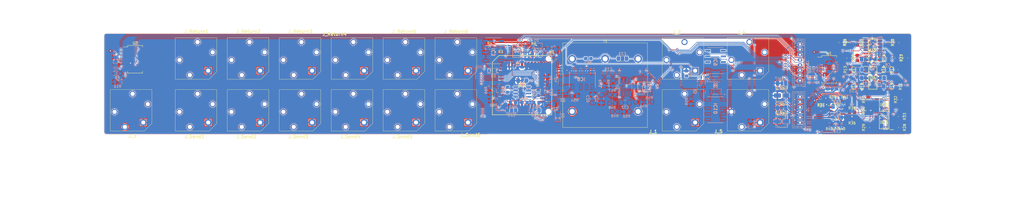
<source format=kicad_pcb>
(kicad_pcb (version 20211014) (generator pcbnew)
  (layers (0 "F.Cu" signal) (31 "B.Cu" signal) (34 "B.Paste" user) (35 "F.Paste" user) (36 "B.SilkS" user "B.Silkscreen") (37 "F.SilkS" user "F.Silkscreen") (38 "B.Mask" user) (39 "F.Mask" user) (44 "Edge.Cuts" user))
  (net 0 "")
  (net 1 "GND")
  (net 2 "/VSS_15V0")
  (net 3 "/SwitchMatrix/Out13")
  (net 4 "/SwitchMatrix/Out14")
  (net 5 "/SwitchMatrix/Out15")
  (net 6 "/SwitchMatrix/Out16")
  (net 7 "/SwitchMatrix/In15")
  (net 8 "/SwitchMatrix/In16")
  (net 9 "/out2")
  (net 10 "/VDD_3V3")
  (net 11 "/VDD_5V0")
  (net 12 "Net-(D3-Pad2)")
  (net 13 "Net-(D4-Pad2)")
  (net 14 "/return8")
  (net 15 "/in")
  (net 16 "/return3")
  (net 17 "/return4")
  (net 18 "/return5")
  (net 19 "/return6")
  (net 20 "/return7")
  (net 21 "/send3")
  (net 22 "/SwitchMatrix/VDD5V0_i")
  (net 23 "/send4")
  (net 24 "Net-(D6-Pad2)")
  (net 26 "/SCLK")
  (net 27 "/MOSI")
  (net 28 "/send5")
  (net 29 "/RCLK")
  (net 31 "/CS")
  (net 32 "/SwitchMatrix/RCLK_i")
  (net 33 "/SwitchMatrix/MOSI_i")
  (net 34 "/send6")
  (net 35 "/SwitchMatrix/SCLK_i")
  (net 38 "/EN_SPL")
  (net 39 "/send7")
  (net 40 "/send8")
  (net 41 "Net-(C10-Pad2)")
  (net 42 "Net-(C18-Pad1)")
  (net 43 "/out1")
  (net 44 "/Mixer1_phi")
  (net 45 "/Mixer1_gain")
  (net 46 "/Mixer2_gain")
  (net 47 "/Mixer2_phi")
  (net 48 "/Out2_phi")
  (net 49 "Net-(C23-Pad1)")
  (net 50 "Net-(C23-Pad2)")
  (net 51 "Net-(C25-Pad2)")
  (net 52 "Net-(C26-Pad2)")
  (net 53 "Net-(C30-Pad1)")
  (net 57 "/SwitchMatrix/Out9")
  (net 58 "/SwitchMatrix/Out10")
  (net 63 "Net-(IC4-Pad2)")
  (net 64 "Net-(IC4-Pad7)")
  (net 65 "Net-(IC4-Pad10)")
  (net 66 "/SCL")
  (net 67 "/SDA")
  (net 68 "/INT")
  (net 69 "/expr1")
  (net 72 "Net-(IC4-Pad15)")
  (net 73 "Net-(IC5-Pad15)")
  (net 74 "Net-(IC5-Pad11)")
  (net 75 "/LoopJacks/expr1_con")
  (net 77 "Net-(IC6-Pad15)")
  (net 79 "Net-(IC6-Pad3)")
  (net 80 "Net-(IC6-Pad11)")
  (net 82 "Net-(IC7-Pad15)")
  (net 83 "Net-(IC7-Pad3)")
  (net 84 "Net-(IC7-Pad11)")
  (net 85 "/amp2")
  (net 87 "/LoopJacks/return3_con")
  (net 90 "/LoopJacks/return4_con")
  (net 93 "/LoopJacks/return5_con")
  (net 96 "/LoopJacks/return6_con")
  (net 99 "/LoopJacks/return7_con")
  (net 102 "/LoopJacks/return8_con")
  (net 106 "Net-(IC9-Pad3)")
  (net 107 "Net-(IC9-Pad4)")
  (net 108 "/amp1")
  (net 111 "/LoopJacks/send3_con")
  (net 114 "/LoopJacks/send4_con")
  (net 117 "/LoopJacks/send5_con")
  (net 120 "/LoopJacks/send6_con")
  (net 123 "/LoopJacks/send7_con")
  (net 126 "/LoopJacks/send8_con")
  (net 127 "Net-(IC10-Pad4)")
  (net 131 "/Ctrl1")
  (net 132 "/Ctrl2")
  (net 144 "/I2C_Reset")
  (net 147 "/Mixer1_phi_n")
  (net 148 "Net-(R27-Pad2)")
  (net 149 "Net-(R32-Pad2)")
  (net 152 "Net-(D5-Pad2)")
  (net 153 "Net-(C8-Pad2)")
  (net 155 "Net-(C9-Pad2)")
  (net 156 "/Mixer2_phi_n")
  (net 157 "/Out2_phi_n")
  (net 158 "/VDD_15V0")
  (net 159 "Net-(C7-Pad2)")
  (net 160 "Net-(C17-Pad1)")
  (net 161 "Net-(C19-Pad2)")
  (net 162 "Net-(C22-Pad1)")
  (net 163 "Net-(C22-Pad2)")
  (net 164 "Net-(C29-Pad1)")
  (net 165 "/ConnGnd")
  (net 166 "Net-(R1-Pad2)")
  (net 167 "/amp2_out")
  (net 168 "Net-(R2-Pad1)")
  (net 169 "/amp1_out")
  (net 170 "Net-(R10-Pad1)")
  (net 171 "Net-(R19-Pad1)")
  (net 172 "Net-(R19-Pad2)")
  (net 173 "Net-(R20-Pad1)")
  (net 174 "Net-(R20-Pad2)")
  (net 175 "Net-(R21-Pad1)")
  (net 176 "Net-(IC5-Pad3)")
  (net 177 "Net-(R21-Pad2)")
  (net 178 "Net-(R22-Pad1)")
  (net 179 "Net-(R22-Pad2)")
  (net 180 "Net-(R28-Pad2)")
  (net 181 "Net-(R29-Pad1)")
  (net 182 "Net-(R30-Pad1)")
  (net 183 "Net-(R30-Pad2)")
  (net 184 "Net-(R37-Pad1)")
  (net 185 "Net-(R38-Pad1)")
  (net 186 "Net-(R45-Pad2)")
  (net 187 "Net-(R47-Pad2)")
  (net 188 "Net-(R48-Pad1)")
  (net 189 "Net-(R64-Pad1)")
  (net 190 "Net-(R65-Pad1)")
  (net 201 "Net-(IC8-Pad3)")
  (footprint "Resistor_SMD:R_0805_2012Metric_Pad1.20x1.40mm_HandSolder" (layer "F.Cu") (at 330.9125 165.375 180)
    (fp_text reference "R35")
    (fp_text value "100k")
  )
  (footprint "Resistor_SMD:R_0805_2012Metric_Pad1.20x1.40mm_HandSolder" (layer "F.Cu") (at 341.7005 148.645 -90)
    (fp_text reference "R26")
    (fp_text value "33k")
  )
  (footprint "SamacSys_Parts:ACJSMV5" (layer "F.Cu") (at 282.52 173.5285)
    (fp_text reference "J_1")
    (fp_text value "ACJS-MV-5" hide)
  )
  (footprint "Resistor_SMD:R_0805_2012Metric_Pad1.20x1.40mm_HandSolder" (layer "F.Cu") (at 342.9125 169.625)
    (fp_text reference "R38")
    (fp_text value "100k")
  )
  (footprint "SamacSys_Parts:ACJSMV5" (layer "F.Cu") (at 175.019 173.5285)
    (fp_text reference "J_Send5")
    (fp_text value "ACJS-MV-5" hide)
  )
  (footprint "Package_SO:SSOP-28_5.3x10.2mm_P0.65mm" (layer "F.Cu") (at 334.1 153.0625)
    (fp_text reference "U1")
    (fp_text value "MCP23017_SS")
  )
  (footprint "Resistor_SMD:R_0805_2012Metric_Pad1.20x1.40mm_HandSolder" (layer "F.Cu") (at 227.35 144.875 180)
    (fp_text reference "R5")
    (fp_text value "100k")
  )
  (footprint "Resistor_SMD:R_0805_2012Metric_Pad1.20x1.40mm_HandSolder" (layer "F.Cu") (at 342.9125 172.125 180)
    (fp_text reference "R36")
    (fp_text value "100k")
  )
  (footprint "Resistor_SMD:R_0805_2012Metric_Pad1.20x1.40mm_HandSolder" (layer "F.Cu") (at 359.9125 153.125 90)
    (fp_text reference "R12")
    (fp_text value "2.2M")
  )
  (footprint "Resistor_SMD:R_0805_2012Metric_Pad1.20x1.40mm_HandSolder" (layer "F.Cu") (at 356.9505 148.645 90)
    (fp_text reference "R19")
    (fp_text value "33k")
  )
  (footprint "Resistor_SMD:R_0805_2012Metric_Pad1.20x1.40mm_HandSolder" (layer "F.Cu") (at 335.4125 165.375)
    (fp_text reference "R39")
    (fp_text value "100")
  )
  (footprint "Resistor_SMD:R_0805_2012Metric_Pad1.20x1.40mm_HandSolder" (layer "F.Cu") (at 341.9125 159.625 -90)
    (fp_text reference "R14")
    (fp_text value "2.2M")
  )
  (footprint "SamacSys_Parts:ACJSMV5" (layer "F.Cu") (at 95.019 173.5285)
    (fp_text reference "J_Send1")
    (fp_text value "ACJS-MV-5" hide)
  )
  (footprint "Resistor_SMD:R_0805_2012Metric_Pad1.20x1.40mm_HandSolder" (layer "F.Cu") (at 334.1625 174.375 180)
    (fp_text reference "R42")
    (fp_text value "100k")
  )
  (footprint "Resistor_SMD:R_0805_2012Metric_Pad1.20x1.40mm_HandSolder" (layer "F.Cu") (at 356.6625 153.125 90)
    (fp_text reference "R16")
    (fp_text value "2.2M")
  )
  (footprint "SamacSys_Parts:ACJSMV5" (layer "F.Cu") (at 155.019 153.5285)
    (fp_text reference "J_Return4")
    (fp_text value "ACJS-MV-5" hide)
  )
  (footprint "Capacitor_SMD:C_Elec_4x5.4" (layer "F.Cu") (at 315.85 173.125)
    (fp_text reference "C_Spl4")
    (fp_text value "10u")
  )
  (footprint "SamacSys_Parts:ACJSMV5" (layer "F.Cu") (at 195.019 173.5285)
    (fp_text reference "J_Send6")
    (fp_text value "ACJS-MV-5" hide)
  )
  (footprint "Capacitor_SMD:C_1206_3216Metric_Pad1.33x1.80mm_HandSolder" (layer "F.Cu") (at 315.85 167.875 180)
    (fp_text reference "C_Spl3")
    (fp_text value "100n")
  )
  (footprint "Package_SO:SOIC-8_3.9x4.9mm_P1.27mm" (layer "F.Cu") (at 336.9125 169.625)
    (fp_text reference "U5")
    (fp_text value "TL072")
  )
  (footprint "Resistor_SMD:R_0805_2012Metric_Pad1.20x1.40mm_HandSolder" (layer "F.Cu") (at 207.6 144.625 180)
    (fp_text reference "R3")
    (fp_text value "100k")
  )
  (footprint "SamacSys_Parts:69802144LF" (layer "F.Cu") (at 215.85 159.125)
    (fp_text reference "IC2")
    (fp_text value "AD75019JPZ" hide)
  )
  (footprint "Resistor_SMD:R_0805_2012Metric_Pad1.20x1.40mm_HandSolder" (layer "F.Cu") (at 363.6 148.625 90)
    (fp_text reference "R27")
    (fp_text value "100k")
  )
  (footprint "Resistor_SMD:R_0805_2012Metric_Pad1.20x1.40mm_HandSolder" (layer "F.Cu") (at 330.9125 168.375)
    (fp_text reference "R37")
    (fp_text value "100k")
  )
  (footprint "Resistor_SMD:R_0805_2012Metric_Pad1.20x1.40mm_HandSolder" (layer "F.Cu") (at 203.35 144.625)
    (fp_text reference "R4")
    (fp_text value "100k")
  )
  (footprint "SamacSys_Parts:ACJSMV5" (layer "F.Cu") (at 70.019 173.5285)
    (fp_text reference "J_3")
    (fp_text value "ACJS-MV-5" hide)
  )
  (footprint "Resistor_SMD:R_0805_2012Metric_Pad1.20x1.40mm_HandSolder" (layer "F.Cu") (at 338.9125 174.375 180)
    (fp_text reference "R40")
    (fp_text value "100")
  )
  (footprint "Resistor_SMD:R_0805_2012Metric_Pad1.20x1.40mm_HandSolder" (layer "F.Cu") (at 349.032974 175.4705 90)
    (fp_text reference "R29")
    (fp_text value "100k")
  )
  (footprint "Resistor_SMD:R_0805_2012Metric_Pad1.20x1.40mm_HandSolder" (layer "F.Cu") (at 356.6625 159.625 -90)
    (fp_text reference "R15")
    (fp_text value "2.2M")
  )
  (footprint "SamacSys_Parts:ACJSMV5" (layer "F.Cu") (at 307.52 173.5285)
    (fp_text reference "J_5")
    (fp_text value "ACJS-MV-5" hide)
  )
  (footprint "Resistor_SMD:R_0805_2012Metric_Pad1.20x1.40mm_HandSolder" (layer "F.Cu") (at 220.35 144.875)
    (fp_text reference "R6")
    (fp_text value "100k")
  )
  (footprint "SamacSys_Parts:ACJSMV5" (layer "F.Cu") (at 307.52 153.5285)
    (fp_text reference "J_4")
    (fp_text value "ACJS-MV-5" hide)
  )
  (footprint "Resistor_SMD:R_0805_2012Metric_Pad1.20x1.40mm_HandSolder" (layer "F.Cu") (at 349.094974 164.6955 90)
    (fp_text reference "R31")
    (fp_text value "100k")
  )
  (footprint "Resistor_SMD:R_0805_2012Metric_Pad1.20x1.40mm_HandSolder" (layer "F.Cu") (at 344.9505 148.645 90)
    (fp_text reference "R22")
    (fp_text value "33k")
  )
  (footprint "SamacSys_Parts:ACJSMV5" (layer "F.Cu") (at 135.019 173.5285)
    (fp_text reference "J_Send3")
    (fp_text value "ACJS-MV-5" hide)
  )
  (footprint "Resistor_SMD:R_0805_2012Metric_Pad1.20x1.40mm_HandSolder" (layer "F.Cu") (at 338.6 142.625 -90)
    (fp_text reference "R30")
    (fp_text value "100k")
  )
  (footprint "SamacSys_Parts:SOIC127P600X175-14N" (layer "F.Cu") (at 350.9125 156.375)
    (fp_text reference "U4")
    (fp_text value "TL074" hide)
  )
  (footprint "Resistor_SMD:R_0805_2012Metric_Pad1.20x1.40mm_HandSolder" (layer "F.Cu") (at 345.1625 159.625 -90)
    (fp_text reference "R18")
    (fp_text value "2.2M")
  )
  (footprint "SamacSys_Parts:ACJSMV5" (layer "F.Cu") (at 115.019 153.5285)
    (fp_text reference "J_Return2")
    (fp_text value "ACJS-MV-5" hide)
  )
  (footprint "Resistor_SMD:R_0805_2012Metric_Pad1.20x1.40mm_HandSolder" (layer "F.Cu") (at 360.2005 142.645 90)
    (fp_text reference "R25")
    (fp_text value "33k")
  )
  (footprint "SamacSys_Parts:ACJSMV5" (layer "F.Cu") (at 282.52 153.5285)
    (fp_text reference "J_2")
    (fp_text value "ACJS-MV-5" hide)
  )
  (footprint "Capacitor_SMD:C_Elec_4x5.4" (layer "F.Cu") (at 315.85 163.125 180)
    (fp_text reference "C_Spl2")
    (fp_text value "10u")
  )
  (footprint "Resistor_SMD:R_0805_2012Metric_Pad1.20x1.40mm_HandSolder" (layer "F.Cu") (at 349.094974 168.9455 90)
    (fp_text reference "R34")
    (fp_text value "100k")
  )
  (footprint "Lehle_Transformer:Lehle_MZ_P" (layer "F.Cu") (at 247.85 159.125)
    (fp_text reference "T1")
    (fp_text value "Lehle_MZ_P")
  )
  (footprint "Resistor_SMD:R_0805_2012Metric_Pad1.20x1.40mm_HandSolder" (layer "F.Cu") (at 361.532974 175.4705 -90)
    (fp_text reference "R28")
    (fp_text value "100k")
  )
  (footprint "Resistor_SMD:R_0805_2012Metric_Pad1.20x1.40mm_HandSolder" (layer "F.Cu") (at 356.9505 142.645 -90)
    (fp_text reference "R20")
    (fp_text value "33k")
  )
  (footprint "SamacSys_Parts:ACJSMV5" (layer "F.Cu") (at 195.019 153.5285)
    (fp_text reference "J_Return6")
    (fp_text value "ACJS-MV-5" hide)
  )
  (footprint "Resistor_SMD:R_0805_2012Metric_Pad1.20x1.40mm_HandSolder" (layer "F.Cu") (at 340.1625 165.375)
    (fp_text reference "R41")
    (fp_text value "100k")
  )
  (footprint "Resistor_SMD:R_0805_2012Metric_Pad1.20x1.40mm_HandSolder" (layer "F.Cu") (at 341.9125 153.125 90)
    (fp_text reference "R13")
    (fp_text value "2.2M")
  )
  (footprint "Resistor_SMD:R_0805_2012Metric_Pad1.20x1.40mm_HandSolder" (layer "F.Cu") (at 345.1625 153.125 90)
    (fp_text reference "R17")
    (fp_text value "2.2M")
  )
  (footprint "Package_SO:SSOP-28_5.3x10.2mm_P0.65mm" (layer "F.Cu") (at 66.85 149.125)
    (fp_text reference "U2")
    (fp_text value "MCP23017_SS")
  )
  (footprint "SamacSys_Parts:ACJSMV5" (layer "F.Cu") (at 155.019 173.5285)
    (fp_text reference "J_Send4")
    (fp_text value "ACJS-MV-5" hide)
  )
  (footprint "Resistor_SMD:R_0805_2012Metric_Pad1.20x1.40mm_HandSolder" (layer "F.Cu") (at 361.344974 164.6955 90)
    (fp_text reference "R32")
    (fp_text value "100k")
  )
  (footprint "Resistor_SMD:R_0805_2012Metric_Pad1.20x1.40mm_HandSolder" (layer "F.Cu") (at 341.7005 142.645 90)
    (fp_text reference "R24")
    (fp_text value "33k")
  )
  (footprint "SamacSys_Parts:ACJSMV5" (layer "F.Cu") (at 115.019 173.5285)
    (fp_text reference "J_Send2")
    (fp_text value "ACJS-MV-5" hide)
  )
  (footprint "SamacSys_Parts:ACJSMV5" (layer "F.Cu") (at 175.019 153.5285)
    (fp_text reference "J_Return5")
    (fp_text value "ACJS-MV-5" hide)
  )
  (footprint "Resistor_SMD:R_0805_2012Metric_Pad1.20x1.40mm_HandSolder" (layer "F.Cu") (at 359.9125 159.625 -90)
    (fp_text reference "R11")
    (fp_text value "2.2M")
  )
  (footprint "SamacSys_Parts:SOP65P640X120-16N" (layer "F.Cu") (at 355.282974 173.4705 180)
    (fp_text reference "IC5")
    (fp_text value "TMUX6112PWR" hide)
  )
  (footprint "Resistor_SMD:R_0805_2012Metric_Pad1.20x1.40mm_HandSolder" (layer "F.Cu") (at 361.532974 171.2205 -90)
    (fp_text reference "R33")
    (fp_text value "100k")
  )
  (footprint "SamacSys_Parts:ACJSMV5" (layer "F.Cu") (at 95.019 153.5285)
    (fp_text reference "J_Return1")
    (fp_text value "ACJS-MV-5" hide)
  )
  (footprint "Resistor_SMD:R_0805_2012Metric_Pad1.20x1.40mm_HandSolder" (layer "F.Cu") (at 360.2005 148.645 -90)
    (fp_text reference "R23")
    (fp_text value "33k")
  )
  (footprint "SamacSys_Parts:ACJSMV5" (layer "F.Cu") (at 135.019 153.5285)
    (fp_text reference "J_Return3")
    (fp_text value "ACJS-MV-5" hide)
  )
  (footprint "Capacitor_SMD:C_1206_3216Metric_Pad1.33x1.80mm_HandSolder" (layer "F.Cu") (at 315.85 158.375 180)
    (fp_text reference "C_Spl1")
    (fp_text value "100n")
  )
  (footprint "SamacSys_Parts:SOP65P640X120-16N" (layer "F.Cu") (at 355.299974 166.72)
    (fp_text reference "IC6")
    (fp_text value "TMUX6112PWR" hide)
  )
  (footprint "Resistor_SMD:R_0805_2012Metric_Pad1.20x1.40mm_HandSolder" (layer "F.Cu") (at 344.9505 142.645 -90)
    (fp_text reference "R21")
    (fp_text value "33k")
  )
  (footprint "SamacSys_Parts:SOIC127P600X175-14N" (layer "F.Cu") (at 350.9505 145.645 180)
    (fp_text reference "U3")
    (fp_text value "TL074" hide)
  )
  (footprint "Capacitor_SMD:C_1206_3216Metric_Pad1.33x1.80mm_HandSolder" (layer "B.Cu") (at 315.8125 167.875 180)
    (fp_text reference "C_Spl5")
    (fp_text value "100n")
  )
  (footprint "Resistor_SMD:R_0805_2012Metric_Pad1.20x1.40mm_HandSolder" (layer "B.Cu") (at 333.6 159.625 -90)
    (fp_text reference "R2")
    (fp_text value "10k")
  )
  (footprint "Capacitor_SMD:C_1206_3216Metric_Pad1.33x1.80mm_HandSolder" (layer "B.Cu") (at 345.1625 159.625)
    (fp_text reference "C10")
    (fp_text value "22n")
  )
  (footprint "Capacitor_SMD:C_1206_3216Metric_Pad1.33x1.80mm_HandSolder" (layer "B.Cu") (at 337.1625 175.125)
    (fp_text reference "C18")
    (fp_text value "1u")
  )
  (footprint "Capacitor_SMD:C_1206_3216Metric_Pad1.33x1.80mm_HandSolder" (layer "B.Cu") (at 353.725 156.375)
    (fp_text reference "C16")
    (fp_text value "100n")
  )
  (footprint "Resistor_SMD:R_0805_2012Metric_Pad1.20x1.40mm_HandSolder" (layer "B.Cu") (at 204.85 165.125 180)
    (fp_text reference "R60")
    (fp_text value "2.2M")
  )
  (footprint "Capacitor_SMD:C_1206_3216Metric_Pad1.33x1.80mm_HandSolder" (layer "B.Cu") (at 345.1625 153.125)
    (fp_text reference "C9")
    (fp_text value "22n")
  )
  (footprint "Resistor_SMD:R_0805_2012Metric_Pad1.20x1.40mm_HandSolder" (layer "B.Cu") (at 303.85 174.125 90)
    (fp_text reference "R57")
    (fp_text value "100k")
  )
  (footprint "SamacSys_Parts:SOP65P640X120-14N" (layer "B.Cu") (at 214.1 145.875 180)
    (fp_text reference "IC1")
    (fp_text value "TXU0104PWR" hide)
  )
  (footprint "Diode_SMD:D_SOD-123" (layer "B.Cu") (at 229.6 170.875 90)
    (fp_text reference "D2")
    (fp_text value "1N5818")
  )
  (footprint "Resistor_SMD:R_0805_2012Metric_Pad1.20x1.40mm_HandSolder" (layer "B.Cu") (at 60.1 157.875 180)
    (fp_text reference "R10")
    (fp_text value "10k")
  )
  (footprint "Connector_JST:JST_PH_B8B-PH-K_1x08_P2.00mm_Vertical" (layer "B.Cu") (at 322.9 157.375 90)
    (fp_text reference "J2")
    (fp_text value "Conn_01x08")
  )
  (footprint "SamacSys_Parts:SOP65P640X120-16N" (layer "B.Cu") (at 350.9125 143.375 180)
    (fp_text reference "IC4")
    (fp_text value "TMUX6112PWR" hide)
  )
  (footprint "Resistor_SMD:R_0805_2012Metric_Pad1.20x1.40mm_HandSolder" (layer "B.Cu") (at 222.1 162.125 -90)
    (fp_text reference "R65")
    (fp_text value "100")
  )
  (footprint "SamacSys_Parts:14620394" (layer "B.Cu") (at 204.85 145.875 90)
    (fp_text reference "IC3")
    (fp_text value "1462039-4" hide)
  )
  (footprint "Capacitor_SMD:C_1206_3216Metric_Pad1.33x1.80mm_HandSolder" (layer "B.Cu") (at 215.9125 157.375)
    (fp_text reference "C27")
    (fp_text value "100n")
  )
  (footprint "Capacitor_SMD:C_1206_3216Metric_Pad1.33x1.80mm_HandSolder" (layer "B.Cu") (at 249.1 154.625)
    (fp_text reference "C19")
    (fp_text value "22n")
  )
  (footprint "Capacitor_SMD:C_1206_3216Metric_Pad1.33x1.80mm_HandSolder" (layer "B.Cu") (at 243.1 164.375 -90)
    (fp_text reference "C20")
    (fp_text value "100n")
  )
  (footprint "Diode_SMD:D_SOD-123" (layer "B.Cu") (at 204.85 153.625)
    (fp_text reference "D3")
    (fp_text value "1N4148")
  )
  (footprint "Capacitor_SMD:C_1206_3216Metric_Pad1.33x1.80mm_HandSolder" (layer "B.Cu") (at 337.1625 164.125)
    (fp_text reference "C17")
    (fp_text value "1u")
  )
  (footprint "Diode_SMD:D_SOD-123" (layer "B.Cu") (at 290.35 161.625 180)
    (fp_text reference "D6")
    (fp_text value "1N4148")
  )
  (footprint "Capacitor_SMD:C_1206_3216Metric_Pad1.33x1.80mm_HandSolder" (layer "B.Cu") (at 227.35 145.375)
    (fp_text reference "C4")
    (fp_text value "100n")
  )
  (footprint "Capacitor_SMD:C_1206_3216Metric_Pad1.33x1.80mm_HandSolder" (layer "B.Cu") (at 356.6625 159.625 180)
    (fp_text reference "C7")
    (fp_text value "22n")
  )
  (footprint "Resistor_SMD:R_0805_2012Metric_Pad1.20x1.40mm_HandSolder" (layer "B.Cu") (at 250.6 166.125)
    (fp_text reference "R48")
    (fp_text value "100k")
  )
  (footprint "Capacitor_SMD:C_1206_3216Metric_Pad1.33x1.80mm_HandSolder" (layer "B.Cu") (at 221.35 147.375 180)
    (fp_text reference "C5")
    (fp_text value "100n")
  )
  (footprint "Resistor_SMD:R_0805_2012Metric_Pad1.20x1.40mm_HandSolder" (layer "B.Cu") (at 264.85 165.625 180)
    (fp_text reference "R45")
    (fp_text value "100k")
  )
  (footprint "Package_SO:SOIC-8_3.9x4.9mm_P1.27mm" (layer "B.Cu") (at 215.875 161.72 180)
    (fp_text reference "U7")
    (fp_text value "TL072")
  )
  (footprint "Resistor_SMD:R_0805_2012Metric_Pad1.20x1.40mm_HandSolder" (layer "B.Cu") (at 236.1 163.375)
    (fp_text reference "R54")
    (fp_text value "100k")
  )
  (footprint "Resistor_SMD:R_0805_2012Metric_Pad1.20x1.40mm_HandSolder" (layer "B.Cu") (at 250.6 162.875 180)
    (fp_text reference "R47")
    (fp_text value "100k")
  )
  (footprint "Capacitor_SMD:C_1206_3216Metric_Pad1.33x1.80mm_HandSolder" (layer "B.Cu") (at 246.35 164.375 -90)
    (fp_text reference "C21")
    (fp_text value "100n")
  )
  (footprint "Capacitor_SMD:C_Elec_4x5.4" (layer "B.Cu") (at 315.85 163.125 180)
    (fp_text reference "C_Spl8")
    (fp_text value "10u")
  )
  (footprint "Resistor_SMD:R_0805_2012Metric_Pad1.20x1.40mm_HandSolder" (layer "B.Cu") (at 203.6 161.125 -90)
    (fp_text reference "R66")
    (fp_text value "100k")
  )
  (footprint "Resistor_SMD:R_0805_2012Metric_Pad1.20x1.40mm_HandSolder" (layer "B.Cu") (at 336.85 159.625 90)
    (fp_text reference "R1")
    (fp_text value "10k")
  )
  (footprint "Capacitor_SMD:C_1206_3216Metric_Pad1.33x1.80mm_HandSolder" (layer "B.Cu") (at 337.1625 167.375 180)
    (fp_text reference "C13")
    (fp_text value "100n")
  )
  (footprint "SamacSys_Parts:SOP65P640X120-16N" (layer "B.Cu") (at 262.925 159.813 -90)
    (fp_text reference "IC7")
    (fp_text value "TMUX6112PWR" hide)
  )
  (footprint "Package_TO_SOT_SMD:SOT-23" (layer "B.Cu") (at 211.85 151.125 90)
    (fp_text reference "Q1")
    (fp_text value "2N7002")
  )
  (footprint "Resistor_SMD:R_0805_2012Metric_Pad1.20x1.40mm_HandSolder" (layer "B.Cu") (at 260.6 165.625)
    (fp_text reference "R46")
    (fp_text value "100k")
  )
  (footprint "Resistor_SMD:R_0805_2012Metric_Pad1.20x1.40mm_HandSolder" (layer "B.Cu") (at 212.35 165.875 180)
    (fp_text reference "R62")
    (fp_text value "2.2M")
  )
  (footprint "Resistor_SMD:R_0805_2012Metric_Pad1.20x1.40mm_HandSolder" (layer "B.Cu") (at 210.35 160.875 -90)
    (fp_text reference "R64")
    (fp_text value "100")
  )
  (footprint "Capacitor_SMD:C_1206_3216Metric_Pad1.33x1.80mm_HandSolder" (layer "B.Cu") (at 356.6625 153.125 180)
    (fp_text reference "C8")
    (fp_text value "22n")
  )
  (footprint "Resistor_SMD:R_0805_2012Metric_Pad1.20x1.40mm_HandSolder" (layer "B.Cu") (at 221.35 165.875)
    (fp_text reference "R63")
    (fp_text value "2.2M")
  )
  (footprint "Resistor_SMD:R_0805_2012Metric_Pad1.20x1.40mm_HandSolder" (layer "B.Cu") (at 215.85 151.125 -90)
    (fp_text reference "R7")
    (fp_text value "100k")
  )
  (footprint "Connector_JST:JST_PH_B6B-PH-K_1x06_P2.00mm_Vertical" (layer "B.Cu") (at 322.9 173.625 90)
    (fp_text reference "J1")
    (fp_text value "Conn_01x06")
  )
  (footprint "Capacitor_SMD:C_1206_3216Metric_Pad1.33x1.80mm_HandSolder" (layer "B.Cu") (at 315.8125 158.375 180)
    (fp_text reference "C_Spl7")
    (fp_text value "100n")
  )
  (footprint "Resistor_SMD:R_0805_2012Metric_Pad1.20x1.40mm_HandSolder" (layer "B.Cu") (at 225.35 156.875 90)
    (fp_text reference "R67")
    (fp_text value "100k")
  )
  (footprint "Capacitor_SMD:C_Elec_4x5.4" (layer "B.Cu") (at 315.85 173.125 180)
    (fp_text reference "C_Spl6")
    (fp_text value "10u")
  )
  (footprint "Capacitor_SMD:C_1206_3216Metric_Pad1.33x1.80mm_HandSolder" (layer "B.Cu") (at 226.35 166.375)
    (fp_text reference "C28")
    (fp_text value "100n")
  )
  (footprint "Resistor_SMD:R_0805_2012Metric_Pad1.20x1.40mm_HandSolder" (layer "B.Cu") (at 280.85 165.375 -90)
    (fp_text reference "R59")
    (fp_text value "100k")
  )
  (footprint "SamacSys_Parts:14620394" (layer "B.Cu") (at 290.35 149.625 90)
    (fp_text reference "IC9")
    (fp_text value "1462039-4" hide)
  )
  (footprint "Capacitor_SMD:C_1206_3216Metric_Pad1.33x1.80mm_HandSolder" (layer "B.Cu") (at 225.35 161.875 90)
    (fp_text reference "C30")
    (fp_text value "1u")
  )
  (footprint "Capacitor_SMD:C_1206_3216Metric_Pad1.33x1.80mm_HandSolder" (layer "B.Cu") (at 337.1625 171.625 180)
    (fp_text reference "C14")
    (fp_text value "100n")
  )
  (footprint "Package_TO_SOT_SMD:SOT-23" (layer "B.Cu") (at 284.85 157.125 90)
    (fp_text reference "Q4")
    (fp_text value "2N7002")
  )
  (footprint "SamacSys_Parts:14620394" (layer "B.Cu") (at 290.35 168.625 -90)
    (fp_text reference "IC10")
    (fp_text value "1462039-4" hide)
  )
  (footprint "Capacitor_SMD:C_1206_3216Metric_Pad1.33x1.80mm_HandSolder" (layer "B.Cu") (at 334.1 152.3125 90)
    (fp_text reference "C1")
    (fp_text value "100n")
  )
  (footprint "Resistor_SMD:R_0805_2012Metric_Pad1.20x1.40mm_HandSolder" (layer "B.Cu") (at 60.1 154.625)
    (fp_text reference "R9")
    (fp_text value "100k")
  )
  (footprint "Resistor_SMD:R_0805_2012Metric_Pad1.20x1.40mm_HandSolder" (layer "B.Cu") (at 279.1 154.625 90)
    (fp_text reference "R58")
    (fp_text value "100k")
  )
  (footprint "Capacitor_SMD:C_1206_3216Metric_Pad1.33x1.80mm_HandSolder" (layer "B.Cu") (at 353.7005 149.125 180)
    (fp_text reference "C11")
    (fp_text value "100n")
  )
  (footprint "Diode_SMD:D_SOD-123" (layer "B.Cu") (at 230.85 157.125 -90)
    (fp_text reference "D4")
    (fp_text value "1N4148")
  )
  (footprint "Resistor_SMD:R_0805_2012Metric_Pad1.20x1.40mm_HandSolder" (layer "B.Cu") (at 256.1 169.375 180)
    (fp_text reference "R50")
    (fp_text value "100k")
  )
  (footprint "Resistor_SMD:R_0805_2012Metric_Pad1.20x1.40mm_HandSolder" (layer "B.Cu") (at 247.6 158.375 -90)
    (fp_text reference "R43")
    (fp_text value "4.7M")
  )
  (footprint "Capacitor_SMD:C_1206_3216Metric_Pad1.33x1.80mm_HandSolder" (layer "B.Cu") (at 220.85 168.875)
    (fp_text reference "C26")
    (fp_text value "22n")
  )
  (footprint "Capacitor_SMD:C_1206_3216Metric_Pad1.33x1.80mm_HandSolder" (layer "B.Cu") (at 59.35 149.9375 90)
    (fp_text reference "C6")
    (fp_text value "100n")
  )
  (footprint "Diode_SMD:D_SOD-123" (layer "B.Cu") (at 290.35 156.875)
    (fp_text reference "D5")
    (fp_text value "1N4148")
  )
  (footprint "Capacitor_SMD:C_1206_3216Metric_Pad1.33x1.80mm_HandSolder" (layer "B.Cu") (at 211.85 168.875)
    (fp_text reference "C25")
    (fp_text value "22n")
  )
  (footprint "Capacitor_SMD:C_1206_3216Metric_Pad1.33x1.80mm_HandSolder" (layer "B.Cu") (at 348.1625 149.125 180)
    (fp_text reference "C12")
    (fp_text value "100n")
  )
  (footprint "Resistor_SMD:R_0805_2012Metric_Pad1.20x1.40mm_HandSolder" (layer "B.Cu") (at 216.85 165.875 180)
    (fp_text reference "R61")
    (fp_text value "2.2M")
  )
  (footprint "Diode_SMD:D_SOD-123" (layer "B.Cu") (at 221.35 143.875 180)
    (fp_text reference "D1")
    (fp_text value "1N5818")
  )
  (footprint "Resistor_SMD:R_0805_2012Metric_Pad1.20x1.40mm_HandSolder" (layer "B.Cu") (at 251.6 169.375)
    (fp_text reference "R49")
    (fp_text value "100")
  )
  (footprint "Resistor_SMD:R_0805_2012Metric_Pad1.20x1.40mm_HandSolder" (layer "B.Cu") (at 250.85 158.375 -90)
    (fp_text reference "R44")
    (fp_text value "4.7M")
  )
  (footprint "Resistor_SMD:R_0805_2012Metric_Pad1.20x1.40mm_HandSolder" (layer "B.Cu") (at 241.35 148.875)
    (fp_text reference "R52")
    (fp_text value "2.35k")
  )
  (footprint "Capacitor_SMD:C_1206_3216Metric_Pad1.33x1.80mm_HandSolder" (layer "B.Cu") (at 254.5375 148.875 180)
    (fp_text reference "C23")
    (fp_text value "2.2n")
  )
  (footprint "Capacitor_SMD:C_1206_3216Metric_Pad1.33x1.80mm_HandSolder" (layer "B.Cu") (at 255.6 165.875)
    (fp_text reference "C22")
    (fp_text value "1u")
  )
  (footprint "SamacSys_Parts:14620394" (layer "B.Cu") (at 239.1 156.875)
    (fp_text reference "IC8")
    (fp_text value "1462039-4" hide)
  )
  (footprint "Package_TO_SOT_SMD:SOT-23" (layer "B.Cu") (at 284.8 161.5625 -90)
    (fp_text reference "Q5")
    (fp_text value "2N7002")
  )
  (footprint "Package_TO_SOT_SMD:SOT-23" (layer "B.Cu") (at 231.6 162.625)
    (fp_text reference "Q3")
    (fp_text value "2N7002")
  )
  (footprint "Capacitor_SMD:C_1206_3216Metric_Pad1.33x1.80mm_HandSolder" (layer "B.Cu") (at 348.225 156.375)
    (fp_text reference "C15")
    (fp_text value "100n")
  )
  (footprint "Package_SO:SOIC-8_3.9x4.9mm_P1.27mm" (layer "B.Cu") (at 255.6 159.875 -90)
    (fp_text reference "U6")
    (fp_text value "TL072")
  )
  (footprint "Capacitor_SMD:C_1206_3216Metric_Pad1.33x1.80mm_HandSolder" (layer "B.Cu") (at 206.85 161.125 90)
    (fp_text reference "C29")
    (fp_text value "1u")
  )
  (gr_arc (start 54.85 140.125) (mid 55.142893 139.417893) (end 55.85 139.125) (layer "Edge.Cuts") (width 0.1))
  (gr_line (start 364.85 178.125) (end 55.85 178.125) (layer "Edge.Cuts") (width 0.1))
  (gr_arc (start 55.85 178.125) (mid 55.142893 177.832107) (end 54.85 177.125) (layer "Edge.Cuts") (width 0.1))
  (gr_line (start 54.85 177.125) (end 54.85 140.125) (layer "Edge.Cuts") (width 0.1))
  (gr_arc (start 365.85 177.125) (mid 365.557107 177.832107) (end 364.85 178.125) (layer "Edge.Cuts") (width 0.1))
  (gr_arc (start 364.85 139.125) (mid 365.557107 139.417893) (end 365.85 140.125) (layer "Edge.Cuts") (width 0.1))
  (gr_line (start 55.85 139.125) (end 364.85 139.125) (layer "Edge.Cuts") (width 0.1))
  (gr_line (start 365.85 140.125) (end 365.85 177.125) (layer "Edge.Cuts") (width 0.1))
  (segment (start 207.8 157.855) (end 207.8 159.125) (width 0.2) (layer "F.Cu") (net 1))
  (segment (start 327.1 162.625) (end 326.1 163.625) (width 0.5) (layer "F.Cu") (net 1))
  (segment (start 351.424474 167.045) (end 351.374474 167.095) (width 0.2) (layer "F.Cu") (net 1))
  (segment (start 331.9125 165.4375) (end 333.1 166.625) (width 0.5) (layer "F.Cu") (net 1))
  (segment (start 356.1625 161.125) (end 356.6625 160.625) (width 0.2) (layer "F.Cu") (net 1))
  (segment (start 345.6625 151.625) (end 345.1625 152.125) (width 0.2) (layer "F.Cu") (net 1))
  (segment (start 207.8 159.125) (end 207.8 160.395) (width 0.2) (layer "F.Cu") (net 1))
  (segment (start 359.107974 173.1455) (end 358.220974 173.1455) (width 0.2) (layer "F.Cu") (net 1))
  (segment (start 341.9125 152.125) (end 345.1625 152.125) (width 0.2) (layer "F.Cu") (net 1))
  (segment (start 314.175 163.125) (end 314.175 160.8) (width 0.5) (layer "F.Cu") (net 1))
  (segment (start 346.6625 151.625) (end 345.6625 151.625) (width 0.2) (layer "F.Cu") (net 1))
  (segment (start 314.2875 167.875) (end 314.2875 170.4375) (width 0.5) (layer "F.Cu") (net 1))
  (segment (start 206.6 145.375) (end 205.6 146.375) (width 0.5) (layer "F.Cu") (net 1))
  (segment (start 359.157974 171.8455) (end 359.208474 171.896) (width 0.2) (layer "F.Cu") (net 1))
  (segment (start 314.175 170.55) (end 314.25 170.475) (width 0.5) (layer "F.Cu") (net 1))
  (segment (start 334.463 173.0745) (end 335.6625 173.0745) (width 0.2) (layer "F.Cu") (net 1))
  (segment (start 326.1 163.625) (end 326.1 163.875) (width 0.5) (layer "F.Cu") (net 1))
  (segment (start 343.823493 172.125) (end 342.922993 171.2245) (width 0.2) (layer "F.Cu") (net 1))
  (segment (start 330.5 154.6875) (end 328.895183 154.6875) (width 0.5) (layer "F.Cu") (net 1))
  (segment (start 333.1625 174.375) (end 334.463 173.0745) (width 0.2) (layer "F.Cu") (net 1))
  (segment (start 263.1 158.625) (end 262.815734 158.340734) (width 0.2) (layer "F.Cu") (net 1))
  (segment (start 349.13 169.9455) (end 350.2005 168.875) (width 0.2) (layer "F.Cu") (net 1))
  (segment (start 351.374474 168.17) (end 351.549474 168.345) (width 0.2) (layer "F.Cu") (net 1))
  (segment (start 355.594974 167.875) (end 354.6 167.875) (width 0.2) (layer "F.Cu") (net 1))
  (segment (start 358.237974 168.345) (end 357.064974 168.345) (width 0.2) (layer "F.Cu") (net 1))
  (segment (start 314.175 173.125) (end 314.175 170.55) (width 0.5) (layer "F.Cu") (net 1))
  (segment (start 355.774474 167.6955) (end 355.594974 167.875) (width 0.2) (layer "F.Cu") (net 1))
  (segment (start 356.1625 151.625) (end 356.6625 152.125) (width 0.2) (layer "F.Cu") (net 1))
  (segment (start 351.374474 167.095) (end 351.374474 168.17) (width 0.2) (layer "F.Cu") (net 1))
  (segment (start 356.6635 172.6205) (end 356.013735 172.6205) (width 0.2) (layer "F.Cu") (net 1))
  (segment (start 314.2875 160.6875) (end 314.175 160.8) (width 0.5) (layer "F.Cu") (net 1))
  (segment (start 329.35 162.625) (end 327.1 162.625) (width 0.5) (layer "F.Cu") (net 1))
  (segment (start 356.415474 167.6955) (end 355.774474 167.6955) (width 0.2) (layer "F.Cu") (net 1))
  (segment (start 64.975 150.75) (end 65.1 150.625) (width 0.2) (layer "F.Cu") (net 1))
  (segment (start 355.1625 161.125) (end 356.1625 161.125) (width 0.2) (layer "F.Cu") (net 1))
  (segment (start 207.8 156.585) (end 207.8 157.855) (width 0.2) (layer "F.Cu") (net 1))
  (segment (start 328.895183 154.6875) (end 328.817465 154.765218) (width 0.5) (layer "F.Cu") (net 1))
  (segment (start 218.35 152.625) (end 218.35 151.115) (width 0.2) (layer "F.Cu") (net 1))
  (segment (start 358.220974 171.8455) (end 359.157974 171.8455) (width 0.2) (layer "F.Cu") (net 1))
  (segment (start 354.6 167.875) (end 354.13 168.345) (width 0.2) (layer "F.Cu") (net 1))
  (segment (start 356.013735 172.6205) (end 355.713735 172.3205) (width 0.2) (layer "F.Cu") (net 1))
  (segment (start 63.25 150.75) (end 64.975 150.75) (width 0.2) (layer "F.Cu") (net 1))
  (segment (start 359.208474 171.896) (end 359.208474 173.045) (width 0.2) (layer "F.Cu") (net 1))
  (segment (start 352.344974 171.8455) (end 353.8205 171.8455) (width 0.2) (layer "F.Cu") (net 1))
  (segment (start 345.6625 161.125) (end 345.1625 160.625) (width 0.2) (layer "F.Cu") (net 1))
  (segment (start 359.208474 173.045) (end 359.107974 173.1455) (width 0.2) (layer "F.Cu") (net 1))
  (segment (start 346.6625 161.125) (end 345.6625 161.125) (width 0.2) (layer "F.Cu") (net 1))
  (segment (start 330.85 164.125) (end 329.35 162.625) (width 0.5) (layer "F.Cu") (net 1))
  (segment (start 359.9125 160.625) (end 356.6625 160.625) (width 0.2) (layer "F.Cu") (net 1))
  (segment (start 263.1 159.875) (end 263.1 158.625) (width 0.2) (layer "F.Cu") (net 1))
  (segment (start 207.8 155.315) (end 207.8 156.585) (width 0.2) (layer "F.Cu") (net 1))
  (segment (start 209.54 155.315) (end 209.6 155.375) (width 0.2) (layer "F.Cu") (net 1))
  (segment (start 351.549474 168.345) (end 352.361974 168.345) (width 0.2) (layer "F.Cu") (net 1))
  (segment (start 341.9125 160.625) (end 345.1625 160.625) (width 0.2) (layer "F.Cu") (net 1))
  (segment (start 354.887999 172.3205) (end 354.413 171.8455) (width 0.2) (layer "F.Cu") (net 1))
  (segment (start 354.13 168.345) (end 353.63 168.345) (width 0.2) (layer "F.Cu") (net 1))
  (segment (start 357.4385 171.8455) (end 356.6635 172.6205) (width 0.2) (layer "F.Cu") (net 1))
  (segment (start 332.85 164.125) (end 330.85 164.125) (width 0.5) (layer "F.Cu") (net 1))
  (segment (start 204.35 144.625) (end 206.6 144.625) (width 0.5) (layer "F.Cu") (net 1))
  (segment (start 352.361974 168.345) (end 353.63 168.345) (width 0.2) (layer "F.Cu") (net 1))
  (segment (start 357.064974 168.345) (end 356.415474 167.6955) (width 0.2) (layer "F.Cu") (net 1))
  (segment (start 358.220974 171.8455) (end 357.4385 171.8455) (width 0.2) (layer "F.Cu") (net 1))
  (segment (start 221.210951 144.875) (end 220.425914 145.660037) (width 0.2) (layer "F.Cu") (net 1))
  (segment (start 206.6 144.625) (end 206.6 145.375) (width 0.5) (layer "F.Cu") (net 1))
  (segment (start 361.9455 170.2205) (end 362.85 171.125) (width 0.2) (layer "F.Cu") (net 1))
  (segment (start 355.713735 172.3205) (end 354.887999 172.3205) (width 0.2) (layer "F.Cu") (net 1))
  (segment (start 359.9125 152.125) (end 356.6625 152.125) (width 0.2) (layer "F.Cu") (net 1))
  (segment (start 341.1625 165.625) (end 340.1625 166.625) (width 0.2) (layer "F.Cu") (net 1))
  (segment (start 207.8 155.315) (end 209.54 155.315) (width 0.2) (layer "F.Cu") (net 1))
  (segment (start 352.361974 167.045) (end 351.424474 167.045) (width 0.2) (layer "F.Cu") (net 1))
  (segment (start 355.1625 151.625) (end 356.1625 151.625) (width 0.2) (layer "F.Cu") (net 1))
  (segment (start 221.35 144.875) (end 221.35 143.7745) (width 0.2) (layer "F.Cu") (net 1))
  (segment (start 354.413 171.8455) (end 353.8205 171.8455) (width 0.2) (layer "F.Cu") (net 1))
  (segment (start 314.2875 158.375) (end 314.2875 160.6875) (width 0.5) (layer "F.Cu") (net 1))
  (segment (start 314.2875 170.4375) (end 314.25 170.475) (width 0.5) (layer "F.Cu") (net 1))
  (via (at 65.1 150.625) (size 0.8) (drill 0.4) (layers "F.Cu" "B.Cu") (net 1))
  (via (at 220.425914 145.660037) (size 0.8) (drill 0.4) (layers "F.Cu" "B.Cu") (net 1))
  (via (at 209.6 155.375) (size 0.8) (drill 0.4) (layers "F.Cu" "B.Cu") (net 1))
  (via (at 332.85 164.125) (size 0.8) (drill 0.4) (layers "F.Cu" "B.Cu") (net 1))
  (via (at 328.817465 154.765218) (size 0.8) (drill 0.4) (layers "F.Cu" "B.Cu") (net 1))
  (via (at 362.85 171.125) (size 0.8) (drill 0.4) (layers "F.Cu" "B.Cu") (net 1))
  (via (at 353.63 168.345) (size 0.8) (drill 0.4) (layers "F.Cu" "B.Cu") (net 1))
  (via (at 333.1 166.625) (size 0.8) (drill 0.4) (layers "F.Cu" "B.Cu") (net 1))
  (via (at 355.1625 151.625) (size 0.8) (drill 0.4) (layers "F.Cu" "B.Cu") (net 1))
  (via (at 350.2005 168.875) (size 0.8) (drill 0.4) (layers "F.Cu" "B.Cu") (net 1))
  (via (at 262.815734 158.340734) (size 0.8) (drill 0.4) (layers "F.Cu" "B.Cu") (net 1))
  (via (at 326.1 163.875) (size 0.8) (drill 0.4) (layers "F.Cu" "B.Cu") (net 1))
  (via (at 263.1 159.875) (size 0.8) (drill 0.4) (layers "F.Cu" "B.Cu") (net 1))
  (via (at 346.6625 151.625) (size 0.8) (drill 0.4) (layers "F.Cu" "B.Cu") (net 1))
  (via (at 353.8205 171.8455) (size 0.8) (drill 0.4) (layers "F.Cu" "B.Cu") (net 1))
  (via (at 355.1625 161.125) (size 0.8) (drill 0.4) (layers "F.Cu" "B.Cu") (net 1))
  (via (at 221.35 143.7745) (size 0.8) (drill 0.4) (layers "F.Cu" "B.Cu") (net 1))
  (via (at 314.175 160.8) (size 0.8) (drill 0.4) (layers "F.Cu" "B.Cu") (net 1))
  (via (at 346.6625 161.125) (size 0.8) (drill 0.4) (layers "F.Cu" "B.Cu") (net 1))
  (via (at 218.35 152.625) (size 0.8) (drill 0.4) (layers "F.Cu" "B.Cu") (net 1))
  (via (at 314.25 170.475) (size 0.8) (drill 0.4) (layers "F.Cu" "B.Cu") (net 1))
  (via (at 335.6625 173.0745) (size 0.8) (drill 0.4) (layers "F.Cu" "B.Cu") (net 1))
  (via (at 205.6 146.375) (size 0.8) (drill 0.4) (layers "F.Cu" "B.Cu") (net 1))
  (via (at 329.1 162.625) (size 0.8) (drill 0.4) (layers "F.Cu" "B.Cu") (net 1))
  (via (at 342.922993 171.2245) (size 0.8) (drill 0.4) (layers "F.Cu" "B.Cu") (net 1))
  (via (at 340.1625 166.625) (size 0.8) (drill 0.4) (layers "F.Cu" "B.Cu") (net 1))
  (segment (start 329.1 162.625) (end 330.85 160.875) (width 0.2) (layer "B.Cu") (net 1))
  (segment (start 314.175 160.8) (end 314.175 158.45) (width 0.5) (layer "B.Cu") (net 1))
  (segment (start 350.9125 154.625) (end 353.4125 152.125) (width 0.2) (layer "B.Cu") (net 1))
  (segment (start 335.6625 173.0745) (end 337.2755 173.0745) (width 0.2) (layer "B.Cu") (net 1))
  (segment (start 262.815734 158.340734) (end 263.25 157.906468) (width 0.2) (layer "B.Cu") (net 1))
  (segment (start 65.1 150.625) (end 70.019 155.544) (width 0.2) (layer "B.Cu") (net 1))
  (segment (start 219.85 146.235951) (end 219.85 147.3125) (width 0.2) (layer "B.Cu") (net 1))
  (segment (start 263.25 157.906468) (end 263.25 156.875) (width 0.2) (layer "B.Cu") (net 1))
  (segment (start 349.0375 152.75) (end 349.0375 151.75) (width 0.2) (layer "B.Cu") (net 1))
  (segment (start 350.9125 154.625) (end 349.0375 152.75) (width 0.2) (layer "B.Cu") (net 1))
  (segment (start 354.330393 152.125) (end 354.480393 151.975) (width 0.2) (layer "B.Cu") (net 1))
  (segment (start 354.480393 151.975) (end 354.8125 151.975) (width 0.2) (layer "B.Cu") (net 1))
  (segment (start 340.1625 166.625) (end 339.7625 166.225) (width 0.2) (layer "B.Cu") (net 1))
  (segment (start 349.0375 151.75) (end 348.9125 151.625) (width 0.2) (layer "B.Cu") (net 1))
  (segment (start 314.25 167.875) (end 314.25 170.475) (width 0.5) (layer "B.Cu") (net 1))
  (segment (start 342.922993 171.2245) (end 339.1255 171.2245) (width 0.2) (layer "B.Cu") (net 1))
  (segment (start 225.6625 142.125) (end 228.9125 145.375) (width 0.2) (layer "B.Cu") (net 1))
  (segment (start 355.275 143.7) (end 353.8505 143.7) (width 0.2) (layer "B.Cu") (net 1))
  (segment (start 352.1625 146.125) (end 351.657337 145.619837) (width 0.2) (layer "B.Cu") (net 1))
  (segment (start 350.462 142.625) (end 349.1625 142.625) (width 0.2) (layer "B.Cu") (net 1))
  (segment (start 351.657337 144.93887) (end 352.038098 144.558109) (width 0.2) (layer "B.Cu") (net 1))
  (segment (start 354.1625 161.125) (end 355.1625 161.125) (width 0.2) (layer "B.Cu") (net 1))
  (segment (start 352.1625 156.375) (end 350.9125 156.375) (width 0.2) (layer "B.Cu") (net 1))
  (segment (start 353.8505 142.4) (end 355.125 142.4) (width 0.2) (layer "B.Cu") (net 1))
  (segment (start 222.9995 142.125) (end 225.6625 142.125) (width 0.2) (layer "B.Cu") (net 1))
  (segment (start 354.8125 151.975) (end 355.1625 151.625) (width 0.2) (layer "B.Cu") (net 1))
  (segment (start 326.1 163.875) (end 324.65 163.875) (width 0.5) (layer "B.Cu") (net 1))
  (segment (start 350.9125 158.125) (end 350.9125 159.875) (width 0.2) (layer "B.Cu") (net 1))
  (segment (start 350.9125 156.375) (end 349.7875 156.375) (width 0.2) (layer "B.Cu") (net 1))
  (segment (start 349.725 149.125) (end 349.725 150.8125) (width 0.2) (layer "B.Cu") (net 1))
  (segment (start 70.019 155.544) (end 70.019 173.5285) (width 0.2) (layer "B.Cu") (net 1))
  (segment (start 314.175 163.125) (end 314.175 167.8) (width 0.5) (layer "B.Cu") (net 1))
  (segment (start 349.6625 161.125) (end 346.6625 161.125) (width 0.2) (layer "B.Cu") (net 1))
  (segment (start 217.6 153.375) (end 218.35 152.625) (width 0.2) (layer "B.Cu") (net 1))
  (segment (start 264.55 161.325) (end 263.1 159.875) (width 0.2) (layer "B.Cu") (net 1))
  (segment (start 348.9125 151.625) (end 346.6625 151.625) (width 0.2) (layer "B.Cu") (net 1))
  (segment (start 333.1 166.625) (end 333.1 164.375) (width 0.5) (layer "B.Cu") (net 1))
  (segment (start 314.175 163.125) (end 314.175 160.8) (width 0.5) (layer "B.Cu") (net 1))
  (segment (start 264.55 162.751) (end 264.55 161.325) (width 0.2) (layer "B.Cu") (net 1))
  (segment (start 336.8125 166.225) (end 335.6625 167.375) (width 0.2) (layer "B.Cu") (net 1))
  (segment (start 352.138 149.125) (end 352.138 146.712) (width 0.2) (layer "B.Cu") (net 1))
  (segment (start 355.35 143.625) (end 355.275 143.7) (width 0.2) (layer "B.Cu") (net 1))
  (segment (start 350.9125 155.125) (end 350.9125 154.625) (width 0.2) (layer "B.Cu") (net 1))
  (segment (start 337.2755 173.0745) (end 338.725 171.625) (width 0.2) (layer "B.Cu") (net 1))
  (segment (start 324.65 163.875) (end 322.9 165.625) (width 0.5) (layer "B.Cu") (net 1))
  (segment (start 330.85 160.875) (end 333.35 160.875) (width 0.2) (layer "B.Cu") (net 1))
  (segment (start 348.9375 142.4) (end 347.9745 142.4) (width 0.2) (layer "B.Cu") (net 1))
  (segment (start 349.1625 142.625) (end 348.9375 142.4) (width 0.2) (layer "B.Cu") (net 1))
  (segment (start 349.725 150.8125) (end 348.9125 151.625) (width 0.2) (layer "B.Cu") (net 1))
  (segment (start 352.1625 161.125) (end 354.1625 161.125) (width 0.2) (layer "B.Cu") (net 1))
  (segment (start 210.024265 155.375) (end 212.024265 153.375) (width 0.2) (layer "B.Cu") (net 1))
  (segment (start 355.125 142.4) (end 355.35 142.625) (width 0.2) (layer "B.Cu") (net 1))
  (segment (start 350.9125 156.375) (end 350.9125 154.625) (width 0.2) (layer "B.Cu") (net 1))
  (segment (start 339.7625 166.225) (end 336.8125 166.225) (width 0.2) (layer "B.Cu") (net 1))
  (segment (start 350.6625 142.4245) (end 350.462 142.625) (width 0.2) (layer "B.Cu") (net 1))
  (segment (start 353.826 142.4245) (end 350.6625 142.4245) (width 0.2) (layer "B.Cu") (net 1))
  (segment (start 352.138 146.712) (end 352.1625 146.6875) (width 0.2) (layer "B.Cu") (net 1))
  (segment (start 355.35 142.625) (end 355.35 143.625) (width 0.2) (layer "B.Cu") (net 1))
  (segment (start 351.657337 145.619837) (end 351.657337 144.93887) (width 0.2) (layer "B.Cu") (net 1))
  (segment (start 314.25 170.475) (end 314.25 173.05) (width 0.5) (layer "B.Cu") (net 1))
  (segment (start 350.4125 160.375) (end 349.6625 161.125) (width 0.2) (layer "B.Cu") (net 1))
  (segment (start 350.9125 159.875) (end 350.4125 160.375) (width 0.2) (layer "B.Cu") (net 1))
  (segment (start 352.1625 146.6875) (end 352.1625 146.125) (width 0.2) (layer "B.Cu") (net 1))
  (segment (start 350.9125 156.375) (end 350.9125 158.125) (width 0.2) (layer "B.Cu") (net 1))
  (segment (start 221.35 143.7745) (end 222.9995 142.125) (width 0.2) (layer "B.Cu") (net 1))
  (segment (start 212.024265 153.375) (end 217.6 153.375) (width 0.2) (layer "B.Cu") (net 1))
  (segment (start 220.425914 145.660037) (end 219.85 146.235951) (width 0.2) (layer "B.Cu") (net 1))
  (segment (start 350.9125 159.875) (end 352.1625 161.125) (width 0.2) (layer "B.Cu") (net 1))
  (segment (start 209.6 155.375) (end 210.024265 155.375) (width 0.2) (layer "B.Cu") (net 1))
  (segment (start 352.138 149.125) (end 349.725 149.125) (width 0.2) (layer "B.Cu") (net 1))
  (segment (start 333.1 164.375) (end 332.85 164.125) (width 0.5) (layer "B.Cu") (net 1))
  (segment (start 353.4125 152.125) (end 354.330393 152.125) (width 0.2) (layer "B.Cu") (net 1))
  (segment (start 212.04 155.065) (end 212.04 151.075) (width 0.2) (layer "F.Cu") (net 2))
  (segment (start 256.740966 159.375) (end 258.4505 157.665466) (width 0.2) (layer "F.Cu") (net 2))
  (segment (start 305.7 158.725) (end 269.7 158.725) (width 0.5) (layer "F.Cu") (net 2))
  (segment (start 352.1625 157.4245) (end 352.1625 157.8245) (width 0.2) (layer "F.Cu") (net 2))
  (segment (start 359.3495 169.6245) (end 359.85 170.125) (width 0.2) (layer "F.Cu") (net 2))
  (segment (start 359.85 173.375) (end 359.4295 173.7955) (width 0.2) (layer "F.Cu") (net 2))
  (segment (start 355.101687 169.625) (end 355.601687 170.125) (width 0.2) (layer "F.Cu") (net 2))
  (segment (start 229.35 154.125) (end 228.6 154.875) (width 0.5) (layer "F.Cu") (net 2))
  (segment (start 350.35 170.375) (end 350.35 170.125) (width 0.2) (layer "F.Cu") (net 2))
  (segment (start 349.251 146.315) (end 348.581 145.645) (width 0.2) (layer "F.Cu") (net 2))
  (segment (start 336.005 171.53) (end 334.4375 171.53) (width 0.2) (layer "F.Cu") (net 2))
  (segment (start 216.35 159.375) (end 212.04 155.065) (width 0.2) (layer "F.Cu") (net 2))
  (segment (start 353.212 156.375) (end 352.1625 157.4245) (width 0.2) (layer "F.Cu") (net 2))
  (segment (start 317.525 173.125) (end 319.025 171.625) (width 0.5) (layer "F.Cu") (net 2))
  (segment (start 358.080261 170.125) (end 358.580761 169.6245) (width 0.2) (layer "F.Cu") (net 2))
  (segment (start 265.1 154.125) (end 229.35 154.125) (width 0.5) (layer "F.Cu") (net 2))
  (segment (start 350.85 169.625) (end 355.101687 169.625) (width 0.2) (layer "F.Cu") (net 2))
  (segment (start 358.580761 169.6245) (end 359.3495 169.6245) (width 0.2) (layer "F.Cu") (net 2))
  (segment (start 352.361974 166.395) (end 351.58 166.395) (width 0.2) (layer "F.Cu") (net 2))
  (segment (start 319.025 171.625) (end 322.9 171.625) (width 0.5) (layer "F.Cu") (net 2))
  (segment (start 352.312 143.375) (end 352.301968 143.375) (width 0.2) (layer "F.Cu") (net 2))
  (segment (start 352.301968 143.375) (end 351.388098 144.28887) (width 0.2) (layer "F.Cu") (net 2))
  (segment (start 349.251 146.9635) (end 349.251 146.315) (width 0.2) (layer "F.Cu") (net 2))
  (segment (start 351.58 166.395) (end 350.85 167.125) (width 0.2) (layer "F.Cu") (net 2))
  (segment (start 349.85 172.7745) (end 349.85 170.875) (width 0.2) (layer "F.Cu") (net 2))
  (segment (start 256.1 159.375) (end 256.740966 159.375) (width 0.2) (layer "F.Cu") (net 2))
  (segment (start 359.85 170.125) (end 359.85 173.375) (width 0.2) (layer "F.Cu") (net 2))
  (segment (start 312.6 165.625) (end 305.7 158.725) (width 0.5) (layer "F.Cu") (net 2))
  (segment (start 349.85 170.875) (end 350.35 170.375) (width 0.2) (layer "F.Cu") (net 2))
  (segment (start 350.35 170.125) (end 350.85 169.625) (width 0.2) (layer "F.Cu") (net 2))
  (segment (start 349.7005 147.413) (end 349.251 146.9635) (width 0.2) (layer "F.Cu") (net 2))
  (segment (start 350.85 167.125) (end 350.85 169.625) (width 0.2) (layer "F.Cu") (net 2))
  (segment (start 317.4125 166.1875) (end 316.85 165.625) (width 0.5) (layer "F.Cu") (net 2))
  (segment (start 317.525 173.125) (end 317.525 167.9875) (width 0.5) (layer "F.Cu") (net 2))
  (segment (start 269.7 158.725) (end 265.1 154.125) (width 0.5) (layer "F.Cu") (net 2))
  (segment (start 336.85 172.375) (end 336.005 171.53) (width 0.2) (layer "F.Cu") (net 2))
  (segment (start 355.601687 170.125) (end 356.85 170.125) (width 0.2) (layer "F.Cu") (net 2))
  (segment (start 349.7005 147.625) (end 349.7005 147.413) (width 0.2) (layer "F.Cu") (net 2))
  (segment (start 359.4295 173.7955) (end 358.220974 173.7955) (width 0.2) (layer "F.Cu") (net 2))
  (segment (start 228.6 154.875) (end 228.6 162.875) (width 0.5) (layer "F.Cu") (net 2))
  (segment (start 317.4125 167.875) (end 317.4125 166.1875) (width 0.5) (layer "F.Cu") (net 2))
  (segment (start 316.85 165.625) (end 312.6 165.625) (width 0.5) (layer "F.Cu") (net 2))
  (segment (start 356.85 170.125) (end 358.080261 170.125) (width 0.2) (layer "F.Cu") (net 2))
  (segment (start 322.9 171.625) (end 327.85 171.625) (width 0.5) (layer "F.Cu") (net 2))
  (via (at 336.85 172.375) (size 0.8) (drill 0.4) (layers "F.Cu" "B.Cu") (net 2))
  (via (at 258.4505 157.665466) (size 0.8) (drill 0.4) (layers "F.Cu" "B.Cu") (net 2))
  (via (at 216.35 159.375) (size 0.8) (drill 0.4) (layers "F.Cu" "B.Cu") (net 2))
  (via (at 349.85 172.7745) (size 0.8) (drill 0.4) (layers "F.Cu" "B.Cu") (net 2))
  (via (at 327.85 171.625) (size 0.8) (drill 0.4) (layers "F.Cu" "B.Cu") (net 2))
  (via (at 352.312 143.375) (size 0.8) (drill 0.4) (layers "F.Cu" "B.Cu") (net 2))
  (via (at 356.85 170.125) (size 0.8) (drill 0.4) (layers "F.Cu" "B.Cu") (net 2))
  (via (at 256.1 159.375) (size 0.8) (drill 0.4) (layers "F.Cu" "B.Cu") (net 2))
  (via (at 351.388098 144.28887) (size 0.8) (drill 0.4) (layers "F.Cu" "B.Cu") (net 2))
  (via (at 349.7005 147.625) (size 0.8) (drill 0.4) (layers "F.Cu" "B.Cu") (net 2))
  (via (at 352.1625 157.8245) (size 0.8) (drill 0.4) (layers "F.Cu" "B.Cu") (net 2))
  (via (at 228.6 162.875) (size 0.8) (drill 0.4) (layers "F.Cu" "B.Cu") (net 2))
  (via (at 261.35 154.0755) (size 0.8) (drill 0.4) (layers "F.Cu" "B.Cu") (net 2))
  (segment (start 342.1 151.875) (end 342.1 154.231739) (width 0.2) (layer "B.Cu") (net 2))
  (segment (start 219.35 163.625) (end 219.85 163.125) (width 0.2) (layer "B.Cu") (net 2))
  (segment (start 247.667526 162.8125) (end 248 162.480026) (width 0.2) (layer "B.Cu") (net 2))
  (segment (start 228.6 162.875) (end 228.6 164.875) (width 0.5) (layer "B.Cu") (net 2))
  (segment (start 258.4505 156.0245) (end 258.6 155.875) (width 0.2) (layer "B.Cu") (net 2))
  (segment (start 219.170685 161.635) (end 216.61 161.635) (width 0.2) (layer "B.Cu") (net 2))
  (segment (start 224.7875 165.8125) (end 223.35 164.375) (width 0.2) (layer "B.Cu") (net 2))
  (segment (start 344.85 167.375) (end 344.1 168.125) (width 0.2) (layer "B.Cu") (net 2))
  (segment (start 336.85 172.375) (end 336.1 171.625) (width 0.2) (layer "B.Cu") (net 2))
  (segment (start 228.45 169.225) (end 225.6 166.375) (width 0.2) (layer "B.Cu") (net 2))
  (segment (start 337.6 171.625) (end 337.6 171.375) (width 0.2) (layer "B.Cu") (net 2))
  (segment (start 353.8505 143.05) (end 352.637 143.05) (width 0.2) (layer "B.Cu") (net 2))
  (segment (start 351.788 147.625) (end 349.7005 147.625) (width 0.2) (layer "B.Cu") (net 2))
  (segment (start 357.1 162.875) (end 357.1 169.875) (width 0.2) (layer "B.Cu") (net 2))
  (segment (start 229.6 169.225) (end 228.45 169.225) (width 0.2) (layer "B.Cu") (net 2))
  (segment (start 337.6 171.375) (end 337.6 170.875) (width 0.2) (layer "B.Cu") (net 2))
  (segment (start 349.7005 147.625) (end 348.1 147.625) (width 0.2) (layer "B.Cu") (net 2))
  (segment (start 248 162.480026) (end 248 161.980026) (width 0.2) (layer "B.Cu") (net 2))
  (segment (start 355.2875 156.375) (end 356.6 157.6875) (width 0.2) (layer "B.Cu") (net 2))
  (segment (start 351.388098 144.28887) (end 351.388098 144.713134) (width 0.2) (layer "B.Cu") (net 2))
  (segment (start 252.455026 161.525) (end 254.605026 159.375) (width 0.2) (layer "B.Cu") (net 2))
  (segment (start 352.637 143.05) (end 352.312 143.375) (width 0.2) (layer "B.Cu") (net 2))
  (segment (start 346.6 150.875) (end 343.1 150.875) (width 0.2) (layer "B.Cu") (net 2))
  (segment (start 225.6 166.375) (end 224.7875 166.375) (width 0.2) (layer "B.Cu") (net 2))
  (segment (start 344.35 170.125) (end 345.1 170.125) (width 0.2) (layer "B.Cu") (net 2))
  (segment (start 258.6 155.875) (end 262.6 155.875) (width 0.2) (layer "B.Cu") (net 2))
  (segment (start 342.1 154.231739) (end 344.493261 156.625) (width 0.2) (layer "B.Cu") (net 2))
  (segment (start 262.6 155.3255) (end 261.35 154.0755) (width 0.2) (layer "B.Cu") (net 2))
  (segment (start 216.61 161.635) (end 216.35 161.375) (width 0.2) (layer "B.Cu") (net 2))
  (segment (start 357.1 169.875) (end 356.85 170.125) (width 0.2) (layer "B.Cu") (net 2))
  (segment (start 351.307337 144.793895) (end 351.307337 145.764812) (width 0.2) (layer "B.Cu") (net 2))
  (segment (start 216.35 159.875) (end 216.35 159.375) (width 0.2) (layer "B.Cu") (net 2))
  (segment (start 219.85 163.125) (end 219.85 162.314315) (width 0.2) (layer "B.Cu") (net 2))
  (segment (start 345.1 170.125) (end 345.105025 170.125) (width 0.2) (layer "B.Cu") (net 2))
  (segment (start 248.455026 161.525) (end 252.455026 161.525) (width 0.2) (layer "B.Cu") (net 2))
  (segment (start 216.35 161.375) (end 216.35 159.875) (width 0.2) (layer "B.Cu") (net 2))
  (segment (start 347.455026 172.475) (end 347.754526 172.7745) (width 0.2) (layer "B.Cu") (net 2))
  (segment (start 345.105025 170.125) (end 347.455026 172.475) (width 0.2) (layer "B.Cu") (net 2))
  (segment (start 262.6 155.875) (end 262.6 155.3255) (width 0.2) (layer "B.Cu") (net 2))
  (segment (start 228.6 164.875) (end 229.6 165.875) (width 0.5) (layer "B.Cu") (net 2))
  (segment (start 258.4505 157.665466) (end 258.4505 156.0245) (width 0.2) (layer "B.Cu") (net 2))
  (segment (start 347.754526 172.7745) (end 349.85 172.7745) (width 0.2) (layer "B.Cu") (net 2))
  (segment (start 229.6 165.875) (end 229.6 169.225) (width 0.5) (layer "B.Cu") (net 2))
  (segment (start 346.6 149.125) (end 346.6 150.875) (width 0.2) (layer "B.Cu") (net 2))
  (segment (start 257.770466 157.665466) (end 257.505 157.4) (width 0.2) (layer "B.Cu") (net 2))
  (segment (start 356.6 157.6875) (end 356.6 162.375) (width 0.2) (layer "B.Cu") (net 2))
  (segment (start 351.307337 145.764812) (end 351.788 146.245474) (width 0.2) (layer "B.Cu") (net 2))
  (segment (start 344.85 156.625) (end 344.85 167.375) (width 0.2) (layer "B.Cu") (net 2))
  (segment (start 220.1 164.375) (end 219.35 163.625) (width 0.2) (layer "B.Cu") (net 2))
  (segment (start 352.1625 157.8245) (end 353.838 157.8245) (width 0.2) (layer "B.Cu") (net 2))
  (segment (start 344.1 169.875) (end 344.35 170.125) (width 0.2) (layer "B.Cu") (net 2))
  (segment (start 351.388098 144.713134) (end 351.307337 144.793895) (width 0.2) (layer "B.Cu") (net 2))
  (segment (start 246.35 162.8125) (end 247.667526 162.8125) (width 0.2) (layer "B.Cu") (net 2))
  (segment (start 338.35 170.125) (end 344.35 170.125) (width 0.2) (layer "B.Cu") (net 2))
  (segment (start 219.35 163.625) (end 218.35 163.625) (width 0.2) (layer "B.Cu") (net 2))
  (segment (start 248 161.980026) (end 248.455026 161.525) (width 0.2) (layer "B.Cu") (net 2))
  (segment (start 258.4505 157.665466) (end 257.770466 157.665466) (width 0.2) (layer "B.Cu") (net 2))
  (segment (start 348.1 147.625) (end 346.6 149.125) (width 0.2) (layer "B.Cu") (net 2))
  (segment (start 254.605026 159.375) (end 256.1 159.375) (width 0.2) (layer "B.Cu") (net 2))
  (segment (start 356.6 162.375) (end 357.1 162.875) (width 0.2) (layer "B.Cu") (net 2))
  (segment (start 327.85 171.625) (end 335.6 171.625) (width 0.5) (layer "B.Cu") (net 2))
  (segment (start 337.6 170.875) (end 338.35 170.125) (width 0.2) (layer "B.Cu") (net 2))
  (segment (start 344.493261 156.625) (end 344.85 156.625) (width 0.2) (layer "B.Cu") (net 2))
  (segment (start 336.85 172.375) (end 337.6 171.625) (width 0.2) (layer "B.Cu") (net 2))
  (segment (start 262.6 156.875) (end 262.6 155.875) (width 0.2) (layer "B.Cu") (net 2))
  (segment (start 351.788 146.245474) (end 351.788 147.625) (width 0.2) (layer "B.Cu") (net 2))
  (segment (start 344.1 168.125) (end 344.1 169.875) (width 0.2) (layer "B.Cu") (net 2))
  (segment (start 343.1 150.875) (end 342.1 151.875) (width 0.2) (layer "B.Cu") (net 2))
  (segment (start 223.35 164.375) (end 220.1 164.375) (width 0.2) (layer "B.Cu") (net 2))
  (segment (start 353.838 157.8245) (end 355.2875 156.375) (width 0.2) (layer "B.Cu") (net 2))
  (segment (start 219.85 162.314315) (end 219.170685 161.635) (width 0.2) (layer "B.Cu") (net 2))
  (segment (start 341.9125 154.125) (end 342.9125 154.125) (width 0.2) (layer "F.Cu") (net 3))
  (segment (start 341.85 155.125) (end 341.85 154.1875) (width 0.2) (layer "F.Cu") (net 3))
  (segment (start 221.1 175.875) (end 221.1 171.875) (width 0.2) (layer "F.Cu") (net 3))
  (segment (start 332.431467 160.125) (end 339.1 160.125) (width 0.2) (layer "F.Cu") (net 3))
  (segment (start 220.93 167.175) (end 220.93 169.205) (width 0.2) (layer "F.Cu") (net 3))
  (segment (start 332.285966 159.979499) (end 332.431467 160.125) (width 0.2) (layer "F.Cu") (net 3))
  (segment (start 231.6 176.925) (end 325.35 176.925) (width 0.2) (layer "F.Cu") (net 3))
  (segment (start 231.6 176.925) (end 222.15 176.925) (width 0.2) (layer "F.Cu") (net 3))
  (segment (start 325.655304 176.619696) (end 325.655304 176.27958) (width 0.2) (layer "F.Cu") (net 3))
  (segment (start 222.15 176.925) (end 221.1 175.875) (width 0.2) (layer "F.Cu") (net 3))
  (segment (start 342.9125 154.125) (end 343.6625 154.875) (width 0.2) (layer "F.Cu") (net 3))
  (segment (start 325.35 176.925) (end 325.655304 176.619696) (width 0.2) (layer "F.Cu") (net 3))
  (segment (start 339.1 160.125) (end 339.7005 159.5245) (width 0.2) (layer "F.Cu") (net 3))
  (segment (start 220.93 169.205) (end 221.1 169.375) (width 0.2) (layer "F.Cu") (net 3))
  (segment (start 339.7005 159.5245) (end 339.7005 155.875) (width 0.2) (layer "F.Cu") (net 3))
  (via (at 221.1 169.375) (size 0.8) (drill 0.4) (layers "F.Cu" "B.Cu") (net 3))
  (via (at 332.285966 159.979499) (size 0.8) (drill 0.4) (layers "F.Cu" "B.Cu") (net 3))
  (via (at 343.6625 154.875) (size 0.8) (drill 0.4) (layers "F.Cu" "B.Cu") (net 3))
  (via (at 339.7005 155.875) (size 0.8) (drill 0.4) (layers "F.Cu" "B.Cu") (net 3))
  (via (at 221.1 171.875) (size 0.8) (drill 0.4) (layers "F.Cu" "B.Cu") (net 3))
  (via (at 341.85 155.125) (size 0.8) (drill 0.4) (layers "F.Cu" "B.Cu") (net 3))
  (via (at 325.655304 176.27958) (size 0.8) (drill 0.4) (layers "F.Cu" "B.Cu") (net 3))
  (segment (start 331.468462 160.474741) (end 330.245233 160.474741) (width 0.2) (layer "B.Cu") (net 3))
  (segment (start 331.849223 160.09398) (end 331.468462 160.474741) (width 0.2) (layer "B.Cu") (net 3))
  (segment (start 339.7005 155.875) (end 340.4505 155.125) (width 0.2) (layer "B.Cu") (net 3))
  (segment (start 340.4505 155.125) (end 341.85 155.125) (width 0.2) (layer "B.Cu") (net 3))
  (segment (start 327.1 163.619974) (end 327.1 164.869974) (width 0.2) (layer "B.Cu") (net 3))
  (segment (start 326.25 175.684884) (end 325.655304 176.27958) (width 0.2) (layer "B.Cu") (net 3))
  (segment (start 331.849223 159.979499) (end 331.849223 160.09398) (width 0.2) (layer "B.Cu") (net 3))
  (segment (start 326.25 165.719974) (end 326.25 175.684884) (width 0.2) (layer "B.Cu") (net 3))
  (segment (start 332.285966 159.979499) (end 331.849223 159.979499) (width 0.2) (layer "B.Cu") (net 3))
  (segment (start 343.6625 154.875) (end 343.6625 153.1875) (width 0.2) (layer "B.Cu") (net 3))
  (segment (start 330.245233 160.474741) (end 327.1 163.619974) (width 0.2) (layer "B.Cu") (net 3))
  (segment (start 221.1 169.375) (end 221.1 171.875) (width 0.2) (layer "B.Cu") (net 3))
  (segment (start 327.1 164.869974) (end 326.25 165.719974) (width 0.2) (layer "B.Cu") (net 3))
  (segment (start 341.9125 158.625) (end 343.1625 158.625) (width 0.2) (layer "F.Cu") (net 4))
  (segment (start 300.85 173.625) (end 303.8 176.575) (width 0.2) (layer "F.Cu") (net 4))
  (segment (start 338.75 161.975) (end 332.679896 161.975) (width 0.2) (layer "F.Cu") (net 4))
  (segment (start 296.9 176.575) (end 299.85 173.625) (width 0.2) (layer "F.Cu") (net 4))
  (segment (start 331.199223 160.494327) (end 331.199223 159.824741) (width 0.2) (layer "F.Cu") (net 4))
  (segment (start 271.4 176.575) (end 274.35 173.625) (width 0.2) (layer "F.Cu") (net 4))
  (segment (start 324.1 176.575) (end 324.405583 176.575) (width 0.2) (layer "F.Cu") (net 4))
  (segment (start 222.1 175.625) (end 223.05 176.575) (width 0.2) (layer "F.Cu") (net 4))
  (segment (start 222.2 169.642255) (end 222.2 167.175) (width 0.2) (layer "F.Cu") (net 4))
  (segment (start 223.399638 170.841893) (end 222.2 169.642255) (width 0.2) (layer "F.Cu") (net 4))
  (segment (start 339.35 161.375) (end 339.35 161.125) (width 0.2) (layer "F.Cu") (net 4))
  (segment (start 332.679896 161.975) (end 331.199223 160.494327) (width 0.2) (layer "F.Cu") (net 4))
  (segment (start 338.85 161.875) (end 339.35 161.375) (width 0.2) (layer "F.Cu") (net 4))
  (segment (start 223.05 176.575) (end 231.55 176.575) (width 0.2) (layer "F.Cu") (net 4))
  (segment (start 324.405583 176.575) (end 324.705814 176.274769) (width 0.2) (layer "F.Cu") (net 4))
  (segment (start 222.1 171.875) (end 222.1 175.625) (width 0.2) (layer "F.Cu") (net 4))
  (segment (start 303.8 176.575) (end 324.1 176.575) (width 0.2) (layer "F.Cu") (net 4))
  (segment (start 274.35 173.625) (end 276.4 173.625) (width 0.2) (layer "F.Cu") (net 4))
  (segment (start 299.85 173.625) (end 300.85 173.625) (width 0.2) (layer "F.Cu") (net 4))
  (segment (start 279.35 176.575) (end 296.9 176.575) (width 0.2) (layer "F.Cu") (net 4))
  (segment (start 276.4 173.625) (end 279.35 176.575) (width 0.2) (layer "F.Cu") (net 4))
  (segment (start 343.1625 158.625) (end 343.6625 158.125) (width 0.2) (layer "F.Cu") (net 4))
  (segment (start 338.85 161.875) (end 338.75 161.975) (width 0.2) (layer "F.Cu") (net 4))
  (segment (start 231.55 176.575) (end 271.4 176.575) (width 0.2) (layer "F.Cu") (net 4))
  (via (at 324.705814 176.274769) (size 0.8) (drill 0.4) (layers "F.Cu" "B.Cu") (net 4))
  (via (at 223.399638 170.841893) (size 0.8) (drill 0.4) (layers "F.Cu" "B.Cu") (net 4))
  (via (at 343.6625 158.125) (size 0.8) (drill 0.4) (layers "F.Cu" "B.Cu") (net 4))
  (via (at 222.1 171.875) (size 0.8) (drill 0.4) (layers "F.Cu" "B.Cu") (net 4))
  (via (at 339.35 161.125) (size 0.8) (drill 0.4) (layers "F.Cu" "B.Cu") (net 4))
  (via (at 331.199223 159.824741) (size 0.8) (drill 0.4) (layers "F.Cu" "B.Cu") (net 4))
  (segment (start 223.399638 170.841893) (end 223.133107 170.841893) (width 0.2) (layer "B.Cu") (net 4))
  (segment (start 343.1625 157.625) (end 343.6625 158.125) (width 0.2) (layer "B.Cu") (net 4))
  (segment (start 324.705814 176.274769) (end 325.605583 175.375) (width 0.2) (layer "B.Cu") (net 4))
  (segment (start 342.85 157.625) (end 343.1625 157.625) (width 0.2) (layer "B.Cu") (net 4))
  (segment (start 325.605583 175.375) (end 325.9 175.375) (width 0.2) (layer "B.Cu") (net 4))
  (segment (start 325.9 175.375) (end 325.9 165.575) (width 0.2) (layer "B.Cu") (net 4))
  (segment (start 339.35 161.125) (end 342.85 157.625) (width 0.2) (layer "B.Cu") (net 4))
  (segment (start 223.133107 170.841893) (end 222.1 171.875) (width 0.2) (layer "B.Cu") (net 4))
  (segment (start 326.75 164.725) (end 326.75 163.475) (width 0.2) (layer "B.Cu") (net 4))
  (segment (start 343.6625 158.125) (end 343.6625 159.5625) (width 0.2) (layer "B.Cu") (net 4))
  (segment (start 326.75 163.475) (end 330.400259 159.824741) (width 0.2) (layer "B.Cu") (net 4))
  (segment (start 325.9 165.575) (end 326.75 164.725) (width 0.2) (layer "B.Cu") (net 4))
  (segment (start 330.400259 159.824741) (end 331.199223 159.824741) (width 0.2) (layer "B.Cu") (net 4))
  (segment (start 323.1 176.225) (end 323.25 176.225) (width 0.2) (layer "F.Cu") (net 5))
  (segment (start 300.994975 173.275) (end 303.597487 175.877513) (width 0.2) (layer "F.Cu") (net 5))
  (segment (start 363.1 177.875) (end 364.35 176.625) (width 0.2) (layer "F.Cu") (net 5))
  (segment (start 279.494974 176.225) (end 296.1 176.225) (width 0.2) (layer "F.Cu") (net 5))
  (segment (start 303.597487 175.877513) (end 303.944974 176.225) (width 0.2) (layer "F.Cu") (net 5))
  (segment (start 222.802367 175.832393) (end 223.194974 176.225) (width 0.2) (layer "F.Cu") (net 5))
  (segment (start 223.9 170.425) (end 224.35 170.875) (width 0.2) (layer "F.Cu") (net 5))
  (segment (start 323.850231 175.624769) (end 329.349769 175.624769) (width 0.2) (layer "F.Cu") (net 5))
  (segment (start 329.349769 175.624769) (end 330.6 176.875) (width 0.2) (layer "F.Cu") (net 5))
  (segment (start 330.6 176.875) (end 331.6 177.875) (width 0.2) (layer "F.Cu") (net 5))
  (segment (start 271.25 176.225) (end 272.85 174.625) (width 0.2) (layer "F.Cu") (net 5))
  (segment (start 299.705026 173.275) (end 300.994975 173.275) (width 0.2) (layer "F.Cu") (net 5))
  (segment (start 272.85 174.625) (end 274.2 173.275) (width 0.2) (layer "F.Cu") (net 5))
  (segment (start 331.6 177.875) (end 360.35 177.875) (width 0.2) (layer "F.Cu") (net 5))
  (segment (start 222.802367 172.513932) (end 222.802367 175.832393) (width 0.2) (layer "F.Cu") (net 5))
  (segment (start 360.35 177.875) (end 363.1 177.875) (width 0.2) (layer "F.Cu") (net 5))
  (segment (start 323.6 175.875) (end 323.850231 175.624769) (width 0.2) (layer "F.Cu") (net 5))
  (segment (start 296.755026 176.225) (end 297.727513 175.252513) (width 0.2) (layer "F.Cu") (net 5))
  (segment (start 274.85 173.275) (end 276.544974 173.275) (width 0.2) (layer "F.Cu") (net 5))
  (segment (start 296.1 176.225) (end 296.755026 176.225) (width 0.2) (layer "F.Cu") (net 5))
  (segment (start 223.9 165.475) (end 223.9 170.425) (width 0.2) (layer "F.Cu") (net 5))
  (segment (start 358.9125 158.625) (end 358.1625 157.875) (width 0.2) (layer "F.Cu") (net 5))
  (segment (start 359.9125 158.625) (end 358.9125 158.625) (width 0.2) (layer "F.Cu") (net 5))
  (segment (start 303.944974 176.225) (end 323.1 176.225) (width 0.2) (layer "F.Cu") (net 5))
  (segment (start 364.35 176.625) (end 364.35 159.125) (width 0.2) (layer "F.Cu") (net 5))
  (segment (start 276.544974 173.275) (end 277.622487 174.352513) (width 0.2) (layer "F.Cu") (net 5))
  (segment (start 297.727513 175.252513) (end 299.705026 173.275) (width 0.2) (layer "F.Cu") (net 5))
  (segment (start 223.194974 176.225) (end 230.35 176.225) (width 0.2) (layer "F.Cu") (net 5))
  (segment (start 277.622487 174.352513) (end 279.494974 176.225) (width 0.2) (layer "F.Cu") (net 5))
  (segment (start 274.2 173.275) (end 274.85 173.275) (width 0.2) (layer "F.Cu") (net 5))
  (segment (start 323.25 176.225) (end 323.6 175.875) (width 0.2) (layer "F.Cu") (net 5))
  (segment (start 230.35 176.225) (end 271.25 176.225) (width 0.2) (layer "F.Cu") (net 5))
  (via (at 224.35 170.875) (size 0.8) (drill 0.4) (layers "F.Cu" "B.Cu") (net 5))
  (via (at 358.1625 157.875) (size 0.8) (drill 0.4) (layers "F.Cu" "B.Cu") (net 5))
  (via (at 364.35 159.125) (size 0.8) (drill 0.4) (layers "F.Cu" "B.Cu") (net 5))
  (via (at 222.802367 172.513932) (size 0.8) (drill 0.4) (layers "F.Cu" "B.Cu") (net 5))
  (segment (start 222.802367 172.422633) (end 222.802367 172.513932) (width 0.2) (layer "B.Cu") (net 5))
  (segment (start 364.35 159.125) (end 358.725 159.125) (width 0.2) (layer "B.Cu") (net 5))
  (segment (start 358.1625 157.875) (end 358.1625 159.5625) (width 0.2) (layer "B.Cu") (net 5))
  (segment (start 224.35 170.875) (end 222.802367 172.422633) (width 0.2) (layer "B.Cu") (net 5))
  (segment (start 331.75 177.525) (end 362.955026 177.525) (width 0.2) (layer "F.Cu") (net 6))
  (segment (start 363.6 158.875) (end 363.6 157.6255) (width 0.2) (layer "F.Cu") (net 6))
  (segment (start 296.610052 175.875) (end 299.560051 172.925) (width 0.2) (layer "F.Cu") (net 6))
  (segment (start 364 160.125) (end 363.5 159.625) (width 0.2) (layer "F.Cu") (net 6))
  (segment (start 279.639948 175.875) (end 296.610052 175.875) (width 0.2) (layer "F.Cu") (net 6))
  (segment (start 276.689948 172.925) (end 279.639948 175.875) (width 0.2) (layer "F.Cu") (net 6))
  (segment (start 274.055026 172.925) (end 276.689948 172.925) (width 0.2) (layer "F.Cu") (net 6))
  (segment (start 329.499769 175.274769) (end 331.75 177.525) (width 0.2) (layer "F.Cu") (net 6))
  (segment (start 304.1 175.875) (end 323.105026 175.875) (width 0.2) (layer "F.Cu") (net 6))
  (segment (start 223.9 164.205) (end 224.93 164.205) (width 0.2) (layer "F.Cu") (net 6))
  (segment (start 362.955026 177.525) (end 364 176.480026) (width 0.2) (layer "F.Cu") (net 6))
  (segment (start 364 176.480026) (end 364 160.125) (width 0.2) (layer "F.Cu") (net 6))
  (segment (start 363.5 159.625) (end 363.5 158.975) (width 0.2) (layer "F.Cu") (net 6))
  (segment (start 223.751808 172.524738) (end 223.751808 175.776808) (width 0.2) (layer "F.Cu") (net 6))
  (segment (start 224.93 164.205) (end 225.6 164.875) (width 0.2) (layer "F.Cu") (net 6))
  (segment (start 299.560051 172.925) (end 301.15 172.925) (width 0.2) (layer "F.Cu") (net 6))
  (segment (start 225.6 165.775) (end 224.25 167.125) (width 0.2) (layer "F.Cu") (net 6))
  (segment (start 223.85 175.875) (end 271.105026 175.875) (width 0.2) (layer "F.Cu") (net 6))
  (segment (start 225.299503 170.824503) (end 225.299503 170.875) (width 0.2) (layer "F.Cu") (net 6))
  (segment (start 363.5 158.975) (end 363.6 158.875) (width 0.2) (layer "F.Cu") (net 6))
  (segment (start 223.751808 175.776808) (end 223.85 175.875) (width 0.2) (layer "F.Cu") (net 6))
  (segment (start 358.6625 154.125) (end 358.1625 154.625) (width 0.2) (layer "F.Cu") (net 6))
  (segment (start 323.105026 175.875) (end 323.705257 175.274769) (width 0.2) (layer "F.Cu") (net 6))
  (segment (start 224.25 169.775) (end 225.299503 170.824503) (width 0.2) (layer "F.Cu") (net 6))
  (segment (start 271.105026 175.875) (end 274.055026 172.925) (width 0.2) (layer "F.Cu") (net 6))
  (segment (start 301.15 172.925) (end 304.1 175.875) (width 0.2) (layer "F.Cu") (net 6))
  (segment (start 363.6 157.6255) (end 363.5995 157.625) (width 0.2) (layer "F.Cu") (net 6))
  (segment (start 323.705257 175.274769) (end 329.499769 175.274769) (width 0.2) (layer "F.Cu") (net 6))
  (segment (start 225.6 164.875) (end 225.6 165.775) (width 0.2) (layer "F.Cu") (net 6))
  (segment (start 359.9125 154.125) (end 358.6625 154.125) (width 0.2) (layer "F.Cu") (net 6))
  (segment (start 224.25 167.125) (end 224.25 169.775) (width 0.2) (layer "F.Cu") (net 6))
  (via (at 223.751808 172.524738) (size 0.8) (drill 0.4) (layers "F.Cu" "B.Cu") (net 6))
  (via (at 363.5995 157.625) (size 0.8) (drill 0.4) (layers "F.Cu" "B.Cu") (net 6))
  (via (at 358.1625 154.625) (size 0.8) (drill 0.4) (layers "F.Cu" "B.Cu") (net 6))
  (via (at 225.299503 170.875) (size 0.8) (drill 0.4) (layers "F.Cu" "B.Cu") (net 6))
  (segment (start 360.5995 154.625) (end 358.1625 154.625) (width 0.2) (layer "B.Cu") (net 6))
  (segment (start 358.1625 154.625) (end 358.1625 153.1875) (width 0.2) (layer "B.Cu") (net 6))
  (segment (start 363.5995 157.625) (end 360.5995 154.625) (width 0.2) (layer "B.Cu") (net 6))
  (segment (start 225.299503 170.875) (end 223.751808 172.422695) (width 0.2) (layer "B.Cu") (net 6))
  (segment (start 223.751808 172.422695) (end 223.751808 172.524738) (width 0.2) (layer "B.Cu") (net 6))
  (segment (start 325.7 177.275) (end 326.6 176.375) (width 0.2) (layer "F.Cu") (net 7))
  (segment (start 339.9125 165.375) (end 339.1625 165.375) (width 0.2) (layer "F.Cu") (net 7))
  (segment (start 231.6 177.275) (end 325.7 177.275) (width 0.2) (layer "F.Cu") (net 7))
  (segment (start 200.7 171.724503) (end 200.7 174.980026) (width 0.2) (layer "F.Cu") (net 7))
  (segment (start 340.1625 165.125) (end 339.9125 165.375) (width 0.2) (layer "F.Cu") (net 7))
  (segment (start 202.479884 154.045) (end 201.25458 152.819696) (width 0.2) (layer "F.Cu") (net 7))
  (segment (start 207.8 154.045) (end 202.479884 154.045) (width 0.2) (layer "F.Cu") (net 7))
  (segment (start 201.299503 171.125) (end 200.7 171.724503) (width 0.2) (layer "F.Cu") (net 7))
  (segment (start 200.7 174.980026) (end 202.994974 177.275) (width 0.2) (layer "F.Cu") (net 7))
  (segment (start 340.1625 164.125) (end 340.1625 165.125) (width 0.2) (layer "F.Cu") (net 7))
  (segment (start 202.994974 177.275) (end 231.6 177.275) (width 0.2) (layer "F.Cu") (net 7))
  (via (at 201.25458 152.819696) (size 0.8) (drill 0.4) (layers "F.Cu" "B.Cu") (net 7))
  (via (at 340.1625 164.125) (size 0.8) (drill 0.4) (layers "F.Cu" "B.Cu") (net 7))
  (via (at 326.6 176.375) (size 0.8) (drill 0.4) (layers "F.Cu" "B.Cu") (net 7))
  (via (at 201.299503 171.125) (size 0.8) (drill 0.4) (layers "F.Cu" "B.Cu") (net 7))
  (segment (start 338.725 164.125) (end 340.1625 164.125) (width 0.2) (layer "B.Cu") (net 7))
  (segment (start 200.659884 152.225) (end 198.744974 152.225) (width 0.2) (layer "B.Cu") (net 7))
  (segment (start 197.847487 153.122487) (end 197.7 153.269974) (width 0.2) (layer "B.Cu") (net 7))
  (segment (start 331.85 162.625) (end 337.1 162.625) (width 0.2) (layer "B.Cu") (net 7))
  (segment (start 337.1 162.625) (end 338.6 164.125) (width 0.2) (layer "B.Cu") (net 7))
  (segment (start 197.7 153.269974) (end 197.7 159.375) (width 0.2) (layer "B.Cu") (net 7))
  (segment (start 326.6 167.875) (end 331.85 162.625) (width 0.2) (layer "B.Cu") (net 7))
  (segment (start 200.9995 166.779526) (end 200.9995 167.5245) (width 0.2) (layer "B.Cu") (net 7))
  (segment (start 200.9995 170.824997) (end 201.299503 171.125) (width 0.2) (layer "B.Cu") (net 7))
  (segment (start 326.6 176.375) (end 326.6 167.875) (width 0.2) (layer "B.Cu") (net 7))
  (segment (start 197.7 163.480026) (end 199.972487 165.752513) (width 0.2) (layer "B.Cu") (net 7))
  (segment (start 199.972487 165.752513) (end 200.9995 166.779526) (width 0.2) (layer "B.Cu") (net 7))
  (segment (start 197.7 163.125) (end 197.7 163.480026) (width 0.2) (layer "B.Cu") (net 7))
  (segment (start 197.7 159.375) (end 197.7 163.125) (width 0.2) (layer "B.Cu") (net 7))
  (segment (start 200.9995 167.5245) (end 200.9995 170.824997) (width 0.2) (layer "B.Cu") (net 7))
  (segment (start 198.744974 152.225) (end 197.847487 153.122487) (width 0.2) (layer "B.Cu") (net 7))
  (segment (start 201.25458 152.819696) (end 200.659884 152.225) (width 0.2) (layer "B.Cu") (net 7))
  (segment (start 335.1625 174.375) (end 335.9125 174.375) (width 0.2) (layer "F.Cu") (net 8))
  (segment (start 207.8 152.775) (end 202.25 152.775) (width 0.2) (layer "F.Cu") (net 8))
  (segment (start 200.35 171.125) (end 200.35 175.125) (width 0.2) (layer "F.Cu") (net 8))
  (segment (start 200.35 175.125) (end 202.85 177.625) (width 0.2) (layer "F.Cu") (net 8))
  (segment (start 329.1 177.625) (end 329.6 177.125) (width 0.2) (layer "F.Cu") (net 8))
  (segment (start 202.85 177.625) (end 231.35 177.625) (width 0.2) (layer "F.Cu") (net 8))
  (segment (start 202.25 152.775) (end 201.35 151.875) (width 0.2) (layer "F.Cu") (net 8))
  (segment (start 335.9125 174.375) (end 337.1625 175.625) (width 0.2) (layer "F.Cu") (net 8))
  (segment (start 231.35 177.625) (end 329.1 177.625) (width 0.2) (layer "F.Cu") (net 8))
  (via (at 329.6 177.125) (size 0.8) (drill 0.4) (layers "F.Cu" "B.Cu") (net 8))
  (via (at 201.35 151.875) (size 0.8) (drill 0.4) (layers "F.Cu" "B.Cu") (net 8))
  (via (at 337.1625 175.625) (size 0.8) (drill 0.4) (layers "F.Cu" "B.Cu") (net 8))
  (via (at 200.35 171.125) (size 0.8) (drill 0.4) (layers "F.Cu" "B.Cu") (net 8))
  (segment (start 337.1625 175.625) (end 338.225 175.625) (width 0.2) (layer "B.Cu") (net 8))
  (segment (start 197.35 153.125) (end 197.35 154.375) (width 0.2) (layer "B.Cu") (net 8))
  (segment (start 200.35 166.625) (end 200.35 171.125) (width 0.2) (layer "B.Cu") (net 8))
  (segment (start 335.369607 177.125) (end 336.869607 175.625) (width 0.2) (layer "B.Cu") (net 8))
  (segment (start 197.35 154.375) (end 197.35 163.625) (width 0.2) (layer "B.Cu") (net 8))
  (segment (start 329.6 177.125) (end 335.369607 177.125) (width 0.2) (layer "B.Cu") (net 8))
  (segment (start 201.35 151.875) (end 198.6 151.875) (width 0.2) (layer "B.Cu") (net 8))
  (segment (start 336.869607 175.625) (end 337.1625 175.625) (width 0.2) (layer "B.Cu") (net 8))
  (segment (start 197.35 163.625) (end 199.85 166.125) (width 0.2) (layer "B.Cu") (net 8))
  (segment (start 199.85 166.125) (end 200.35 166.625) (width 0.2) (layer "B.Cu") (net 8))
  (segment (start 198.6 151.875) (end 197.35 153.125) (width 0.2) (layer "B.Cu") (net 8))
  (segment (start 222.514213 170.875) (end 223.164213 171.525) (width 0.2) (layer "F.Cu") (net 9))
  (segment (start 223.164213 171.525) (end 225.95 171.525) (width 0.2) (layer "F.Cu") (net 9))
  (segment (start 242.85 164.625) (end 246.35 161.125) (width 0.2) (layer "F.Cu") (net 9))
  (segment (start 221.35 170.875) (end 222.514213 170.875) (width 0.2) (layer "F.Cu") (net 9))
  (segment (start 225.95 171.525) (end 232.85 164.625) (width 0.2) (layer "F.Cu") (net 9))
  (segment (start 219.66 169.185) (end 221.35 170.875) (width 0.2) (layer "F.Cu") (net 9))
  (segment (start 246.35 161.125) (end 246.35 158.625) (width 0.2) (layer "F.Cu") (net 9))
  (segment (start 219.66 167.175) (end 219.66 169.185) (width 0.2) (layer "F.Cu") (net 9))
  (segment (start 232.85 164.625) (end 242.85 164.625) (width 0.2) (layer "F.Cu") (net 9))
  (via (at 246.35 158.625) (size 0.8) (drill 0.4) (layers "F.Cu" "B.Cu") (net 9))
  (segment (start 247.6 157.375) (end 247.6 154.6875) (width 0.2) (layer "B.Cu") (net 9))
  (segment (start 246.35 158.625) (end 247.6 157.375) (width 0.2) (layer "B.Cu") (net 9))
  (segment (start 222.35 143.125) (end 224.35 145.125) (width 0.2) (layer "F.Cu") (net 10))
  (segment (start 332.35 155.125) (end 332.35 154.9375) (width 0.2) (layer "F.Cu") (net 10))
  (segment (start 315.5 166.275) (end 312.330761 166.275) (width 0.5) (layer "F.Cu") (net 10))
  (segment (start 229.9 154.875) (end 229.3995 155.3755) (width 0.5) (layer "F.Cu") (net 10))
  (segment (start 297.35 159.375) (end 297.225 159.5) (width 0.5) (layer "F.Cu") (net 10))
  (segment (start 312.330761 166.275) (end 305.430762 159.375) (width 0.5) (layer "F.Cu") (net 10))
  (segment (start 296.47 160.255) (end 296.47 169.4185) (width 0.5) (layer "F.Cu") (net 10))
  (segment (start 60.5495 150.125) (end 63.225 150.125) (width 0.2) (layer "F.Cu") (net 10))
  (segment (start 229.3995 155.3755) (end 229.3995 156.125) (width 0.5) (layer "F.Cu") (net 10))
  (segment (start 331.45 154.0375) (end 330.5 154.0375) (width 0.2) (layer "F.Cu") (net 10))
  (segment (start 297.225 159.5) (end 296.47 160.255) (width 0.5) (layer "F.Cu") (net 10))
  (segment (start 217.1 143.125) (end 222.35 143.125) (width 0.2) (layer "F.Cu") (net 10))
  (segment (start 297.225 159.5) (end 269.555762 159.5) (width 0.5) (layer "F.Cu") (net 10))
  (segment (start 315.85 166.625) (end 315.5 166.275) (width 0.5) (layer "F.Cu") (net 10))
  (segment (start 327.890767 165.084233) (end 323.35 169.625) (width 0.5) (layer "F.Cu") (net 10))
  (segment (start 332.35 154.9375) (end 331.45 154.0375) (width 0.2) (layer "F.Cu") (net 10))
  (segment (start 269.555762 159.5) (end 264.930762 154.875) (width 0.5) (layer "F.Cu") (net 10))
  (segment (start 328.472233 165.084233) (end 327.890767 165.084233) (width 0.5) (layer "F.Cu") (net 10))
  (segment (start 305.430762 159.375) (end 297.35 159.375) (width 0.5) (layer "F.Cu") (net 10))
  (segment (start 264.930762 154.875) (end 229.9 154.875) (width 0.5) (layer "F.Cu") (net 10))
  (via (at 315.85 166.625) (size 0.8) (drill 0.4) (layers "F.Cu" "B.Cu") (net 10))
  (via (at 328.35 146.375) (size 0.8) (drill 0.4) (layers "F.Cu" "B.Cu") (net 10))
  (via (at 229.3995 156.125) (size 0.8) (drill 0.4) (layers "F.Cu" "B.Cu") (net 10))
  (via (at 60.5495 150.125) (size 0.8) (drill 0.4) (layers "F.Cu" "B.Cu") (net 10))
  (via (at 57.35 145.875) (size 0.8) (drill 0.4) (layers "F.Cu" "B.Cu") (net 10))
  (via (at 332.35 155.125) (size 0.8) (drill 0.4) (layers "F.Cu" "B.Cu") (net 10))
  (via (at 328.472233 165.084233) (size 0.8) (drill 0.4) (layers "F.Cu" "B.Cu") (net 10))
  (via (at 217.1 143.125) (size 0.8) (drill 0.4) (layers "F.Cu" "B.Cu") (net 10))
  (via (at 224.35 145.125) (size 0.8) (drill 0.4) (layers "F.Cu" "B.Cu") (net 10))
  (segment (start 332.85 146.375) (end 328.35 146.375) (width 0.2) (layer "B.Cu") (net 10))
  (segment (start 217.038 143.187) (end 217.1 143.125) (width 0.2) (layer "B.Cu") (net 10))
  (segment (start 229.3995 156.125) (end 229.3995 149.9245) (width 0.5) (layer "B.Cu") (net 10))
  (segment (start 317.525 173.125) (end 317.525 168.025) (width 0.5) (layer "B.Cu") (net 10))
  (segment (start 332.6 159.375) (end 332.85 159.625) (width 0.2) (layer "B.Cu") (net 10))
  (segment (start 58.619607 145.875) (end 57.35 145.875) (width 0.2) (layer "B.Cu") (net 10))
  (segment (start 227.35 147.875) (end 227.35 146.125) (width 0.5) (layer "B.Cu") (net 10))
  (segment (start 335.6 161.875) (end 336.85 160.625) (width 0.5) (layer "B.Cu") (net 10))
  (segment (start 224.35 145.125) (end 225.5375 145.125) (width 0.2) (layer "B.Cu") (net 10))
  (segment (start 60.5495 150.3005) (end 59.35 151.5) (width 0.2) (layer "B.Cu") (net 10))
  (segment (start 59.35 151.5) (end 59.35 154.375) (width 0.2) (layer "B.Cu") (net 10))
  (segment (start 60.5495 147.804893) (end 58.619607 145.875) (width 0.2) (layer "B.Cu") (net 10))
  (segment (start 227.35 146.125) (end 226.6 145.375) (width 0.5) (layer "B.Cu") (net 10))
  (segment (start 331.1 161.875) (end 335.6 161.875) (width 0.5) (layer "B.Cu") (net 10))
  (segment (start 337.35 150.875) (end 334.85 148.375) (width 0.2) (layer "B.Cu") (net 10))
  (segment (start 229.3995 149.9245) (end 227.35 147.875) (width 0.5) (layer "B.Cu") (net 10))
  (segment (start 319.125 169.625) (end 322.9 169.625) (width 0.5) (layer "B.Cu") (net 10))
  (segment (start 226.6 145.375) (end 225.7875 145.375) (width 0.5) (layer "B.Cu") (net 10))
  (segment (start 60.5495 150.125) (end 60.5495 150.3005) (width 0.2) (layer "B.Cu") (net 10))
  (segment (start 332.85 159.625) (end 335.85 159.625) (width 0.2) (layer "B.Cu") (net 10))
  (segment (start 328.472233 165.084233) (end 328.472233 164.502767) (width 0.5) (layer "B.Cu") (net 10))
  (segment (start 336.85 153.875) (end 337.35 153.375) (width 0.2) (layer "B.Cu") (net 10))
  (segment (start 334.1 153.875) (end 334.1 156.375) (width 0.2) (layer "B.Cu") (net 10))
  (segment (start 60.5495 150.125) (end 60.5495 147.804893) (width 0.2) (layer "B.Cu") (net 10))
  (segment (start 334.1 153.875) (end 336.85 153.875) (width 0.2) (layer "B.Cu") (net 10))
  (segment (start 332.35 155.125) (end 333.6 153.875) (width 0.2) (layer "B.Cu") (net 10))
  (segment (start 317.1 167.875) (end 315.85 166.625) (width 0.5) (layer "B.Cu") (net 10))
  (segment (start 328.472233 164.502767) (end 331.1 161.875) (width 0.5) (layer "B.Cu") (net 10))
  (segment (start 332.6 157.875) (end 332.6 159.375) (width 0.2) (layer "B.Cu") (net 10))
  (segment (start 334.85 148.375) (end 332.85 146.375) (width 0.2) (layer "B.Cu") (net 10))
  (segment (start 334.1 156.375) (end 332.6 157.875) (width 0.2) (layer "B.Cu") (net 10))
  (segment (start 317.375 167.875) (end 319.125 169.625) (width 0.5) (layer "B.Cu") (net 10))
  (segment (start 217.038 143.925) (end 217.038 143.187) (width 0.2) (layer "B.Cu") (net 10))
  (segment (start 337.35 153.375) (end 337.35 150.875) (width 0.2) (layer "B.Cu") (net 10))
  (segment (start 335.85 159.625) (end 336.85 160.625) (width 0.2) (layer "B.Cu") (net 10))
  (segment (start 270.319238 157.425) (end 269.309619 156.415381) (width 0.5) (layer "F.Cu") (net 11))
  (segment (start 231.45 152.475) (end 230.6 151.625) (width 0.5) (layer "F.Cu") (net 11))
  (segment (start 316.2005 156.425) (end 313.336523 156.425) (width 0.5) (layer "F.Cu") (net 11))
  (segment (start 269.309619 156.415381) (end 265.369238 152.475) (width 0.5) (layer "F.Cu") (net 11))
  (segment (start 301.9 157.425) (end 287.35 157.425) (width 0.5) (layer "F.Cu") (net 11))
  (segment (start 265.369238 152.475) (end 254.6 152.475) (width 0.5) (layer "F.Cu") (net 11))
  (segment (start 217.431371 142.325) (end 216.768629 142.325) (width 0.5) (layer "F.Cu") (net 11))
  (segment (start 216.468629 142.625) (end 205.6 142.625) (width 0.5) (layer "F.Cu") (net 11))
  (segment (start 309.2 156.725) (end 308.5 157.425) (width 0.5) (layer "F.Cu") (net 11))
  (segment (start 308.5 157.425) (end 301.9 157.425) (width 0.5) (layer "F.Cu") (net 11))
  (segment (start 287.1 157.175) (end 287.1 155.125) (width 0.5) (layer "F.Cu") (net 11))
  (segment (start 254.6 152.475) (end 231.45 152.475) (width 0.5) (layer "F.Cu") (net 11))
  (segment (start 230.6 151.625) (end 230.6 143.875) (width 0.5) (layer "F.Cu") (net 11))
  (segment (start 287.35 157.425) (end 270.319238 157.425) (width 0.5) (layer "F.Cu") (net 11))
  (segment (start 230.6 143.875) (end 229.35 142.625) (width 0.5) (layer "F.Cu") (net 11))
  (segment (start 287.35 157.425) (end 287.1 157.175) (width 0.5) (layer "F.Cu") (net 11))
  (segment (start 313.336523 156.425) (end 313.036523 156.725) (width 0.5) (layer "F.Cu") (net 11))
  (segment (start 316.35 156.2755) (end 316.2005 156.425) (width 0.5) (layer "F.Cu") (net 11))
  (segment (start 217.731371 142.625) (end 217.431371 142.325) (width 0.5) (layer "F.Cu") (net 11))
  (segment (start 229.35 142.625) (end 217.731371 142.625) (width 0.5) (layer "F.Cu") (net 11))
  (segment (start 313.036523 156.725) (end 309.2 156.725) (width 0.5) (layer "F.Cu") (net 11))
  (segment (start 216.768629 142.325) (end 216.468629 142.625) (width 0.5) (layer "F.Cu") (net 11))
  (segment (start 205.6 142.625) (end 205.1 142.125) (width 0.5) (layer "F.Cu") (net 11))
  (via (at 230.6 151.625) (size 0.8) (drill 0.4) (layers "F.Cu" "B.Cu") (net 11))
  (via (at 205.1 142.125) (size 0.8) (drill 0.4) (layers "F.Cu" "B.Cu") (net 11))
  (via (at 316.35 156.2755) (size 0.8) (drill 0.4) (layers "F.Cu" "B.Cu") (net 11))
  (via (at 287.1 155.125) (size 0.8) (drill 0.4) (layers "F.Cu" "B.Cu") (net 11))
  (segment (start 317.375 158.375) (end 317.375 157.3005) (width 0.5) (layer "B.Cu") (net 11))
  (segment (start 201.85 142.075) (end 201.85 143.125) (width 0.2) (layer "B.Cu") (net 11))
  (segment (start 290.35 156.875) (end 288.7 156.875) (width 0.2) (layer "B.Cu") (net 11))
  (segment (start 317.525 163.125) (end 317.525 158.525) (width 0.5) (layer "B.Cu") (net 11))
  (segment (start 200.6 144.875) (end 201.1 144.875) (width 0.2) (layer "B.Cu") (net 11))
  (segment (start 203.1 147.075) (end 201.9 147.075) (width 0.2) (layer "B.Cu") (net 11))
  (segment (start 201.1 144.875) (end 202.1 145.875) (width 0.2) (layer "B.Cu") (net 11))
  (segment (start 203.1 145.875) (end 203.1 147.075) (width 0.2) (layer "B.Cu") (net 11))
  (segment (start 202.1 145.875) (end 203.1 145.875) (width 0.2) (layer "B.Cu") (net 11))
  (segment (start 287.1 155.125) (end 287.1 153.675) (width 0.5) (layer "B.Cu") (net 11))
  (segment (start 317.375 157.3005) (end 316.35 156.2755) (width 0.5) (layer "B.Cu") (net 11))
  (segment (start 230.6 151.625) (end 230.6 155.225) (width 0.5) (layer "B.Cu") (net 11))
  (segment (start 292 161.625) (end 292 163.475) (width 0.2) (layer "B.Cu") (net 11))
  (segment (start 230.85 155.475) (end 233.7 155.475) (width 0.2) (layer "B.Cu") (net 11))
  (segment (start 205.1 142.125) (end 201.9 142.125) (width 0.5) (layer "B.Cu") (net 11))
  (segment (start 292 161.625) (end 290.35 161.625) (width 0.2) (layer "B.Cu") (net 11))
  (segment (start 317.525 165.3) (end 319.85 167.625) (width 0.5) (layer "B.Cu") (net 11))
  (segment (start 200.6 143.675) (end 200.6 144.875) (width 0.2) (layer "B.Cu") (net 11))
  (segment (start 201.9 147.075) (end 201.85 147.125) (width 0.2) (layer "B.Cu") (net 11))
  (segment (start 288.7 156.875) (end 288.7 154.775) (width 0.2) (layer "B.Cu") (net 11))
  (segment (start 201.85 147.125) (end 201.85 149.675) (width 0.2) (layer "B.Cu") (net 11))
  (segment (start 233.7 155.475) (end 235.3 153.875) (width 0.2) (layer "B.Cu") (net 11))
  (segment (start 230.6 155.225) (end 230.85 155.475) (width 0.5) (layer "B.Cu") (net 11))
  (segment (start 201.85 151.375) (end 201.85 149.675) (width 0.2) (layer "B.Cu") (net 11))
  (segment (start 319.85 167.625) (end 322.9 167.625) (width 0.5) (layer "B.Cu") (net 11))
  (segment (start 201.3 143.675) (end 200.6 143.675) (width 0.2) (layer "B.Cu") (net 11))
  (segment (start 203.2 152.725) (end 201.85 151.375) (width 0.2) (layer "B.Cu") (net 11))
  (segment (start 290.35 156.875) (end 290.35 161.625) (width 0.2) (layer "B.Cu") (net 11))
  (segment (start 317.525 163.125) (end 317.525 165.3) (width 0.5) (layer "B.Cu") (net 11))
  (segment (start 292 163.475) (end 293.35 164.825) (width 0.2) (layer "B.Cu") (net 11))
  (segment (start 287.1 153.675) (end 287.35 153.425) (width 0.5) (layer "B.Cu") (net 11))
  (segment (start 288.7 154.775) (end 287.35 153.425) (width 0.2) (layer "B.Cu") (net 11))
  (segment (start 201.85 143.125) (end 201.3 143.675) (width 0.2) (layer "B.Cu") (net 11))
  (segment (start 203.2 153.625) (end 203.2 152.725) (width 0.2) (layer "B.Cu") (net 11))
  (segment (start 207.85 153.125) (end 207.85 149.675) (width 0.2) (layer "B.Cu") (net 12))
  (segment (start 206.5 153.625) (end 207.35 153.625) (width 0.2) (layer "B.Cu") (net 12))
  (segment (start 211.3375 149.675) (end 207.85 149.675) (width 0.2) (layer "B.Cu") (net 12))
  (segment (start 211.85 150.1875) (end 211.3375 149.675) (width 0.2) (layer "B.Cu") (net 12))
  (segment (start 207.35 153.625) (end 207.85 153.125) (width 0.2) (layer "B.Cu") (net 12))
  (segment (start 235.3 159.875) (end 234.3 158.875) (width 0.2) (layer "B.Cu") (net 13))
  (segment (start 232.5375 162.625) (end 235.2875 159.875) (width 0.2) (layer "B.Cu") (net 13))
  (segment (start 234.3 158.875) (end 230.95 158.875) (width 0.2) (layer "B.Cu") (net 13))
  (segment (start 197.8935 149.4185) (end 200.05 151.575) (width 0.2) (layer "F.Cu") (net 14))
  (segment (start 205.210235 161.665) (end 207.8 161.665) (width 0.2) (layer "F.Cu") (net 14))
  (segment (start 200.05 153.555261) (end 200.8505 154.355761) (width 0.2) (layer "F.Cu") (net 14))
  (segment (start 200.05 151.575) (end 200.05 153.555261) (width 0.2) (layer "F.Cu") (net 14))
  (segment (start 200.8505 154.355761) (end 200.8505 157.305265) (width 0.2) (layer "F.Cu") (net 14))
  (segment (start 183.969 149.4185) (end 197.8935 149.4185) (width 0.2) (layer "F.Cu") (net 14))
  (segment (start 200.8505 157.305265) (end 205.210235 161.665) (width 0.2) (layer "F.Cu") (net 14))
  (segment (start 183.35 166.125) (end 185.147947 166.125) (width 0.2) (layer "F.Cu") (net 15))
  (segment (start 103.238948 167.656) (end 101.826449 169.0685) (width 0.2) (layer "F.Cu") (net 15))
  (segment (start 141.5365 168.3685) (end 125.906525 168.3685) (width 0.2) (layer "F.Cu") (net 15))
  (segment (start 187.297947 168.275) (end 198.6 168.275) (width 0.2) (layer "F.Cu") (net 15))
  (segment (start 146.051501 168.0185) (end 144.989001 166.956) (width 0.2) (layer "F.Cu") (net 15))
  (segment (start 209.85 165.375) (end 219.6 165.375) (width 0.2) (layer "F.Cu") (net 15))
  (segment (start 144.989001 166.956) (end 142.949 166.956) (width 0.2) (layer "F.Cu") (net 15))
  (segment (start 76.0565 169.4185) (end 58.969 169.4185) (width 0.2) (layer "F.Cu") (net 15))
  (segment (start 101.826449 169.0685) (end 85.85 169.0685) (width 0.2) (layer "F.Cu") (net 15))
  (segment (start 165.102973 166.575) (end 162.835026 166.575) (width 0.2) (layer "F.Cu") (net 15))
  (segment (start 105.761552 168.7185) (end 104.699052 167.656) (width 0.2) (layer "F.Cu") (net 15))
  (segment (start 185.623974 166.601027) (end 187.297947 168.275) (width 0.2) (layer "F.Cu") (net 15))
  (segment (start 185.147947 166.125) (end 185.623974 166.601027) (width 0.2) (layer "F.Cu") (net 15))
  (segment (start 166.652973 168.125) (end 165.102973 166.575) (width 0.2) (layer "F.Cu") (net 15))
  (segment (start 168.1 168.125) (end 180.62513 168.125) (width 0.2) (layer "F.Cu") (net 15))
  (segment (start 206.2 168.275) (end 206.85 167.625) (width 0.2) (layer "F.Cu") (net 15))
  (segment (start 222.04 162.935) (end 223.9 162.935) (width 0.2) (layer "F.Cu") (net 15))
  (segment (start 125.906525 168.3685) (end 124.844026 167.306) (width 0.2) (layer "F.Cu") (net 15))
  (segment (start 123.093975 167.306) (end 121.681475 168.7185) (width 0.2) (layer "F.Cu") (net 15))
  (segment (start 124.844026 167.306) (end 123.093975 167.306) (width 0.2) (layer "F.Cu") (net 15))
  (segment (start 168.1 168.125) (end 166.652973 168.125) (width 0.2) (layer "F.Cu") (net 15))
  (segment (start 162.835026 166.575) (end 161.391527 168.0185) (width 0.2) (layer "F.Cu") (net 15))
  (segment (start 219.6 165.375) (end 222.04 162.935) (width 0.2) (layer "F.Cu") (net 15))
  (segment (start 180.62513 168.125) (end 180.862565 167.887565) (width 0.2) (layer "F.Cu") (net 15))
  (segment (start 79.6 165.875) (end 76.0565 169.4185) (width 0.2) (layer "F.Cu") (net 15))
  (segment (start 82.6565 165.875) (end 79.6 165.875) (width 0.2) (layer "F.Cu") (net 15))
  (segment (start 198.6 168.275) (end 206.2 168.275) (width 0.2) (layer "F.Cu") (net 15))
  (segment (start 85.85 169.0685) (end 82.6565 165.875) (width 0.2) (layer "F.Cu") (net 15))
  (segment (start 180.862565 167.887565) (end 182.62513 166.125) (width 0.2) (layer "F.Cu") (net 15))
  (segment (start 104.699052 167.656) (end 103.238948 167.656) (width 0.2) (layer "F.Cu") (net 15))
  (segment (start 182.62513 166.125) (end 183.35 166.125) (width 0.2) (layer "F.Cu") (net 15))
  (segment (start 142.949 166.956) (end 141.5365 168.3685) (width 0.2) (layer "F.Cu") (net 15))
  (segment (start 161.391527 168.0185) (end 146.051501 168.0185) (width 0.2) (layer "F.Cu") (net 15))
  (segment (start 121.681475 168.7185) (end 105.761552 168.7185) (width 0.2) (layer "F.Cu") (net 15))
  (via (at 206.85 167.625) (size 0.8) (drill 0.4) (layers "F.Cu" "B.Cu") (net 15))
  (via (at 209.85 165.375) (size 0.8) (drill 0.4) (layers "F.Cu" "B.Cu") (net 15))
  (segment (start 209.1 165.375) (end 209.85 165.375) (width 0.2) (layer "B.Cu") (net 15))
  (segment (start 206.85 167.625) (end 209.1 165.375) (width 0.2) (layer "B.Cu") (net 15))
  (segment (start 144.938974 151.531) (end 143.011026 151.531) (width 0.2) (layer "F.Cu") (net 16))
  (segment (start 103.35 150.875) (end 101.8935 149.4185) (width 0.2) (layer "F.Cu") (net 16))
  (segment (start 198.25 156.573506) (end 198.25 152.24987) (width 0.2) (layer "F.Cu") (net 16))
  (segment (start 146.001474 150.4685) (end 144.938974 151.531) (width 0.2) (layer "F.Cu") (net 16))
  (segment (start 166.051501 150.8185) (end 164.945 151.925) (width 0.2) (layer "F.Cu") (net 16))
  (segment (start 143.011026 151.531) (end 141.598526 150.1185) (width 0.2) (layer "F.Cu") (net 16))
  (segment (start 121.748526 149.7685) (end 105.7065 149.7685) (width 0.2) (layer "F.Cu") (net 16))
  (segment (start 105.7065 149.7685) (end 104.6 150.875) (width 0.2) (layer "F.Cu") (net 16))
  (segment (start 182.804027 152.231) (end 181.391527 150.8185) (width 0.2) (layer "F.Cu") (net 16))
  (segment (start 123.205026 151.225) (end 121.748526 149.7685) (width 0.2) (layer "F.Cu") (net 16))
  (segment (start 185.244 152.231) (end 182.804027 152.231) (width 0.2) (layer "F.Cu") (net 16))
  (segment (start 198.25 152.24987) (end 197.16863 151.1685) (width 0.2) (layer "F.Cu") (net 16))
  (segment (start 181.391527 150.8185) (end 166.051501 150.8185) (width 0.2) (layer "F.Cu") (net 16))
  (segment (start 161.458578 150.4685) (end 146.001474 150.4685) (width 0.2) (layer "F.Cu") (net 16))
  (segment (start 186.3065 151.1685) (end 185.244 152.231) (width 0.2) (layer "F.Cu") (net 16))
  (segment (start 200.2005 158.524006) (end 198.25 156.573506) (width 0.2) (layer "F.Cu") (net 16))
  (segment (start 125.761551 150.1185) (end 124.655051 151.225) (width 0.2) (layer "F.Cu") (net 16))
  (segment (start 197.16863 151.1685) (end 186.3065 151.1685) (width 0.2) (layer "F.Cu") (net 16))
  (segment (start 221.85 159.125) (end 223.9 159.125) (width 0.2) (layer "F.Cu") (net 16))
  (segment (start 104.6 150.875) (end 103.35 150.875) (width 0.2) (layer "F.Cu") (net 16))
  (segment (start 162.915077 151.925) (end 161.458578 150.4685) (width 0.2) (layer "F.Cu") (net 16))
  (segment (start 164.945 151.925) (end 162.915077 151.925) (width 0.2) (layer "F.Cu") (net 16))
  (segment (start 101.8935 149.4185) (end 83.969 149.4185) (width 0.2) (layer "F.Cu") (net 16))
  (segment (start 141.598526 150.1185) (end 125.761551 150.1185) (width 0.2) (layer "F.Cu") (net 16))
  (segment (start 124.655051 151.225) (end 123.205026 151.225) (width 0.2) (layer "F.Cu") (net 16))
  (via (at 221.85 159.125) (size 0.8) (drill 0.4) (layers "F.Cu" "B.Cu") (net 16))
  (via (at 200.2005 158.524006) (size 0.8) (drill 0.4) (layers "F.Cu" "B.Cu") (net 16))
  (segment (start 212.749135 155.125) (end 219.615078 155.125) (width 0.2) (layer "B.Cu") (net 16))
  (segment (start 220.849999 156.359921) (end 220.849999 158.124999) (width 0.2) (layer "B.Cu") (net 16))
  (segment (start 207.865078 157.125) (end 208.165078 157.425) (width 0.2) (layer "B.Cu") (net 16))
  (segment (start 201.119976 157.125) (end 207.865078 157.125) (width 0.2) (layer "B.Cu") (net 16))
  (segment (start 200.8505 157.394476) (end 201.119976 157.125) (width 0.2) (layer "B.Cu") (net 16))
  (segment (start 210.449135 157.425) (end 212.749135 155.125) (width 0.2) (layer "B.Cu") (net 16))
  (segment (start 219.615078 155.125) (end 220.849999 156.359921) (width 0.2) (layer "B.Cu") (net 16))
  (segment (start 220.849999 158.124999) (end 221.85 159.125) (width 0.2) (layer "B.Cu") (net 16))
  (segment (start 200.8505 157.874006) (end 200.8505 157.394476) (width 0.2) (layer "B.Cu") (net 16))
  (segment (start 208.165078 157.425) (end 210.449135 157.425) (width 0.2) (layer "B.Cu") (net 16))
  (segment (start 200.2005 158.524006) (end 200.8505 157.874006) (width 0.2) (layer "B.Cu") (net 16))
  (segment (start 123.35 150.875) (end 121.8935 149.4185) (width 0.2) (layer "F.Cu") (net 17))
  (segment (start 198.6 155.974003) (end 198.6 152.104896) (width 0.2) (layer "F.Cu") (net 17))
  (segment (start 186.1565 150.8185) (end 185.094 151.881) (width 0.2) (layer "F.Cu") (net 17))
  (segment (start 144.794 151.181) (end 143.156 151.181) (width 0.2) (layer "F.Cu") (net 17))
  (segment (start 182.949001 151.881) (end 181.536501 150.4685) (width 0.2) (layer "F.Cu") (net 17))
  (segment (start 197.313604 150.8185) (end 186.1565 150.8185) (width 0.2) (layer "F.Cu") (net 17))
  (segment (start 145.8565 150.1185) (end 144.794 151.181) (width 0.2) (layer "F.Cu") (net 17))
  (segment (start 221.85 157.875) (end 221.87 157.855) (width 0.2) (layer "F.Cu") (net 17))
  (segment (start 198.6 152.104896) (end 197.313604 150.8185) (width 0.2) (layer "F.Cu") (net 17))
  (segment (start 141.7435 149.7685) (end 125.616577 149.7685) (width 0.2) (layer "F.Cu") (net 17))
  (segment (start 164.800026 151.575) (end 163.060051 151.575) (width 0.2) (layer "F.Cu") (net 17))
  (segment (start 200.2005 157.574503) (end 198.6 155.974003) (width 0.2) (layer "F.Cu") (net 17))
  (segment (start 163.060051 151.575) (end 161.603552 150.1185) (width 0.2) (layer "F.Cu") (net 17))
  (segment (start 165.906527 150.4685) (end 164.800026 151.575) (width 0.2) (layer "F.Cu") (net 17))
  (segment (start 221.87 157.855) (end 223.9 157.855) (width 0.2) (layer "F.Cu") (net 17))
  (segment (start 125.616577 149.7685) (end 124.510077 150.875) (width 0.2) (layer "F.Cu") (net 17))
  (segment (start 181.536501 150.4685) (end 165.906527 150.4685) (width 0.2) (layer "F.Cu") (net 17))
  (segment (start 121.8935 149.4185) (end 103.969 149.4185) (width 0.2) (layer "F.Cu") (net 17))
  (segment (start 185.094 151.881) (end 182.949001 151.881) (width 0.2) (layer "F.Cu") (net 17))
  (segment (start 143.156 151.181) (end 141.7435 149.7685) (width 0.2) (layer "F.Cu") (net 17))
  (segment (start 161.603552 150.1185) (end 145.8565 150.1185) (width 0.2) (layer "F.Cu") (net 17))
  (segment (start 124.510077 150.875) (end 123.35 150.875) (width 0.2) (layer "F.Cu") (net 17))
  (via (at 200.2005 157.574503) (size 0.8) (drill 0.4) (layers "F.Cu" "B.Cu") (net 17))
  (via (at 221.85 157.875) (size 0.8) (drill 0.4) (layers "F.Cu" "B.Cu") (net 17))
  (segment (start 221.2 157.225) (end 221.85 157.875) (width 0.2) (layer "B.Cu") (net 17))
  (segment (start 200.2005 157.549502) (end 200.975002 156.775) (width 0.2) (layer "B.Cu") (net 17))
  (segment (start 212.604161 154.775) (end 219.760052 154.775) (width 0.2) (layer "B.Cu") (net 17))
  (segment (start 208.310052 157.075) (end 210.304161 157.075) (width 0.2) (layer "B.Cu") (net 17))
  (segment (start 219.760052 154.775) (end 221.199999 156.214947) (width 0.2) (layer "B.Cu") (net 17))
  (segment (start 200.975002 156.775) (end 208.010052 156.775) (width 0.2) (layer "B.Cu") (net 17))
  (segment (start 208.010052 156.775) (end 208.310052 157.075) (width 0.2) (layer "B.Cu") (net 17))
  (segment (start 200.2005 157.574503) (end 200.2005 157.549502) (width 0.2) (layer "B.Cu") (net 17))
  (segment (start 210.304161 157.075) (end 212.604161 154.775) (width 0.2) (layer "B.Cu") (net 17))
  (segment (start 221.199999 156.214947) (end 221.2 157.225) (width 0.2) (layer "B.Cu") (net 17))
  (segment (start 199 155.4245) (end 199 152.009922) (width 0.2) (layer "F.Cu") (net 18))
  (segment (start 221.85 156.625) (end 221.89 156.585) (width 0.2) (layer "F.Cu") (net 18))
  (segment (start 221.89 156.585) (end 223.9 156.585) (width 0.2) (layer "F.Cu") (net 18))
  (segment (start 199 152.009922) (end 197.458578 150.4685) (width 0.2) (layer "F.Cu") (net 18))
  (segment (start 200.2005 156.625) (end 199 155.4245) (width 0.2) (layer "F.Cu") (net 18))
  (segment (start 161.748526 149.7685) (end 145.7065 149.7685) (width 0.2) (layer "F.Cu") (net 18))
  (segment (start 143.306 150.831) (end 141.8935 149.4185) (width 0.2) (layer "F.Cu") (net 18))
  (segment (start 163.205026 151.225) (end 161.748526 149.7685) (width 0.2) (layer "F.Cu") (net 18))
  (segment (start 183.093975 151.531) (end 181.681475 150.1185) (width 0.2) (layer "F.Cu") (net 18))
  (segment (start 197.458578 150.4685) (end 185.906526 150.4685) (width 0.2) (layer "F.Cu") (net 18))
  (segment (start 185.906526 150.4685) (end 184.844026 151.531) (width 0.2) (layer "F.Cu") (net 18))
  (segment (start 164.655051 151.225) (end 163.205026 151.225) (width 0.2) (layer "F.Cu") (net 18))
  (segment (start 181.681475 150.1185) (end 165.761551 150.1185) (width 0.2) (layer "F.Cu") (net 18))
  (segment (start 144.644 150.831) (end 143.306 150.831) (width 0.2) (layer "F.Cu") (net 18))
  (segment (start 184.844026 151.531) (end 183.093975 151.531) (width 0.2) (layer "F.Cu") (net 18))
  (segment (start 165.761551 150.1185) (end 164.655051 151.225) (width 0.2) (layer "F.Cu") (net 18))
  (segment (start 145.7065 149.7685) (end 144.644 150.831) (width 0.2) (layer "F.Cu") (net 18))
  (segment (start 141.8935 149.4185) (end 123.969 149.4185) (width 0.2) (layer "F.Cu") (net 18))
  (via (at 200.2005 156.625) (size 0.8) (drill 0.4) (layers "F.Cu" "B.Cu") (net 18))
  (via (at 221.85 156.625) (size 0.8) (drill 0.4) (layers "F.Cu" "B.Cu") (net 18))
  (segment (start 212.459187 154.425) (end 219.905026 154.425) (width 0.2) (layer "B.Cu") (net 18))
  (segment (start 208.647553 156.412501) (end 208.960052 156.725) (width 0.2) (layer "B.Cu") (net 18))
  (segment (start 210.159187 156.725) (end 212.459187 154.425) (width 0.2) (layer "B.Cu") (net 18))
  (segment (start 221.85 156.369974) (end 221.85 156.625) (width 0.2) (layer "B.Cu") (net 18))
  (segment (start 208.960052 156.725) (end 210.159187 156.725) (width 0.2) (layer "B.Cu") (net 18))
  (segment (start 200.2005 156.625) (end 200.412999 156.412501) (width 0.2) (layer "B.Cu") (net 18))
  (segment (start 200.412999 156.412501) (end 208.647553 156.412501) (width 0.2) (layer "B.Cu") (net 18))
  (segment (start 219.905026 154.425) (end 221.85 156.369974) (width 0.2) (layer "B.Cu") (net 18))
  (segment (start 184.699051 151.181) (end 183.238949 151.181) (width 0.2) (layer "F.Cu") (net 19))
  (segment (start 163.35 150.875) (end 161.8935 149.4185) (width 0.2) (layer "F.Cu") (net 19))
  (segment (start 183.238949 151.181) (end 181.826449 149.7685) (width 0.2) (layer "F.Cu") (net 19))
  (segment (start 199.35 151.864948) (end 197.603552 150.1185) (width 0.2) (layer "F.Cu") (net 19))
  (segment (start 165.6 149.785077) (end 164.510077 150.875) (width 0.2) (layer "F.Cu") (net 19))
  (segment (start 161.8935 149.4185) (end 143.969 149.4185) (width 0.2) (layer "F.Cu") (net 19))
  (segment (start 181.826449 149.7685) (end 165.6 149.7685) (width 0.2) (layer "F.Cu") (net 19))
  (segment (start 199.35 154.7745) (end 199.35 151.864948) (width 0.2) (layer "F.Cu") (net 19))
  (segment (start 221.91 155.315) (end 223.9 155.315) (width 0.2) (layer "F.Cu") (net 19))
  (segment (start 197.603552 150.1185) (end 185.761551 150.1185) (width 0.2) (layer "F.Cu") (net 19))
  (segment (start 164.510077 150.875) (end 163.35 150.875) (width 0.2) (layer "F.Cu") (net 19))
  (segment (start 221.85 155.375) (end 221.91 155.315) (width 0.2) (layer "F.Cu") (net 19))
  (segment (start 200.2005 155.625) (end 199.35 154.7745) (width 0.2) (layer "F.Cu") (net 19))
  (segment (start 165.6 149.7685) (end 165.6 149.785077) (width 0.2) (layer "F.Cu") (net 19))
  (segment (start 185.761551 150.1185) (end 184.699051 151.181) (width 0.2) (layer "F.Cu") (net 19))
  (via (at 200.2005 155.625) (size 0.8) (drill 0.4) (layers "F.Cu" "B.Cu") (net 19))
  (via (at 221.85 155.375) (size 0.8) (drill 0.4) (layers "F.Cu" "B.Cu") (net 19))
  (segment (start 209.105026 156.375) (end 210.014213 156.375) (width 0.2) (layer "B.Cu") (net 19))
  (segment (start 220.05 154.075) (end 221.35 155.375) (width 0.2) (layer "B.Cu") (net 19))
  (segment (start 212.314213 154.075) (end 220.05 154.075) (width 0.2) (layer "B.Cu") (net 19))
  (segment (start 210.014213 156.375) (end 212.314213 154.075) (width 0.2) (layer "B.Cu") (net 19))
  (segment (start 208.792527 156.062501) (end 209.105026 156.375) (width 0.2) (layer "B.Cu") (net 19))
  (segment (start 200.2005 155.544239) (end 200.718762 156.062501) (width 0.2) (layer "B.Cu") (net 19))
  (segment (start 221.35 155.375) (end 221.85 155.375) (width 0.2) (layer "B.Cu") (net 19))
  (segment (start 200.2005 155.625) (end 200.2005 155.544239) (width 0.2) (layer "B.Cu") (net 19))
  (segment (start 200.718762 156.062501) (end 208.792527 156.062501) (width 0.2) (layer "B.Cu") (net 19))
  (segment (start 163.969 149.4185) (end 181.971423 149.4185) (width 0.2) (layer "F.Cu") (net 20))
  (segment (start 184.554077 150.831) (end 185.616577 149.7685) (width 0.2) (layer "F.Cu") (net 20))
  (segment (start 183.383923 150.831) (end 184.554077 150.831) (width 0.2) (layer "F.Cu") (net 20))
  (segment (start 181.971423 149.4185) (end 183.383923 150.831) (width 0.2) (layer "F.Cu") (net 20))
  (segment (start 199.7 154.1245) (end 200.2005 154.625) (width 0.2) (layer "F.Cu") (net 20))
  (segment (start 199.7 151.719974) (end 199.7 154.1245) (width 0.2) (layer "F.Cu") (net 20))
  (segment (start 185.616577 149.7685) (end 197.748526 149.7685) (width 0.2) (layer "F.Cu") (net 20))
  (segment (start 221.93 154.045) (end 223.9 154.045) (width 0.2) (layer "F.Cu") (net 20))
  (segment (start 197.748526 149.7685) (end 199.7 151.719974) (width 0.2) (layer "F.Cu") (net 20))
  (segment (start 221.85 154.125) (end 221.93 154.045) (width 0.2) (layer "F.Cu") (net 20))
  (via (at 221.85 154.125) (size 0.8) (drill 0.4) (layers "F.Cu" "B.Cu") (net 20))
  (via (at 200.2005 154.625) (size 0.8) (drill 0.4) (layers "F.Cu" "B.Cu") (net 20))
  (segment (start 208.937501 155.712501) (end 209.25 156.025) (width 0.2) (layer "B.Cu") (net 20))
  (segment (start 220.194974 153.725) (end 220.594974 154.125) (width 0.2) (layer "B.Cu") (net 20))
  (segment (start 200.2005 154.625) (end 201.288001 155.712501) (width 0.2) (layer "B.Cu") (net 20))
  (segment (start 209.25 156.025) (end 209.869239 156.025) (width 0.2) (layer "B.Cu") (net 20))
  (segment (start 220.594974 154.125) (end 221.85 154.125) (width 0.2) (layer "B.Cu") (net 20))
  (segment (start 212.169239 153.725) (end 220.194974 153.725) (width 0.2) (layer "B.Cu") (net 20))
  (segment (start 209.869239 156.025) (end 212.169239 153.725) (width 0.2) (layer "B.Cu") (net 20))
  (segment (start 201.288001 155.712501) (end 208.937501 155.712501) (width 0.2) (layer "B.Cu") (net 20))
  (segment (start 161.536501 168.3685) (end 162.98 166.925) (width 0.2) (layer "F.Cu") (net 21))
  (segment (start 141.681475 168.7185) (end 143.093974 167.306) (width 0.2) (layer "F.Cu") (net 21))
  (segment (start 121.826449 169.0685) (end 123.238949 167.656) (width 0.2) (layer "F.Cu") (net 21))
  (segment (start 145.906526 168.3685) (end 161.536501 168.3685) (width 0.2) (layer "F.Cu") (net 21))
  (segment (start 144.844026 167.306) (end 145.906526 168.3685) (width 0.2) (layer "F.Cu") (net 21))
  (segment (start 124.699051 167.656) (end 125.761551 168.7185) (width 0.2) (layer "F.Cu") (net 21))
  (segment (start 187.152973 168.625) (end 207.35 168.625) (width 0.2) (layer "F.Cu") (net 21))
  (segment (start 207.35 168.625) (end 207.8 168.175) (width 0.2) (layer "F.Cu") (net 21))
  (segment (start 125.761551 168.7185) (end 141.681475 168.7185) (width 0.2) (layer "F.Cu") (net 21))
  (segment (start 182.770104 166.475) (end 185.002973 166.475) (width 0.2) (layer "F.Cu") (net 21))
  (segment (start 123.238949 167.656) (end 124.699051 167.656) (width 0.2) (layer "F.Cu") (net 21))
  (segment (start 83.969 169.4185) (end 101.971423 169.4185) (width 0.2) (layer "F.Cu") (net 21))
  (segment (start 180.770104 168.475) (end 182.770104 166.475) (width 0.2) (layer "F.Cu") (net 21))
  (segment (start 207.8 168.175) (end 207.8 165.475) (width 0.2) (layer "F.Cu") (net 21))
  (segment (start 101.971423 169.4185) (end 103.383923 168.006) (width 0.2) (layer "F.Cu") (net 21))
  (segment (start 164.957999 166.925) (end 166.507999 168.475) (width 0.2) (layer "F.Cu") (net 21))
  (segment (start 162.98 166.925) (end 164.957999 166.925) (width 0.2) (layer "F.Cu") (net 21))
  (segment (start 166.507999 168.475) (end 180.770104 168.475) (width 0.2) (layer "F.Cu") (net 21))
  (segment (start 185.002973 166.475) (end 187.152973 168.625) (width 0.2) (layer "F.Cu") (net 21))
  (segment (start 105.616577 169.0685) (end 121.826449 169.0685) (width 0.2) (layer "F.Cu") (net 21))
  (segment (start 143.093974 167.306) (end 144.844026 167.306) (width 0.2) (layer "F.Cu") (net 21))
  (segment (start 103.383923 168.006) (end 104.554077 168.006) (width 0.2) (layer "F.Cu") (net 21))
  (segment (start 104.554077 168.006) (end 105.616577 169.0685) (width 0.2) (layer "F.Cu") (net 21))
  (segment (start 219.66 151.075) (end 219.66 149.065) (width 0.2) (layer "F.Cu") (net 22))
  (segment (start 219.66 149.065) (end 221.35 147.375) (width 0.2) (layer "F.Cu") (net 22))
  (segment (start 218.426721 147.831721) (end 219.66 149.065) (width 0.2) (layer "F.Cu") (net 22))
  (segment (start 226.4005 146.8245) (end 228.35 144.875) (width 0.2) (layer "F.Cu") (net 22))
  (segment (start 215.5795 147.831721) (end 218.426721 147.831721) (width 0.2) (layer "F.Cu") (net 22))
  (segment (start 225.85 146.8245) (end 226.4005 146.8245) (width 0.2) (layer "F.Cu") (net 22))
  (via (at 215.5795 147.831721) (size 0.8) (drill 0.4) (layers "F.Cu" "B.Cu") (net 22))
  (via (at 225.85 146.8245) (size 0.8) (drill 0.4) (layers "F.Cu" "B.Cu") (net 22))
  (via (at 221.35 147.375) (size 0.8) (drill 0.4) (layers "F.Cu" "B.Cu") (net 22))
  (segment (start 225.6505 146.625) (end 223.6625 146.625) (width 0.2) (layer "B.Cu") (net 22))
  (segment (start 213.694974 144.725) (end 212.894974 143.925) (width 0.2) (layer "B.Cu") (net 22))
  (segment (start 215.5 145.105761) (end 215.119239 144.725) (width 0.2) (layer "B.Cu") (net 22))
  (segment (start 215.119239 144.725) (end 213.694974 144.725) (width 0.2) (layer "B.Cu") (net 22))
  (segment (start 215.119239 147.37146) (end 215.119239 146.025) (width 0.2) (layer "B.Cu") (net 22))
  (segment (start 225.85 146.8245) (end 225.6505 146.625) (width 0.2) (layer "B.Cu") (net 22))
  (segment (start 201.85 144.275) (end 205.7 144.275) (width 0.2) (layer "B.Cu") (net 22))
  (segment (start 221.1 147.125) (end 221.35 147.375) (width 0.2) (layer "B.Cu") (net 22))
  (segment (start 206.3 143.675) (end 210.912 143.675) (width 0.2) (layer "B.Cu") (net 22))
  (segment (start 215.5795 147.831721) (end 215.119239 147.37146) (width 0.2) (layer "B.Cu") (net 22))
  (segment (start 219.7 143.875) (end 221.1 145.275) (width 0.2) (layer "B.Cu") (net 22))
  (segment (start 212.894974 143.925) (end 211.162 143.925) (width 0.2) (layer "B.Cu") (net 22))
  (segment (start 215.119239 146.025) (end 215.5 145.644239) (width 0.2) (layer "B.Cu") (net 22))
  (segment (start 205.7 144.275) (end 206.3 143.675) (width 0.2) (layer "B.Cu") (net 22))
  (segment (start 210.912 143.675) (end 211.162 143.925) (width 0.2) (layer "B.Cu") (net 22))
  (segment (start 223.6625 146.625) (end 222.9125 147.375) (width 0.2) (layer "B.Cu") (net 22))
  (segment (start 215.5 145.644239) (end 215.5 145.105761) (width 0.2) (layer "B.Cu") (net 22))
  (segment (start 221.1 145.275) (end 221.1 147.125) (width 0.2) (layer "B.Cu") (net 22))
  (segment (start 221.35 147.375) (end 222.9125 147.375) (width 0.2) (layer "B.Cu") (net 22))
  (segment (start 163.124975 167.275) (end 164.813025 167.275) (width 0.2) (layer "F.Cu") (net 23))
  (segment (start 180.915078 168.825) (end 182.915078 166.825) (width 0.2) (layer "F.Cu") (net 23))
  (segment (start 121.971423 169.4185) (end 123.383923 168.006) (width 0.2) (layer "F.Cu") (net 23))
  (segment (start 141.826449 169.0685) (end 143.238949 167.656) (width 0.2) (layer "F.Cu") (net 23))
  (segment (start 182.915078 166.825) (end 184.857999 166.825) (width 0.2) (layer "F.Cu") (net 23))
  (segment (start 166.363025 168.825) (end 180.915078 168.825) (width 0.2) (layer "F.Cu") (net 23))
  (segment (start 144.699051 167.656) (end 145.761551 168.7185) (width 0.2) (layer "F.Cu") (net 23))
  (segment (start 161.681475 168.7185) (end 163.124975 167.275) (width 0.2) (layer "F.Cu") (net 23))
  (segment (start 184.857999 166.825) (end 187.007999 168.975) (width 0.2) (layer "F.Cu") (net 23))
  (segment (start 187.007999 168.975) (end 209 168.975) (width 0.2) (layer "F.Cu") (net 23))
  (segment (start 125.616577 169.0685) (end 141.826449 169.0685) (width 0.2) (layer "F.Cu") (net 23))
  (segment (start 209.5 168.475) (end 209.5 167.175) (width 0.2) (layer "F.Cu") (net 23))
  (segment (start 143.238949 167.656) (end 144.699051 167.656) (width 0.2) (layer "F.Cu") (net 23))
  (segment (start 124.554077 168.006) (end 125.616577 169.0685) (width 0.2) (layer "F.Cu") (net 23))
  (segment (start 164.813025 167.275) (end 166.363025 168.825) (width 0.2) (layer "F.Cu") (net 23))
  (segment (start 123.383923 168.006) (end 124.554077 168.006) (width 0.2) (layer "F.Cu") (net 23))
  (segment (start 145.761551 168.7185) (end 161.681475 168.7185) (width 0.2) (layer "F.Cu") (net 23))
  (segment (start 209 168.975) (end 209.5 168.475) (width 0.2) (layer "F.Cu") (net 23))
  (segment (start 103.969 169.4185) (end 121.971423 169.4185) (width 0.2) (layer "F.Cu") (net 23))
  (segment (start 288.7 161.625) (end 288.7 163.475) (width 0.2) (layer "B.Cu") (net 24))
  (segment (start 288.7 163.475) (end 287.35 164.825) (width 0.2) (layer "B.Cu") (net 24))
  (segment (start 285.55 164.825) (end 287.35 164.825) (width 0.2) (layer "B.Cu") (net 24))
  (segment (start 284.85 162.55) (end 284.85 164.125) (width 0.2) (layer "B.Cu") (net 24))
  (segment (start 284.85 164.125) (end 285.55 164.825) (width 0.2) (layer "B.Cu") (net 24))
  (segment (start 314.335975 140.366) (end 319.85 145.880026) (width 0.2) (layer "F.Cu") (net 26))
  (segment (start 319.85 148.125) (end 321.1 149.375) (width 0.2) (layer "F.Cu") (net 26))
  (segment (start 319.85 145.880026) (end 319.85 148.125) (width 0.2) (layer "F.Cu") (net 26))
  (segment (start 215.6 141.8255) (end 217.0595 140.366) (width 0.2) (layer "F.Cu") (net 26))
  (segment (start 217.0595 140.366) (end 314.335975 140.366) (width 0.2) (layer "F.Cu") (net 26))
  (segment (start 321.1 149.375) (end 322.9 149.375) (width 0.2) (layer "F.Cu") (net 26))
  (via (at 215.6 141.8255) (size 0.8) (drill 0.4) (layers "F.Cu" "B.Cu") (net 26))
  (segment (start 216.3 144.575) (end 215.85 144.125) (width 0.2) (layer "B.Cu") (net 26))
  (segment (start 217.038 144.575) (end 216.3 144.575) (width 0.2) (layer "B.Cu") (net 26))
  (segment (start 215.85 144.125) (end 215.6 143.875) (width 0.2) (layer "B.Cu") (net 26))
  (segment (start 215.6 143.875) (end 215.6 141.8255) (width 0.2) (layer "B.Cu") (net 26))
  (segment (start 319.45 150.475) (end 320.35 151.375) (width 0.2) (layer "F.Cu") (net 27))
  (segment (start 319.45 145.975) (end 319.45 150.475) (width 0.2) (layer "F.Cu") (net 27))
  (segment (start 219.462669 140.716) (end 314.191 140.716) (width 0.2) (layer "F.Cu") (net 27))
  (segment (start 320.35 151.375) (end 322.9 151.375) (width 0.2) (layer "F.Cu") (net 27))
  (segment (start 314.191 140.716) (end 319.45 145.975) (width 0.2) (layer "F.Cu") (net 27))
  (segment (start 218.353169 141.8255) (end 219.462669 140.716) (width 0.2) (layer "F.Cu") (net 27))
  (via (at 218.353169 141.8255) (size 0.8) (drill 0.4) (layers "F.Cu" "B.Cu") (net 27))
  (segment (start 218.1 142.078669) (end 218.1 144.875) (width 0.2) (layer "B.Cu") (net 27))
  (segment (start 218.353169 141.8255) (end 218.1 142.078669) (width 0.2) (layer "B.Cu") (net 27))
  (segment (start 217.75 145.225) (end 217.038 145.225) (width 0.2) (layer "B.Cu") (net 27))
  (segment (start 218.1 144.875) (end 217.75 145.225) (width 0.2) (layer "B.Cu") (net 27))
  (segment (start 164.668051 167.625) (end 166.218051 169.175) (width 0.2) (layer "F.Cu") (net 28))
  (segment (start 161.826449 169.0685) (end 163.269949 167.625) (width 0.2) (layer "F.Cu") (net 28))
  (segment (start 184.713025 167.175) (end 186.863025 169.325) (width 0.2) (layer "F.Cu") (net 28))
  (segment (start 144.554077 168.006) (end 145.616577 169.0685) (width 0.2) (layer "F.Cu") (net 28))
  (segment (start 181.060052 169.175) (end 183.060052 167.175) (width 0.2) (layer "F.Cu") (net 28))
  (segment (start 163.269949 167.625) (end 164.668051 167.625) (width 0.2) (layer "F.Cu") (net 28))
  (segment (start 141.971423 169.4185) (end 143.383923 168.006) (width 0.2) (layer "F.Cu") (net 28))
  (segment (start 186.863025 169.325) (end 210.35 169.325) (width 0.2) (layer "F.Cu") (net 28))
  (segment (start 166.218051 169.175) (end 181.060052 169.175) (width 0.2) (layer "F.Cu") (net 28))
  (segment (start 143.383923 168.006) (end 144.554077 168.006) (width 0.2) (layer "F.Cu") (net 28))
  (segment (start 210.77 168.905) (end 210.77 167.175) (width 0.2) (layer "F.Cu") (net 28))
  (segment (start 145.616577 169.0685) (end 161.826449 169.0685) (width 0.2) (layer "F.Cu") (net 28))
  (segment (start 210.35 169.325) (end 210.77 168.905) (width 0.2) (layer "F.Cu") (net 28))
  (segment (start 183.060052 167.175) (end 184.713025 167.175) (width 0.2) (layer "F.Cu") (net 28))
  (segment (start 123.969 169.4185) (end 141.971423 169.4185) (width 0.2) (layer "F.Cu") (net 28))
  (segment (start 314.041 141.066) (end 319.1 146.125) (width 0.2) (layer "F.Cu") (net 29))
  (segment (start 319.1 146.125) (end 319.1 153.625) (width 0.2) (layer "F.Cu") (net 29))
  (segment (start 320.85 155.375) (end 322.9 155.375) (width 0.2) (layer "F.Cu") (net 29))
  (segment (start 219.35 141.8255) (end 220.1095 141.066) (width 0.2) (layer "F.Cu") (net 29))
  (segment (start 319.1 153.625) (end 320.85 155.375) (width 0.2) (layer "F.Cu") (net 29))
  (segment (start 220.1095 141.066) (end 314.041 141.066) (width 0.2) (layer "F.Cu") (net 29))
  (via (at 219.35 141.8255) (size 0.8) (drill 0.4) (layers "F.Cu" "B.Cu") (net 29))
  (segment (start 218.85 144.875) (end 217.85 145.875) (width 0.2) (layer "B.Cu") (net 29))
  (segment (start 219.35 141.8255) (end 218.85 142.3255) (width 0.2) (layer "B.Cu") (net 29))
  (segment (start 218.85 142.3255) (end 218.85 144.875) (width 0.2) (layer "B.Cu") (net 29))
  (segment (start 217.85 145.875) (end 217.038 145.875) (width 0.2) (layer "B.Cu") (net 29))
  (segment (start 209.6 145.625) (end 209.6 147.875) (width 0.2) (layer "F.Cu") (net 31))
  (segment (start 320.2 147.375) (end 321.2 148.375) (width 0.2) (layer "F.Cu") (net 31))
  (segment (start 216.4095 140.016) (end 314.491 140.016) (width 0.2) (layer "F.Cu") (net 31))
  (segment (start 208.6 144.625) (end 209.6 145.625) (width 0.2) (layer "F.Cu") (net 31))
  (segment (start 211.1 144.875) (end 212.35 143.625) (width 0.2) (layer "F.Cu") (net 31))
  (segment (start 320.2 145.725) (end 320.2 147.375) (width 0.2) (layer "F.Cu") (net 31))
  (segment (start 321.2 148.375) (end 323.6 148.375) (width 0.2) (layer "F.Cu") (net 31))
  (segment (start 212.35 143.625) (end 214.1 143.625) (width 0.2) (layer "F.Cu") (net 31))
  (segment (start 211.1 146.375) (end 211.1 144.875) (width 0.2) (layer "F.Cu") (net 31))
  (segment (start 314.491 140.016) (end 320.2 145.725) (width 0.2) (layer "F.Cu") (net 31))
  (segment (start 324.35 152.625) (end 323.6 153.375) (width 0.2) (layer "F.Cu") (net 31))
  (segment (start 323.6 148.375) (end 324.35 149.125) (width 0.2) (layer "F.Cu") (net 31))
  (segment (start 209.6 147.875) (end 211.1 146.375) (width 0.2) (layer "F.Cu") (net 31))
  (segment (start 214.6 141.8255) (end 216.4095 140.016) (width 0.2) (layer "F.Cu") (net 31))
  (segment (start 324.35 149.125) (end 324.35 152.625) (width 0.2) (layer "F.Cu") (net 31))
  (via (at 209.6 147.875) (size 0.8) (drill 0.4) (layers "F.Cu" "B.Cu") (net 31))
  (via (at 214.6 141.8255) (size 0.8) (drill 0.4) (layers "F.Cu" "B.Cu") (net 31))
  (via (at 214.1 143.625) (size 0.8) (drill 0.4) (layers "F.Cu" "B.Cu") (net 31))
  (segment (start 214.1 143.625) (end 214.1 142.3255) (width 0.2) (layer "B.Cu") (net 31))
  (segment (start 209.6 147.875) (end 211.112 147.875) (width 0.2) (layer "B.Cu") (net 31))
  (segment (start 214.1 142.3255) (end 214.6 141.8255) (width 0.2) (layer "B.Cu") (net 31))
  (segment (start 223.968739 145.875) (end 223.369239 145.2755) (width 0.2) (layer "F.Cu") (net 32))
  (segment (start 226.35 144.875) (end 225.35 145.875) (width 0.2) (layer "F.Cu") (net 32))
  (segment (start 215.785037 146.310037) (end 214.85 145.375) (width 0.2) (layer "F.Cu") (net 32))
  (segment (start 215.85 151.075) (end 215.85 149.375) (width 0.2) (layer "F.Cu") (net 32))
  (segment (start 214.93 145.960025) (end 214.85 145.880025) (width 0.2) (layer "F.Cu") (net 32))
  (segment (start 215.85 149.375) (end 214.93 148.455) (width 0.2) (layer "F.Cu") (net 32))
  (segment (start 214.93 148.455) (end 214.93 145.960025) (width 0.2) (layer "F.Cu") (net 32))
  (segment (start 221.664963 146.310037) (end 215.785037 146.310037) (width 0.2) (layer "F.Cu") (net 32))
  (segment (start 225.35 145.875) (end 223.968739 145.875) (width 0.2) (layer "F.Cu") (net 32))
  (segment (start 223.369239 145.2755) (end 222.6995 145.2755) (width 0.2) (layer "F.Cu") (net 32))
  (segment (start 214.85 145.880025) (end 214.85 145.375) (width 0.2) (layer "F.Cu") (net 32))
  (segment (start 222.6995 145.2755) (end 221.664963 146.310037) (width 0.2) (layer "F.Cu") (net 32))
  (via (at 214.85 145.375) (size 0.8) (drill 0.4) (layers "F.Cu" "B.Cu") (net 32))
  (segment (start 212.5 146.025) (end 212.35 145.875) (width 0.2) (layer "B.Cu") (net 32))
  (segment (start 214.85 145.375) (end 214.2 146.025) (width 0.2) (layer "B.Cu") (net 32))
  (segment (start 214.2 146.025) (end 212.5 146.025) (width 0.2) (layer "B.Cu") (net 32))
  (segment (start 212.35 145.875) (end 211.162 145.875) (width 0.2) (layer "B.Cu") (net 32))
  (segment (start 203.35 143.625) (end 203.85 143.625) (width 0.2) (layer "F.Cu") (net 33))
  (segment (start 213.31 145.835) (end 212.85 145.375) (width 0.2) (layer "F.Cu") (net 33))
  (segment (start 209.1505 143.625) (end 209.85 144.3245) (width 0.2) (layer "F.Cu") (net 33))
  (segment (start 202.35 144.625) (end 203.35 143.625) (width 0.2) (layer "F.Cu") (net 33))
  (segment (start 203.85 143.625) (end 209.1505 143.625) (width 0.2) (layer "F.Cu") (net 33))
  (segment (start 213.31 151.075) (end 213.31 145.835) (width 0.2) (layer "F.Cu") (net 33))
  (via (at 209.85 144.3245) (size 0.8) (drill 0.4) (layers "F.Cu" "B.Cu") (net 33))
  (via (at 212.85 145.375) (size 0.8) (drill 0.4) (layers "F.Cu" "B.Cu") (net 33))
  (segment (start 209.85 144.3245) (end 209.85 144.875) (width 0.2) (layer "B.Cu") (net 33))
  (segment (start 212.1 145.125) (end 211.262 145.125) (width 0.2) (layer "B.Cu") (net 33))
  (segment (start 212.85 145.375) (end 212.35 145.375) (width 0.2) (layer "B.Cu") (net 33))
  (segment (start 210.2 145.225) (end 211.162 145.225) (width 0.2) (layer "B.Cu") (net 33))
  (segment (start 212.35 145.375) (end 212.1 145.125) (width 0.2) (layer "B.Cu") (net 33))
  (segment (start 209.85 144.875) (end 210.2 145.225) (width 0.2) (layer "B.Cu") (net 33))
  (segment (start 212.04 168.935) (end 212.04 167.175) (width 0.2) (layer "F.Cu") (net 34))
  (segment (start 161.971423 169.4185) (end 163.383923 168.006) (width 0.2) (layer "F.Cu") (net 34))
  (segment (start 211.3 169.675) (end 212.04 168.935) (width 0.2) (layer "F.Cu") (net 34))
  (segment (start 184.568051 167.525) (end 186.718051 169.675) (width 0.2) (layer "F.Cu") (net 34))
  (segment (start 166.073077 169.525) (end 181.205026 169.525) (width 0.2) (layer "F.Cu") (net 34))
  (segment (start 163.383923 168.006) (end 164.554077 168.006) (width 0.2) (layer "F.Cu") (net 34))
  (segment (start 181.205026 169.525) (end 183.205026 167.525) (width 0.2) (layer "F.Cu") (net 34))
  (segment (start 183.205026 167.525) (end 184.568051 167.525) (width 0.2) (layer "F.Cu") (net 34))
  (segment (start 186.718051 169.675) (end 211.3 169.675) (width 0.2) (layer "F.Cu") (net 34))
  (segment (start 164.554077 168.006) (end 166.073077 169.525) (width 0.2) (layer "F.Cu") (net 34))
  (segment (start 143.969 169.4185) (end 161.971423 169.4185) (width 0.2) (layer "F.Cu") (net 34))
  (segment (start 214.35 144.375) (end 213.85 144.875) (width 0.2) (layer "F.Cu") (net 35))
  (segment (start 216.6 144.375) (end 214.35 144.375) (width 0.2) (layer "F.Cu") (net 35))
  (segment (start 214.58 151.075) (end 214.58 146.105) (width 0.2) (layer "F.Cu") (net 35))
  (segment (start 214.58 146.105) (end 213.85 145.375) (width 0.2) (layer "F.Cu") (net 35))
  (segment (start 217.1 144.875) (end 216.6 144.375) (width 0.2) (layer "F.Cu") (net 35))
  (segment (start 219.35 144.875) (end 217.1 144.875) (width 0.2) (layer "F.Cu") (net 35))
  (segment (start 213.85 144.875) (end 213.85 145.375) (width 0.2) (layer "F.Cu") (net 35))
  (via (at 213.85 145.375) (size 0.8) (drill 0.4) (layers "F.Cu" "B.Cu") (net 35))
  (segment (start 213.85 145.375) (end 213.05 144.575) (width 0.2) (layer "B.Cu") (net 35))
  (segment (start 213.05 144.575) (end 211.162 144.575) (width 0.2) (layer "B.Cu") (net 35))
  (segment (start 336.3875 152.0875) (end 335.85 152.625) (width 0.2) (layer "F.Cu") (net 38))
  (segment (start 229.1 149.125) (end 229.1 147.625) (width 0.2) (layer "F.Cu") (net 38))
  (segment (start 227.35 150.125) (end 228.1 150.125) (width 0.2) (layer "F.Cu") (net 38))
  (segment (start 316.6 148.625) (end 318.1 148.625) (width 0.2) (layer "F.Cu") (net 38))
  (segment (start 228.1 150.125) (end 229.1 149.125) (width 0.2) (layer "F.Cu") (net 38))
  (segment (start 337.7 152.0875) (end 336.3875 152.0875) (width 0.2) (layer "F.Cu") (net 38))
  (via (at 227.35 150.125) (size 0.8) (drill 0.4) (layers "F.Cu" "B.Cu") (net 38))
  (via (at 229.1 147.625) (size 0.8) (drill 0.4) (layers "F.Cu" "B.Cu") (net 38))
  (via (at 335.85 152.625) (size 0.8) (drill 0.4) (layers "F.Cu" "B.Cu") (net 38))
  (via (at 316.6 148.625) (size 0.8) (drill 0.4) (layers "F.Cu" "B.Cu") (net 38))
  (via (at 318.1 148.625) (size 0.8) (drill 0.4) (layers "F.Cu" "B.Cu") (net 38))
  (segment (start 319.35 148.625) (end 318.1 148.625) (width 0.2) (layer "B.Cu") (net 38))
  (segment (start 214.1 150.125) (end 215.85 150.125) (width 0.2) (layer "B.Cu") (net 38))
  (segment (start 313.85 148.625) (end 316.1 148.625) (width 0.2) (layer "B.Cu") (net 38))
  (segment (start 330.75 151.725) (end 329.95 152.525) (width 0.2) (layer "B.Cu") (net 38))
  (segment (start 229.1 147.625) (end 235.35 141.375) (width 0.2) (layer "B.Cu") (net 38))
  (segment (start 237.6 141.375) (end 269.35 141.375) (width 0.2) (layer "B.Cu") (net 38))
  (segment (start 273.85 145.875) (end 280.6 145.875) (width 0.2) (layer "B.Cu") (net 38))
  (segment (start 298.35 142.875) (end 301.1 142.875) (width 0.2) (layer "B.Cu") (net 38))
  (segment (start 329.95 152.525) (end 326.5 152.525) (width 0.2) (layer "B.Cu") (net 38))
  (segment (start 283.6 142.875) (end 298.35 142.875) (width 0.2) (layer "B.Cu") (net 38))
  (segment (start 235.35 141.375) (end 237.6 141.375) (width 0.2) (layer "B.Cu") (net 38))
  (segment (start 306.6 148.375) (end 306.85 148.625) (width 0.2) (layer "B.Cu") (net 38))
  (segment (start 269.35 141.375) (end 273.85 145.875) (width 0.2) (layer "B.Cu") (net 38))
  (segment (start 280.6 145.875) (end 283.6 142.875) (width 0.2) (layer "B.Cu") (net 38))
  (segment (start 316.1 148.625) (end 316.6 148.625) (width 0.2) (layer "B.Cu") (net 38))
  (segment (start 301.1 142.875) (end 306.6 148.375) (width 0.2) (layer "B.Cu") (net 38))
  (segment (start 215.900001 150.175001) (end 227.299999 150.175001) (width 0.2) (layer "B.Cu") (net 38))
  (segment (start 333.35 152.625) (end 332.45 151.725) (width 0.2) (layer "B.Cu") (net 38))
  (segment (start 321.1 150.375) (end 319.35 148.625) (width 0.2) (layer "B.Cu") (net 38))
  (segment (start 326.5 152.525) (end 324.35 150.375) (width 0.2) (layer "B.Cu") (net 38))
  (segment (start 324.35 150.375) (end 321.1 150.375) (width 0.2) (layer "B.Cu") (net 38))
  (segment (start 335.85 152.625) (end 333.35 152.625) (width 0.2) (layer "B.Cu") (net 38))
  (segment (start 227.299999 150.175001) (end 227.35 150.125) (width 0.2) (layer "B.Cu") (net 38))
  (segment (start 306.85 148.625) (end 313.85 148.625) (width 0.2) (layer "B.Cu") (net 38))
  (segment (start 332.45 151.725) (end 330.75 151.725) (width 0.2) (layer "B.Cu") (net 38))
  (segment (start 212.8 151.425) (end 214.1 150.125) (width 0.2) (layer "B.Cu") (net 38))
  (segment (start 181.35 169.875) (end 183.35 167.875) (width 0.2) (layer "F.Cu") (net 39))
  (segment (start 164.4255 169.875) (end 181.35 169.875) (width 0.2) (layer "F.Cu") (net 39))
  (segment (start 186.573077 170.025) (end 212.7 170.025) (width 0.2) (layer "F.Cu") (net 39))
  (segment (start 212.7 170.025) (end 213.31 169.415) (width 0.2) (layer "F.Cu") (net 39))
  (segment (start 183.35 167.875) (end 184.423077 167.875) (width 0.2) (layer "F.Cu") (net 39))
  (segment (start 213.31 169.415) (end 213.31 167.175) (width 0.2) (layer "F.Cu") (net 39))
  (segment (start 184.423077 167.875) (end 186.573077 170.025) (width 0.2) (layer "F.Cu") (net 39))
  (segment (start 213.35 170.375) (end 214.58 169.145) (width 0.2) (layer "F.Cu") (net 40))
  (segment (start 183.969 169.4185) (end 184.9255 170.375) (width 0.2) (layer "F.Cu") (net 40))
  (segment (start 184.9255 170.375) (end 213.35 170.375) (width 0.2) (layer "F.Cu") (net 40))
  (segment (start 214.58 169.145) (end 214.58 167.175) (width 0.2) (layer "F.Cu") (net 40))
  (segment (start 345.1625 158.625) (end 346.1425 157.645) (width 0.2) (layer "F.Cu") (net 41))
  (segment (start 349.6625 158.875) (end 349.6625 158.7645) (width 0.2) (layer "F.Cu") (net 41))
  (segment (start 346.1425 157.645) (end 348.2005 157.645) (width 0.2) (layer "F.Cu") (net 41))
  (segment (start 349.6625 158.7645) (end 348.543 157.645) (width 0.2) (layer "F.Cu") (net 41))
  (via (at 349.6625 158.875) (size 0.8) (drill 0.4) (layers "F.Cu" "B.Cu") (net 41))
  (segment (start 346.725 159.625) (end 348.4125 159.625) (width 0.2) (layer "B.Cu") (net 41))
  (segment (start 348.9125 159.625) (end 349.6625 158.875) (width 0.2) (layer "B.Cu") (net 41))
  (segment (start 348.4125 159.625) (end 348.9125 159.625) (width 0.2) (layer "B.Cu") (net 41))
  (segment (start 336.9125 174.375) (end 337.9125 174.375) (width 0.2) (layer "F.Cu") (net 42))
  (segment (start 336.6625 174.125) (end 336.9125 174.375) (width 0.2) (layer "F.Cu") (net 42))
  (via (at 336.6625 174.125) (size 0.8) (drill 0.4) (layers "F.Cu" "B.Cu") (net 42))
  (segment (start 336.6625 174.125) (end 335.6625 175.125) (width 0.2) (layer "B.Cu") (net 42))
  (segment (start 220.45 171.225) (end 222.369239 171.225) (width 0.2) (layer "F.Cu") (net 43))
  (segment (start 269.0135 171.875) (end 271.47 169.4185) (width 0.2) (layer "F.Cu") (net 43))
  (segment (start 223.019239 171.875) (end 269.0135 171.875) (width 0.2) (layer "F.Cu") (net 43))
  (segment (start 222.369239 171.225) (end 223.019239 171.875) (width 0.2) (layer "F.Cu") (net 43))
  (segment (start 218.39 167.175) (end 218.39 169.165) (width 0.2) (layer "F.Cu") (net 43))
  (segment (start 218.39 169.165) (end 220.45 171.225) (width 0.2) (layer "F.Cu") (net 43))
  (segment (start 354.257974 171.1955) (end 352.344974 171.1955) (width 0.2) (layer "F.Cu") (net 44))
  (segment (start 343.35 163.375) (end 346.1 166.125) (width 0.2) (layer "F.Cu") (net 44))
  (segment (start 355.032974 171.9705) (end 354.257974 171.1955) (width 0.2) (layer "F.Cu") (net 44))
  (segment (start 352.1 170.950526) (end 352.344974 171.1955) (width 0.2) (layer "F.Cu") (net 44))
  (segment (start 329.2375 149.4875) (end 327.1 151.625) (width 0.2) (layer "F.Cu") (net 44))
  (segment (start 330.5 149.4875) (end 329.2375 149.4875) (width 0.2) (layer "F.Cu") (net 44))
  (segment (start 346.1 166.125) (end 346.1 168.125) (width 0.2) (layer "F.Cu") (net 44))
  (segment (start 327.1 158.375) (end 332.1 163.375) (width 0.2) (layer "F.Cu") (net 44))
  (segment (start 327.1 151.625) (end 327.1 158.375) (width 0.2) (layer "F.Cu") (net 44))
  (segment (start 356.282974 171.9705) (end 355.032974 171.9705) (width 0.2) (layer "F.Cu") (net 44))
  (segment (start 352.1 170.6245) (end 352.1 170.950526) (width 0.2) (layer "F.Cu") (net 44))
  (segment (start 332.1 163.375) (end 343.35 163.375) (width 0.2) (layer "F.Cu") (net 44))
  (segment (start 358.220974 175.7455) (end 356.283474 175.7455) (width 0.2) (layer "F.Cu") (net 44))
  (segment (start 356.283474 175.7455) (end 356.282974 175.745) (width 0.2) (layer "F.Cu") (net 44))
  (segment (start 346.1 168.125) (end 346.6 168.625) (width 0.2) (layer "F.Cu") (net 44))
  (via (at 356.282974 171.9705) (size 0.8) (drill 0.4) (layers "F.Cu" "B.Cu") (net 44))
  (via (at 346.6 168.625) (size 0.8) (drill 0.4) (layers "F.Cu" "B.Cu") (net 44))
  (via (at 356.282974 175.745) (size 0.8) (drill 0.4) (layers "F.Cu" "B.Cu") (net 44))
  (via (at 352.1 170.6245) (size 0.8) (drill 0.4) (layers "F.Cu" "B.Cu") (net 44))
  (segment (start 346.6 168.625) (end 346.6 170.625) (width 0.2) (layer "B.Cu") (net 44))
  (segment (start 351.3495 171.375) (end 352.1 170.6245) (width 0.2) (layer "B.Cu") (net 44))
  (segment (start 356.282974 175.745) (end 356.282974 171.9705) (width 0.2) (layer "B.Cu") (net 44))
  (segment (start 346.6 170.625) (end 347.35 171.375) (width 0.2) (layer "B.Cu") (net 44))
  (segment (start 347.35 171.375) (end 351.3495 171.375) (width 0.2) (layer "B.Cu") (net 44))
  (segment (start 350.655908 141.040137) (end 349.740771 140.125) (width 0.2) (layer "F.Cu") (net 45))
  (segment (start 350.7125 144.765813) (end 350.7125 143.2245) (width 0.2) (layer "F.Cu") (net 45))
  (segment (start 335.85 140.125) (end 330.5 145.475) (width 0.2) (layer "F.Cu") (net 45))
  (segment (start 351.5125 145.565813) (end 350.7125 144.765813) (width 0.2) (layer "F.Cu") (net 45))
  (segment (start 352.159685 145.565813) (end 351.5125 145.565813) (width 0.2) (layer "F.Cu") (net 45))
  (segment (start 350.7125 143.2245) (end 352.1625 141.7745) (width 0.2) (layer "F.Cu") (net 45))
  (segment (start 330.5 145.475) (end 330.5 148.8375) (width 0.2) (layer "F.Cu") (net 45))
  (segment (start 349.740771 140.125) (end 335.85 140.125) (width 0.2) (layer "F.Cu") (net 45))
  (segment (start 352.350498 145.375) (end 352.159685 145.565813) (width 0.2) (layer "F.Cu") (net 45))
  (via (at 352.1625 141.7745) (size 0.8) (drill 0.4) (layers "F.Cu" "B.Cu") (net 45))
  (via (at 352.350498 145.375) (size 0.8) (drill 0.4) (layers "F.Cu" "B.Cu") (net 45))
  (via (at 350.655908 141.040137) (size 0.8) (drill 0.4) (layers "F.Cu" "B.Cu") (net 45))
  (segment (start 350.655908 141.040137) (end 353.790637 141.040137) (width 0.2) (layer "B.Cu") (net 45))
  (segment (start 353.8505 141.1) (end 352.837 141.1) (width 0.2) (layer "B.Cu") (net 45))
  (segment (start 352.863 145.375) (end 353.138 145.65) (width 0.2) (layer "B.Cu") (net 45))
  (segment (start 352.837 141.1) (end 352.1625 141.7745) (width 0.2) (layer "B.Cu") (net 45))
  (segment (start 353.138 145.65) (end 353.8505 145.65) (width 0.2) (layer "B.Cu") (net 45))
  (segment (start 352.350498 145.375) (end 352.863 145.375) (width 0.2) (layer "B.Cu") (net 45))
  (segment (start 349.2 144.975) (end 349.6625 145.4375) (width 0.2) (layer "F.Cu") (net 46))
  (segment (start 330.5 150.7875) (end 331.575 150.7875) (width 0.2) (layer "F.Cu") (net 46))
  (segment (start 342.35 145.875) (end 345.6 145.875) (width 0.2) (layer "F.Cu") (net 46))
  (segment (start 346.5 144.975) (end 349.2 144.975) (width 0.2) (layer "F.Cu") (net 46))
  (segment (start 331.575 150.7875) (end 333.6 148.7625) (width 0.2) (layer "F.Cu") (net 46))
  (segment (start 333.6 148.7625) (end 333.6 147.375) (width 0.2) (layer "F.Cu") (net 46))
  (segment (start 345.6 145.875) (end 346.5 144.975) (width 0.2) (layer "F.Cu") (net 46))
  (segment (start 349.6625 141.8845) (end 349.6625 145.625) (width 0.2) (layer "F.Cu") (net 46))
  (segment (start 349.6625 145.4375) (end 349.6625 145.625) (width 0.2) (layer "F.Cu") (net 46))
  (segment (start 333.6 147.375) (end 335.1 145.875) (width 0.2) (layer "F.Cu") (net 46))
  (segment (start 335.1 145.875) (end 339.35 145.875) (width 0.2) (layer "F.Cu") (net 46))
  (via (at 342.35 145.875) (size 0.8) (drill 0.4) (layers "F.Cu" "B.Cu") (net 46))
  (via (at 349.6625 145.625) (size 0.8) (drill 0.4) (layers "F.Cu" "B.Cu") (net 46))
  (via (at 349.6625 141.8845) (size 0.8) (drill 0.4) (layers "F.Cu" "B.Cu") (net 46))
  (via (at 339.35 145.875) (size 0.8) (drill 0.4) (layers "F.Cu" "B.Cu") (net 46))
  (segment (start 349.6625 145.625) (end 347.9995 145.625) (width 0.2) (layer "B.Cu") (net 46))
  (segment (start 347.9745 141.1) (end 348.878 141.1) (width 0.2) (layer "B.Cu") (net 46))
  (segment (start 348.878 141.1) (end 349.6625 141.8845) (width 0.2) (layer "B.Cu") (net 46))
  (segment (start 339.35 145.875) (end 342.35 145.875) (width 0.2) (layer "B.Cu") (net 46))
  (segment (start 332.389948 162.675) (end 327.8 158.085052) (width 0.2) (layer "F.Cu") (net 47))
  (segment (start 345.6 163.875) (end 344.4 162.675) (width 0.2) (layer "F.Cu") (net 47))
  (segment (start 355.094974 168.875) (end 355.214974 168.995) (width 0.2) (layer "F.Cu") (net 47))
  (segment (start 355.094474 164.445) (end 355.094974 164.4455) (width 0.2) (layer "F.Cu") (net 47))
  (segment (start 355.214974 168.995) (end 358.237974 168.995) (width 0.2) (layer "F.Cu") (net 47))
  (segment (start 327.8 152.925) (end 329.2875 151.4375) (width 0.2) (layer "F.Cu") (net 47))
  (segment (start 352.361974 164.445) (end 355.094474 164.445) (width 0.2) (layer "F.Cu") (net 47))
  (segment (start 344.4 162.675) (end 332.389948 162.675) (width 0.2) (layer "F.Cu") (net 47))
  (segment (start 329.2875 151.4375) (end 330.5 151.4375) (width 0.2) (layer "F.Cu") (net 47))
  (segment (start 327.8 158.085052) (end 327.8 152.925) (width 0.2) (layer "F.Cu") (net 47))
  (via (at 355.094974 164.4455) (size 0.8) (drill 0.4) (layers "F.Cu" "B.Cu") (net 47))
  (via (at 345.6 163.875) (size 0.8) (drill 0.4) (layers "F.Cu" "B.Cu") (net 47))
  (via (at 355.094974 168.875) (size 0.8) (drill 0.4) (layers "F.Cu" "B.Cu") (net 47))
  (segment (start 355.094974 164.4455) (end 355.094974 168.875) (width 0.2) (layer "B.Cu") (net 47))
  (segment (start 345.6 163.875) (end 346.35 164.625) (width 0.2) (layer "B.Cu") (net 47))
  (segment (start 346.35 164.625) (end 354.915474 164.625) (width 0.2) (layer "B.Cu") (net 47))
  (segment (start 354.915474 164.625) (end 355.094974 164.4455) (width 0.2) (layer "B.Cu") (net 47))
  (segment (start 273.797237 148.572237) (end 274.744474 147.625) (width 0.2) (layer "F.Cu") (net 48))
  (segment (start 315.35 149.875) (end 318.1 149.875) (width 0.2) (layer "F.Cu") (net 48))
  (segment (start 259.1 157.375) (end 259.1 163.375) (width 0.2) (layer "F.Cu") (net 48))
  (segment (start 273.626689 153.165034) (end 273.75 153.041723) (width 0.2) (layer "F.Cu") (net 48))
  (segment (start 274.744474 147.625) (end 274.85 147.625) (width 0.2) (layer "F.Cu") (net 48))
  (segment (start 259.1 163.375) (end 259.85 164.125) (width 0.2) (layer "F.Cu") (net 48))
  (segment (start 274.85 147.625) (end 275.5995 147.625) (width 0.2) (layer "F.Cu") (net 48))
  (segment (start 330.5 152.7375) (end 332.2375 152.7375) (width 0.2) (layer "F.Cu") (net 48))
  (segment (start 332.2375 152.7375) (end 332.35 152.625) (width 0.2) (layer "F.Cu") (net 48))
  (segment (start 273.45 148.919474) (end 273.797237 148.572237) (width 0.2) (layer "F.Cu") (net 48))
  (segment (start 275.5995 147.625) (end 276.35 146.8745) (width 0.2) (layer "F.Cu") (net 48))
  (segment (start 264.956503 160.731503) (end 265.613503 160.074503) (width 0.2) (layer "F.Cu") (net 48))
  (segment (start 273.45 151.625) (end 273.45 148.919474) (width 0.2) (layer "F.Cu") (net 48))
  (segment (start 265.613503 160.074503) (end 267.85 160.074503) (width 0.2) (layer "F.Cu") (net 48))
  (segment (start 315.015734 150.209266) (end 315.35 149.875) (width 0.2) (layer "F.Cu") (net 48))
  (segment (start 273.75 153.041723) (end 273.75 151.925) (width 0.2) (layer "F.Cu") (net 48))
  (segment (start 273.75 151.925) (end 273.45 151.625) (width 0.2) (layer "F.Cu") (net 48))
  (segment (start 259.6 156.875) (end 259.1 157.375) (width 0.2) (layer "F.Cu") (net 48))
  (via (at 276.35 146.8745) (size 0.8) (drill 0.4) (layers "F.Cu" "B.Cu") (net 48))
  (via (at 332.35 152.625) (size 0.8) (drill 0.4) (layers "F.Cu" "B.Cu") (net 48))
  (via (at 259.85 164.125) (size 0.8) (drill 0.4) (layers "F.Cu" "B.Cu") (net 48))
  (via (at 264.956503 160.731503) (size 0.8) (drill 0.4) (layers "F.Cu" "B.Cu") (net 48))
  (via (at 259.6 156.875) (size 0.8) (drill 0.4) (layers "F.Cu" "B.Cu") (net 48))
  (via (at 273.626689 153.165034) (size 0.8) (drill 0.4) (layers "F.Cu" "B.Cu") (net 48))
  (via (at 318.1 149.875) (size 0.8) (drill 0.4) (layers "F.Cu" "B.Cu") (net 48))
  (via (at 267.85 160.074503) (size 0.8) (drill 0.4) (layers "F.Cu" "B.Cu") (net 48))
  (via (at 315.015734 150.209266) (size 0.8) (drill 0.4) (layers "F.Cu" "B.Cu") (net 48))
  (segment (start 267.85 160.074503) (end 267.85 160.044239) (width 0.2) (layer "B.Cu") (net 48))
  (segment (start 285.85 143.575) (end 300.810052 143.575) (width 0.2) (layer "B.Cu") (net 48))
  (segment (start 269.097487 156.872487) (end 272.097487 153.872487) (width 0.2) (layer "B.Cu") (net 48))
  (segment (start 325.6 152.375) (end 326.1 152.875) (width 0.2) (layer "B.Cu") (net 48))
  (segment (start 280.894975 146.575) (end 283.894975 143.575) (width 0.2) (layer "B.Cu") (net 48))
  (segment (start 304.230026 146.994974) (end 306.610052 149.375) (width 0.2) (layer "B.Cu") (net 48))
  (segment (start 326.1 152.875) (end 332.1 152.875) (width 0.2) (layer "B.Cu") (net 48))
  (segment (start 259.85 164.125) (end 264.85 164.125) (width 0.2) (layer "B.Cu") (net 48))
  (segment (start 264.956503 160.981503) (end 264.956503 160.731503) (width 0.2) (layer "B.Cu") (net 48))
  (segment (start 300.810052 143.575) (end 304.230026 146.994974) (width 0.2) (layer "B.Cu") (net 48))
  (segment (start 268.722487 157.247487) (end 269.097487 156.872487) (width 0.2) (layer "B.Cu") (net 48))
  (segment (start 265.2 163.775) (end 265.2 162.751) (width 0.2) (layer "B.Cu") (net 48))
  (segment (start 272.80494 153.165034) (end 273.626689 153.165034) (width 0.2) (layer "B.Cu") (net 48))
  (segment (start 276.6495 146.575) (end 280.35 146.575) (width 0.2) (layer "B.Cu") (net 48))
  (segment (start 314.181468 149.375) (end 315.015734 150.209266) (width 0.2) (layer "B.Cu") (net 48))
  (segment (start 265.2 161.225) (end 265.1 161.125) (width 0.2) (layer "B.Cu") (net 48))
  (segment (start 332.1 152.875) (end 332.35 152.625) (width 0.2) (layer "B.Cu") (net 48))
  (segment (start 267.85 160.044239) (end 268.43462 159.459619) (width 0.2) (layer "B.Cu") (net 48))
  (segment (start 260.65 156.875) (end 259.6 156.875) (width 0.2) (layer "B.Cu") (net 48))
  (segment (start 268.43462 159.459619) (end 268.722487 159.171752) (width 0.2) (layer "B.Cu") (net 48))
  (segment (start 264.85 164.125) (end 265.2 163.775) (width 0.2) (layer "B.Cu") (net 48))
  (segment (start 276.35 146.8745) (end 276.6495 146.575) (width 0.2) (layer "B.Cu") (net 48))
  (segment (start 313.6 149.375) (end 314.181468 149.375) (width 0.2) (layer "B.Cu") (net 48))
  (segment (start 318.1 149.875) (end 320.6 152.375) (width 0.2) (layer "B.Cu") (net 48))
  (segment (start 306.610052 149.375) (end 313.6 149.375) (width 0.2) (layer "B.Cu") (net 48))
  (segment (start 320.6 152.375) (end 325.6 152.375) (width 0.2) (layer "B.Cu") (net 48))
  (segment (start 283.894975 143.575) (end 285.85 143.575) (width 0.2) (layer "B.Cu") (net 48))
  (segment (start 265.1 161.125) (end 264.956503 160.981503) (width 0.2) (layer "B.Cu") (net 48))
  (segment (start 268.722487 159.171752) (end 268.722487 157.247487) (width 0.2) (layer "B.Cu") (net 48))
  (segment (start 265.2 162.751) (end 265.2 161.225) (width 0.2) (layer "B.Cu") (net 48))
  (segment (start 280.35 146.575) (end 280.894975 146.575) (width 0.2) (layer "B.Cu") (net 48))
  (segment (start 272.097487 153.872487) (end 272.80494 153.165034) (width 0.2) (layer "B.Cu") (net 48))
  (segment (start 260.55 148.975) (end 256.2 148.975) (width 0.2) (layer "B.Cu") (net 49))
  (segment (start 261.95 150.375) (end 260.55 148.975) (width 0.2) (layer "B.Cu") (net 49))
  (segment (start 271.47 149.4185) (end 270.5135 150.375) (width 0.2) (layer "B.Cu") (net 49))
  (segment (start 270.5135 150.375) (end 261.95 150.375) (width 0.2) (layer "B.Cu") (net 49))
  (segment (start 248.574874 147.225) (end 247.125126 147.225) (width 0.2) (layer "B.Cu") (net 50))
  (segment (start 247.125126 147.225) (end 245.475126 148.875) (width 0.2) (layer "B.Cu") (net 50))
  (segment (start 250.224874 148.875) (end 248.574874 147.225) (width 0.2) (layer "B.Cu") (net 50))
  (segment (start 252.975 148.875) (end 250.224874 148.875) (width 0.2) (layer "B.Cu") (net 50))
  (segment (start 245.475126 148.875) (end 242.35 148.875) (width 0.2) (layer "B.Cu") (net 50))
  (segment (start 213.4125 168.875) (end 213.4125 165.9375) (width 0.2) (layer "B.Cu") (net 51))
  (segment (start 213.35 165.875) (end 213.35 163.675) (width 0.2) (layer "B.Cu") (net 51))
  (segment (start 217.1 164.375) (end 217.1 162.625) (width 0.2) (layer "B.Cu") (net 52))
  (segment (start 217.35 164.625) (end 217.1 164.375) (width 0.2) (layer "B.Cu") (net 52))
  (segment (start 219.1 164.625) (end 217.35 164.625) (width 0.2) (layer "B.Cu") (net 52))
  (segment (start 217.1 162.625) (end 217.37 162.355) (width 0.2) (layer "B.Cu") (net 52))
  (segment (start 222.4125 167.9375) (end 220.35 165.875) (width 0.2) (layer "B.Cu") (net 52))
  (segment (start 220.35 165.875) (end 219.1 164.625) (width 0.2) (layer "B.Cu") (net 52))
  (segment (start 222.4125 168.875) (end 222.4125 167.9375) (width 0.2) (layer "B.Cu") (net 52))
  (segment (start 217.37 162.355) (end 218.35 162.355) (width 0.2) (layer "B.Cu") (net 52))
  (segment (start 222.4125 163.4375) (end 225.35 163.4375) (width 0.2) (layer "B.Cu") (net 53))
  (segment (start 358.6625 142.375) (end 359.4705 142.375) (width 0.2) (layer "F.Cu") (net 63))
  (segment (start 359.4705 142.375) (end 360.2005 141.645) (width 0.2) (layer "F.Cu") (net 63))
  (via (at 358.6625 142.375) (size 0.8) (drill 0.4) (layers "F.Cu" "B.Cu") (net 63))
  (segment (start 358.4125 142.625) (end 358.6625 142.375) (width 0.2) (layer "B.Cu") (net 63))
  (segment (start 353.8505 141.75) (end 355.0375 141.75) (width 0.2) (layer "B.Cu") (net 63))
  (segment (start 355.0375 141.75) (end 355.9125 142.625) (width 0.2) (layer "B.Cu") (net 63))
  (segment (start 355.9125 142.625) (end 358.4125 142.625) (width 0.2) (layer "B.Cu") (net 63))
  (segment (start 358.4125 149.625) (end 360.1805 149.625) (width 0.2) (layer "F.Cu") (net 64))
  (via (at 358.4125 149.625) (size 0.8) (drill 0.4) (layers "F.Cu" "B.Cu") (net 64))
  (segment (start 353.8505 145) (end 356.0375 145) (width 0.2) (layer "B.Cu") (net 64))
  (segment (start 357.9125 146.875) (end 358.4125 147.375) (width 0.2) (layer "B.Cu") (net 64))
  (segment (start 356.0375 145) (end 357.9125 146.875) (width 0.2) (layer "B.Cu") (net 64))
  (segment (start 358.4125 147.375) (end 358.4125 149.625) (width 0.2) (layer "B.Cu") (net 64))
  (segment (start 346.687498 143.7255) (end 345.756998 142.795) (width 0.2) (layer "F.Cu") (net 65))
  (segment (start 345.756998 142.795) (end 342.8505 142.795) (width 0.2) (layer "F.Cu") (net 65))
  (segment (start 342.8505 142.795) (end 341.7005 141.645) (width 0.2) (layer "F.Cu") (net 65))
  (via (at 346.687498 143.7255) (size 0.8) (drill 0.4) (layers "F.Cu" "B.Cu") (net 65))
  (segment (start 346.687498 143.7255) (end 346.687498 144.649998) (width 0.2) (layer "B.Cu") (net 65))
  (segment (start 346.687498 144.649998) (end 347.0375 145) (width 0.2) (layer "B.Cu") (net 65))
  (segment (start 347.0375 145) (end 347.9745 145) (width 0.2) (layer "B.Cu") (net 65))
  (segment (start 329.150583 155.675583) (end 329.35 155.875) (width 0.2) (layer "F.Cu") (net 66))
  (segment (start 324.35 147.375) (end 325.7005 148.7255) (width 0.2) (layer "F.Cu") (net 66))
  (segment (start 329.399178 155.9875) (end 329.087261 155.675583) (width 0.2) (layer "F.Cu") (net 66))
  (segment (start 325.7005 148.7255) (end 325.7005 155.625) (width 0.2) (layer "F.Cu") (net 66))
  (segment (start 322.9 147.375) (end 324.35 147.375) (width 0.2) (layer "F.Cu") (net 66))
  (segment (start 330.5 155.9875) (end 329.399178 155.9875) (width 0.2) (layer "F.Cu") (net 66))
  (segment (start 61.775 152.05) (end 61.6 151.875) (width 0.2) (layer "F.Cu") (net 66))
  (segment (start 329.087261 155.675583) (end 329.150583 155.675583) (width 0.2) (layer "F.Cu") (net 66))
  (segment (start 63.25 152.05) (end 61.775 152.05) (width 0.2) (layer "F.Cu") (net 66))
  (via (at 325.7005 155.625) (size 0.8) (drill 0.4) (layers "F.Cu" "B.Cu") (net 66))
  (via (at 329.087261 155.675583) (size 0.8) (drill 0.4) (layers "F.Cu" "B.Cu") (net 66))
  (via (at 61.6 151.875) (size 0.8) (drill 0.4) (layers "F.Cu" "B.Cu") (net 66))
  (segment (start 325.7005 155.625) (end 325.751083 155.675583) (width 0.2) (layer "B.Cu") (net 66))
  (segment (start 320.75 140.769974) (end 320.75 145.225) (width 0.2) (layer "B.Cu") (net 66))
  (segment (start 61.6 151.875) (end 61.6 142.125) (width 0.2) (layer "B.Cu") (net 66))
  (segment (start 325.751083 155.675583) (end 329.087261 155.675583) (width 0.2) (layer "B.Cu") (net 66))
  (segment (start 61.6 142.125) (end 63.75 139.975) (width 0.2) (layer "B.Cu") (net 66))
  (segment (start 319.955026 139.975) (end 320.75 140.769974) (width 0.2) (layer "B.Cu") (net 66))
  (segment (start 320.75 145.225) (end 322.9 147.375) (width 0.2) (layer "B.Cu") (net 66))
  (segment (start 63.75 139.975) (end 319.955026 139.975) (width 0.2) (layer "B.Cu") (net 66))
  (segment (start 61.108277 152.7) (end 61.073311 152.665034) (width 0.2) (layer "F.Cu") (net 67))
  (segment (start 329.1 156.625) (end 330.4875 156.625) (width 0.2) (layer "F.Cu") (net 67))
  (segment (start 326.35 148.825) (end 326.35 156.625) (width 0.2) (layer "F.Cu") (net 67))
  (segment (start 63.25 152.7) (end 61.108277 152.7) (width 0.2) (layer "F.Cu") (net 67))
  (segment (start 322.9 145.375) (end 326.35 148.825) (width 0.2) (layer "F.Cu") (net 67))
  (via (at 326.35 156.625) (size 0.8) (drill 0.4) (layers "F.Cu" "B.Cu") (net 67))
  (via (at 329.1 156.625) (size 0.8) (drill 0.4) (layers "F.Cu" "B.Cu") (net 67))
  (via (at 61.073311 152.665034) (size 0.8) (drill 0.4) (layers "F.Cu" "B.Cu") (net 67))
  (segment (start 326.35 156.625) (end 329.1 156.625) (width 0.2) (layer "B.Cu") (net 67))
  (segment (start 61.25 141.975) (end 63.6 139.625) (width 0.2) (layer "B.Cu") (net 67))
  (segment (start 321.85 145.375) (end 322.9 145.375) (width 0.2) (layer "B.Cu") (net 67))
  (segment (start 63.6 139.625) (end 320.1 139.625) (width 0.2) (layer "B.Cu") (net 67))
  (segment (start 61.073311 152.665034) (end 60.85 152.441723) (width 0.2) (layer "B.Cu") (net 67))
  (segment (start 321.1 144.625) (end 321.85 145.375) (width 0.2) (layer "B.Cu") (net 67))
  (segment (start 320.1 139.625) (end 321.1 140.625) (width 0.2) (layer "B.Cu") (net 67))
  (segment (start 60.85 151.705761) (end 61.25 151.305761) (width 0.2) (layer "B.Cu") (net 67))
  (segment (start 321.1 140.625) (end 321.1 144.625) (width 0.2) (layer "B.Cu") (net 67))
  (segment (start 61.25 151.305761) (end 61.25 141.975) (width 0.2) (layer "B.Cu") (net 67))
  (segment (start 60.85 152.441723) (end 60.85 151.705761) (width 0.2) (layer "B.Cu") (net 67))
  (segment (start 64.35 154.625) (end 66.1 152.875) (width 0.2) (layer "F.Cu") (net 68))
  (segment (start 70.45 150.1) (end 67.825 150.1) (width 0.2) (layer "F.Cu") (net 68))
  (segment (start 321.931468 143.375) (end 322.9 143.375) (width 0.2) (layer "F.Cu") (net 68))
  (segment (start 63.1 154.625) (end 64.35 154.625) (width 0.2) (layer "F.Cu") (net 68))
  (segment (start 66.625 150.1) (end 67.825 150.1) (width 0.2) (layer "F.Cu") (net 68))
  (segment (start 66.1 152.875) (end 66.1 150.625) (width 0.2) (layer "F.Cu") (net 68))
  (segment (start 70.45 150.75) (end 70.45 150.1) (width 0.2) (layer "F.Cu") (net 68))
  (segment (start 319.640734 141.084266) (end 321.931468 143.375) (width 0.2) (layer "F.Cu") (net 68))
  (segment (start 66.1 150.625) (end 66.625 150.1) (width 0.2) (layer "F.Cu") (net 68))
  (via (at 319.640734 141.084266) (size 0.8) (drill 0.4) (layers "F.Cu" "B.Cu") (net 68))
  (via (at 63.1 154.625) (size 0.8) (drill 0.4) (layers "F.Cu" "B.Cu") (net 68))
  (via (at 67.825 150.1) (size 0.8) (drill 0.4) (layers "F.Cu" "B.Cu") (net 68))
  (segment (start 314.6 140.675) (end 319.231468 140.675) (width 0.2) (layer "B.Cu") (net 68))
  (segment (start 67.45 149.725) (end 67.45 141.769974) (width 0.2) (layer "B.Cu") (net 68))
  (segment (start 67.45 141.769974) (end 68.544974 140.675) (width 0.2) (layer "B.Cu") (net 68))
  (segment (start 319.231468 140.675) (end 319.640734 141.084266) (width 0.2) (layer "B.Cu") (net 68))
  (segment (start 68.544974 140.675) (end 314.6 140.675) (width 0.2) (layer "B.Cu") (net 68))
  (segment (start 61.1 154.625) (end 63.1 154.625) (width 0.2) (layer "B.Cu") (net 68))
  (segment (start 67.825 150.1) (end 67.45 149.725) (width 0.2) (layer "B.Cu") (net 68))
  (segment (start 308.292893 156.925) (end 304.35 156.925) (width 0.2) (layer "F.Cu") (net 69))
  (segment (start 308.992893 156.225) (end 308.292893 156.925) (width 0.2) (layer "F.Cu") (net 69))
  (segment (start 303.65 156.925) (end 303.35 156.625) (width 0.2) (layer "F.Cu") (net 69))
  (segment (start 312.829416 156.225) (end 309.85 156.225) (width 0.2) (layer "F.Cu") (net 69))
  (segment (start 313.129416 155.925) (end 312.829416 156.225) (width 0.2) (layer "F.Cu") (net 69))
  (segment (start 322.9 157.375) (end 318.85 157.375) (width 0.2) (layer "F.Cu") (net 69))
  (segment (start 313.429416 155.625) (end 313.129416 155.925) (width 0.2) (layer "F.Cu") (net 69))
  (segment (start 317.1 155.625) (end 313.429416 155.625) (width 0.2) (layer "F.Cu") (net 69))
  (segment (start 304.35 156.925) (end 303.65 156.925) (width 0.2) (layer "F.Cu") (net 69))
  (segment (start 309.85 156.225) (end 308.992893 156.225) (width 0.2) (layer "F.Cu") (net 69))
  (segment (start 318.85 157.375) (end 317.1 155.625) (width 0.2) (layer "F.Cu") (net 69))
  (via (at 303.35 156.625) (size 0.8) (drill 0.4) (layers "F.Cu" "B.Cu") (net 69))
  (segment (start 303.35 156.625) (end 303.41 156.685) (width 0.2) (layer "B.Cu") (net 69))
  (segment (start 303.41 156.685) (end 303.41 162.4785) (width 0.2) (layer "B.Cu") (net 69))
  (segment (start 343.4125 149.625) (end 341.7205 149.625) (width 0.2) (layer "F.Cu") (net 72))
  (via (at 343.4125 149.625) (size 0.8) (drill 0.4) (layers "F.Cu" "B.Cu") (net 72))
  (segment (start 346.775 142.7) (end 346.087 142.7) (width 0.2) (layer "B.Cu") (net 72))
  (segment (start 343.4125 145.3745) (end 343.4125 149.625) (width 0.2) (layer "B.Cu") (net 72))
  (segment (start 346.987 142.488) (end 346.775 142.7) (width 0.2) (layer "B.Cu") (net 72))
  (segment (start 347.162 141.75) (end 346.987 141.925) (width 0.2) (layer "B.Cu") (net 72))
  (segment (start 347.9745 141.75) (end 347.162 141.75) (width 0.2) (layer "B.Cu") (net 72))
  (segment (start 346.087 142.7) (end 343.4125 145.3745) (width 0.2) (layer "B.Cu") (net 72))
  (segment (start 346.987 141.925) (end 346.987 142.488) (width 0.2) (layer "B.Cu") (net 72))
  (segment (start 360.35 173.125) (end 360.35 169.896367) (width 0.2) (layer "F.Cu") (net 73))
  (segment (start 355.963393 143.125) (end 353.6825 143.125) (width 0.2) (layer "F.Cu") (net 73))
  (segment (start 362.6 149.117893) (end 363.092893 148.625) (width 0.2) (layer "F.Cu") (net 73))
  (segment (start 360.650867 175.0955) (end 360.930367 175.375) (width 0.2) (layer "F.Cu") (net 73))
  (segment (start 364.27 142.795) (end 359.161739 142.795) (width 0.2) (layer "F.Cu") (net 73))
  (segment (start 362.6 175.125) (end 362.6 173.875) (width 0.2) (layer "F.Cu") (net 73))
  (segment (start 363.092893 148.625) (end 364.35 148.625) (width 0.2) (layer "F.Cu") (net 73))
  (segment (start 364.6 148.375) (end 364.6 143.125) (width 0.2) (layer "F.Cu") (net 73))
  (segment (start 360.35 169.896367) (end 360.875867 169.3705) (width 0.2) (layer "F.Cu") (net 73))
  (segment (start 362.6 173.875) (end 362.1 173.375) (width 0.2) (layer "F.Cu") (net 73))
  (segment (start 357.837607 143.025) (end 357.607607 142.795) (width 0.2) (layer "F.Cu") (net 73))
  (segment (start 359.161739 142.795) (end 358.931739 143.025) (width 0.2) (layer "F.Cu") (net 73))
  (segment (start 358.220974 175.0955) (end 360.650867 175.0955) (width 0.2) (layer "F.Cu") (net 73))
  (segment (start 358.931739 143.025) (end 357.837607 143.025) (width 0.2) (layer "F.Cu") (net 73))
  (segment (start 356.293393 142.795) (end 355.963393 143.125) (width 0.2) (layer "F.Cu") (net 73))
  (segment (start 353.6625 141.835) (end 353.6625 143.105) (width 0.2) (layer "F.Cu") (net 73))
  (segment (start 357.607607 142.795) (end 356.293393 142.795) (width 0.2) (layer "F.Cu") (net 73))
  (segment (start 362.3455 169.3705) (end 362.35 169.375) (width 0.2) (layer "F.Cu") (net 73))
  (segment (start 358.220974 175.0955) (end 352.344974 175.0955) (width 0.2) (layer "F.Cu") (net 73))
  (segment (start 362.35 175.375) (end 362.6 175.125) (width 0.2) (layer "F.Cu") (net 73))
  (segment (start 362.1 173.375) (end 360.6 173.375) (width 0.2) (layer "F.Cu") (net 73))
  (segment (start 360.875867 169.3705) (end 362.3455 169.3705) (width 0.2) (layer "F.Cu") (net 73))
  (segment (start 360.930367 175.375) (end 362.35 175.375) (width 0.2) (layer "F.Cu") (net 73))
  (segment (start 362.35 169.375) (end 362.6 169.375) (width 0.2) (layer "F.Cu") (net 73))
  (segment (start 364.35 148.625) (end 364.6 148.375) (width 0.2) (layer "F.Cu") (net 73))
  (segment (start 360.6 173.375) (end 360.35 173.125) (width 0.2) (layer "F.Cu") (net 73))
  (segment (start 362.6 169.375) (end 362.6 149.117893) (width 0.2) (layer "F.Cu") (net 73))
  (segment (start 364.6 143.125) (end 364.27 142.795) (width 0.2) (layer "F.Cu") (net 73))
  (segment (start 353.332474 172.77) (end 353.057974 172.4955) (width 0.2) (layer "F.Cu") (net 74))
  (segment (start 352.344974 174.4455) (end 353.057974 174.4455) (width 0.2) (layer "F.Cu") (net 74))
  (segment (start 353.057974 172.4955) (end 352.344974 172.4955) (width 0.2) (layer "F.Cu") (net 74))
  (segment (start 353.057974 174.4455) (end 353.332474 174.171) (width 0.2) (layer "F.Cu") (net 74))
  (segment (start 349.057974 174.4455) (end 352.344974 174.4455) (width 0.2) (layer "F.Cu") (net 74))
  (segment (start 353.332474 174.171) (end 353.332474 172.77) (width 0.2) (layer "F.Cu") (net 74))
  (segment (start 305.35 154.875) (end 305.35 155.375) (width 0.2) (layer "F.Cu") (net 75))
  (segment (start 68.275 145.55) (end 68.1 145.375) (width 0.2) (layer "F.Cu") (net 75))
  (segment (start 305.35 161.125) (end 305.35 175.125) (width 0.2) (layer "F.Cu") (net 75))
  (segment (start 305.35 143.625) (end 305.35 154.875) (width 0.2) (layer "F.Cu") (net 75))
  (segment (start 70.45 145.55) (end 68.275 145.55) (width 0.2) (layer "F.Cu") (net 75))
  (via (at 68.1 145.375) (size 0.8) (drill 0.4) (layers "F.Cu" "B.Cu") (net 75))
  (via (at 305.35 155.375) (size 0.8) (drill 0.4) (layers "F.Cu" "B.Cu") (net 75))
  (via (at 305.35 143.625) (size 0.8) (drill 0.4) (layers "F.Cu" "B.Cu") (net 75))
  (via (at 305.35 175.125) (size 0.8) (drill 0.4) (layers "F.Cu" "B.Cu") (net 75))
  (via (at 305.35 161.125) (size 0.8) (drill 0.4) (layers "F.Cu" "B.Cu") (net 75))
  (segment (start 68.689948 141.025) (end 304.75 141.025) (width 0.2) (layer "B.Cu") (net 75))
  (segment (start 67.8 141.914948) (end 68.689948 141.025) (width 0.2) (layer "B.Cu") (net 75))
  (segment (start 305.35 155.375) (end 305.35 161.125) (width 0.2) (layer "B.Cu") (net 75))
  (segment (start 67.8 145.075) (end 67.8 141.914948) (width 0.2) (layer "B.Cu") (net 75))
  (segment (start 304.75 141.025) (end 305.35 141.625) (width 0.2) (layer "B.Cu") (net 75))
  (segment (start 300.45 175.2385) (end 303.7365 175.2385) (width 0.2) (layer "B.Cu") (net 75))
  (segment (start 68.1 145.375) (end 67.8 145.075) (width 0.2) (layer "B.Cu") (net 75))
  (segment (start 305.35 175.125) (end 303.85 175.125) (width 0.2) (layer "B.Cu") (net 75))
  (segment (start 305.35 141.625) (end 305.35 143.625) (width 0.2) (layer "B.Cu") (net 75))
  (segment (start 340.45 149.275) (end 341.1 148.625) (width 0.2) (layer "F.Cu") (net 77))
  (segment (start 348.2385 148.185) (end 348.2385 149.455) (width 0.2) (layer "F.Cu") (net 77))
  (segment (start 340.7005 156.289213) (end 340.7005 155.460786) (width 0.2) (layer "F.Cu") (net 77))
  (segment (start 352.361974 165.095) (end 358.237974 165.095) (width 0.2) (layer "F.Cu") (net 77))
  (segment (start 350.044974 163.069974) (end 349.8205 162.8455) (width 0.2) (layer "F.Cu") (net 77))
  (segment (start 348.739948 162.8455) (end 347.919448 162.025) (width 0.2) (layer "F.Cu") (net 77))
  (segment (start 340.45 160.669607) (end 340.45 156.539713) (width 0.2) (layer "F.Cu") (net 77))
  (segment (start 350.044974 163.7155) (end 350.044974 163.069974) (width 0.2) (layer "F.Cu") (net 77))
  (segment (start 346.04 148.185) (end 348.2385 148.185) (width 0.2) (layer "F.Cu") (net 77))
  (segment (start 340.45 156.539713) (end 340.7005 156.289213) (width 0.2) (layer "F.Cu") (net 77))
  (segment (start 352.361974 165.095) (end 351.424474 165.095) (width 0.2) (layer "F.Cu") (net 77))
  (segment (start 345.6 148.625) (end 346.04 148.185) (width 0.2) (layer "F.Cu") (net 77))
  (segment (start 349.8205 162.8455) (end 348.739948 162.8455) (width 0.2) (layer "F.Cu") (net 77))
  (segment (start 340.45 155.210287) (end 340.45 149.275) (width 0.2) (layer "F.Cu") (net 77))
  (segment (start 341.1 148.625) (end 345.6 148.625) (width 0.2) (layer "F.Cu") (net 77))
  (segment (start 351.424474 165.095) (end 350.044974 163.7155) (width 0.2) (layer "F.Cu") (net 77))
  (segment (start 346.093261 161.475) (end 341.255393 161.475) (width 0.2) (layer "F.Cu") (net 77))
  (segment (start 341.255393 161.475) (end 340.45 160.669607) (width 0.2) (layer "F.Cu") (net 77))
  (segment (start 346.643261 162.025) (end 346.093261 161.475) (width 0.2) (layer "F.Cu") (net 77))
  (segment (start 347.919448 162.025) (end 346.643261 162.025) (width 0.2) (layer "F.Cu") (net 77))
  (segment (start 340.7005 155.460786) (end 340.45 155.210287) (width 0.2) (layer "F.Cu") (net 77))
  (segment (start 349.144474 165.745) (end 352.361974 165.745) (width 0.2) (layer "F.Cu") (net 79))
  (segment (start 353.349474 167.645) (end 353.349474 165.79) (width 0.2) (layer "F.Cu") (net 79))
  (segment (start 352.361974 167.695) (end 353.299474 167.695) (width 0.2) (layer "F.Cu") (net 79))
  (segment (start 353.304474 165.745) (end 352.361974 165.745) (width 0.2) (layer "F.Cu") (net 79))
  (segment (start 353.299474 167.695) (end 353.349474 167.645) (width 0.2) (layer "F.Cu") (net 79))
  (segment (start 353.349474 165.79) (end 353.304474 165.745) (width 0.2) (layer "F.Cu") (net 79))
  (segment (start 357.414974 167.695) (end 357.250474 167.5305) (width 0.2) (layer "F.Cu") (net 80))
  (segment (start 361.295474 165.745) (end 358.237974 165.745) (width 0.2) (layer "F.Cu") (net 80))
  (segment (start 357.474974 165.745) (end 358.237974 165.745) (width 0.2) (layer "F.Cu") (net 80))
  (segment (start 357.250474 165.9695) (end 357.474974 165.745) (width 0.2) (layer "F.Cu") (net 80))
  (segment (start 357.250474 167.5305) (end 357.250474 165.9695) (width 0.2) (layer "F.Cu") (net 80))
  (segment (start 358.237974 167.695) (end 357.414974 167.695) (width 0.2) (layer "F.Cu") (net 80))
  (segment (start 261.1 161.4245) (end 260.6 160.9245) (width 0.2) (layer "F.Cu") (net 82))
  (segment (start 260.6 160.9245) (end 260.6 158.625) (width 0.2) (layer "F.Cu") (net 82))
  (via (at 260.6 158.625) (size 0.8) (drill 0.4) (layers "F.Cu" "B.Cu") (net 82))
  (via (at 261.1 161.4245) (size 0.8) (drill 0.4) (layers "F.Cu" "B.Cu") (net 82))
  (segment (start 253.695 157.4) (end 254.965 157.4) (width 0.2) (layer "B.Cu") (net 82))
  (segment (start 254.965 157.670685) (end 255.919315 158.625) (width 0.2) (layer "B.Cu") (net 82))
  (segment (start 255.919315 158.625) (end 260.6 158.625) (width 0.2) (layer "B.Cu") (net 82))
  (segment (start 261.3 157.925) (end 261.3 156.875) (width 0.2) (layer "B.Cu") (net 82))
  (segment (start 261.3 162.751) (end 261.3 161.6245) (width 0.2) (layer "B.Cu") (net 82))
  (segment (start 260.6 158.625) (end 261.3 157.925) (width 0.2) (layer "B.Cu") (net 82))
  (segment (start 261.3 161.6245) (end 261.1 161.4245) (width 0.2) (layer "B.Cu") (net 82))
  (segment (start 263.9 158.675) (end 263.9 158.175) (width 0.2) (layer "B.Cu") (net 83))
  (segment (start 262.6 159.125) (end 262.95 159.125) (width 0.2) (layer "B.Cu") (net 83))
  (segment (start 262.95 159.125) (end 263.9 158.175) (width 0.2) (layer "B.Cu") (net 83))
  (segment (start 261.95 158.475) (end 262.6 159.125) (width 0.2) (layer "B.Cu") (net 83))
  (segment (start 261.95 156.875) (end 261.95 158.475) (width 0.2) (layer "B.Cu") (net 83))
  (segment (start 265.675 165.45) (end 265.675 160.45) (width 0.2) (layer "B.Cu") (net 83))
  (segment (start 265.675 160.45) (end 263.9 158.675) (width 0.2) (layer "B.Cu") (net 83))
  (segment (start 263.9 158.175) (end 263.9 156.875) (width 0.2) (layer "B.Cu") (net 83))
  (segment (start 263.25 160.775) (end 261.5 160.775) (width 0.2) (layer "B.Cu") (net 84))
  (segment (start 263.9 162.751) (end 263.9 161.425) (width 0.2) (layer "B.Cu") (net 84))
  (segment (start 263.9 161.425) (end 263.25 160.775) (width 0.2) (layer "B.Cu") (net 84))
  (segment (start 261.95 161.225) (end 261.95 162.751) (width 0.2) (layer "B.Cu") (net 84))
  (segment (start 251.6 162.875) (end 253.7 160.775) (width 0.2) (layer "B.Cu") (net 84))
  (segment (start 253.7 160.775) (end 261.5 160.775) (width 0.2) (layer "B.Cu") (net 84))
  (segment (start 261.5 160.775) (end 261.95 161.225) (width 0.2) (layer "B.Cu") (net 84))
  (segment (start 204.85 164.125) (end 204.93 164.205) (width 0.2) (layer "F.Cu") (net 85))
  (segment (start 204.93 164.205) (end 207.8 164.205) (width 0.2) (layer "F.Cu") (net 85))
  (via (at 204.85 164.125) (size 0.8) (drill 0.4) (layers "F.Cu" "B.Cu") (net 85))
  (segment (start 210.2875 168.875) (end 206.35 168.875) (width 0.2) (layer "B.Cu") (net 85))
  (segment (start 205.85 168.375) (end 205.85 165.125) (width 0.2) (layer "B.Cu") (net 85))
  (segment (start 206.35 168.875) (end 205.85 168.375) (width 0.2) (layer "B.Cu") (net 85))
  (segment (start 205.85 165.125) (end 204.85 164.125) (width 0.2) (layer "B.Cu") (net 85))
  (segment (start 65.175 145.55) (end 63.25 145.55) (width 0.2) (layer "F.Cu") (net 87))
  (segment (start 90.909 142.4785) (end 67.02163 142.4785) (width 0.2) (layer "F.Cu") (net 87))
  (segment (start 65.6 145.125) (end 65.175 145.55) (width 0.2) (layer "F.Cu") (net 87))
  (segment (start 67.02163 142.4785) (end 65.6 143.90013) (width 0.2) (layer "F.Cu") (net 87))
  (segment (start 65.6 143.90013) (end 65.6 145.125) (width 0.2) (layer "F.Cu") (net 87))
  (segment (start 92.906577 142.4785) (end 91.494077 143.891) (width 0.2) (layer "F.Cu") (net 90))
  (segment (start 90.323923 143.891) (end 89.261423 142.8285) (width 0.2) (layer "F.Cu") (net 90))
  (segment (start 91.494077 143.891) (end 90.323923 143.891) (width 0.2) (layer "F.Cu") (net 90))
  (segment (start 65.95 144.045104) (end 65.95 146.525) (width 0.2) (layer "F.Cu") (net 90))
  (segment (start 67.166604 142.8285) (end 65.95 144.045104) (width 0.2) (layer "F.Cu") (net 90))
  (segment (start 89.261423 142.8285) (end 67.166604 142.8285) (width 0.2) (layer "F.Cu") (net 90))
  (segment (start 65.625 146.85) (end 63.25 146.85) (width 0.2) (layer "F.Cu") (net 90))
  (segment (start 110.909 142.4785) (end 92.906577 142.4785) (width 0.2) (layer "F.Cu") (net 90))
  (segment (start 65.95 146.525) (end 65.625 146.85) (width 0.2) (layer "F.Cu") (net 90))
  (segment (start 66.3 144.190078) (end 66.3 147.425) (width 0.2) (layer "F.Cu") (net 93))
  (segment (start 130.909 142.4785) (end 112.906577 142.4785) (width 0.2) (layer "F.Cu") (net 93))
  (segment (start 89.116449 143.1785) (end 67.311578 143.1785) (width 0.2) (layer "F.Cu") (net 93))
  (segment (start 112.906577 142.4785) (end 111.494077 143.891) (width 0.2) (layer "F.Cu") (net 93))
  (segment (start 93.051551 142.8285) (end 91.639051 144.241) (width 0.2) (layer "F.Cu") (net 93))
  (segment (start 109.35 142.8285) (end 93.051551 142.8285) (width 0.2) (layer "F.Cu") (net 93))
  (segment (start 91.639051 144.241) (end 90.178949 144.241) (width 0.2) (layer "F.Cu") (net 93))
  (segment (start 109.35 142.917077) (end 109.35 142.8285) (width 0.2) (layer "F.Cu") (net 93))
  (segment (start 90.178949 144.241) (end 89.116449 143.1785) (width 0.2) (layer "F.Cu") (net 93))
  (segment (start 110.323923 143.891) (end 109.35 142.917077) (width 0.2) (layer "F.Cu") (net 93))
  (segment (start 65.575 148.15) (end 63.25 148.15) (width 0.2) (layer "F.Cu") (net 93))
  (segment (start 67.311578 143.1785) (end 66.3 144.190078) (width 0.2) (layer "F.Cu") (net 93))
  (segment (start 111.494077 143.891) (end 110.323923 143.891) (width 0.2) (layer "F.Cu") (net 93))
  (segment (start 66.3 147.425) (end 65.575 148.15) (width 0.2) (layer "F.Cu") (net 93))
  (segment (start 132.906577 142.4785) (end 131.494077 143.891) (width 0.2) (layer "F.Cu") (net 96))
  (segment (start 130.323923 143.891) (end 129.261423 142.8285) (width 0.2) (layer "F.Cu") (net 96))
  (segment (start 66.65 148.075) (end 65.275 149.45) (width 0.2) (layer "F.Cu") (net 96))
  (segment (start 67.456552 143.5285) (end 66.65 144.335052) (width 0.2) (layer "F.Cu") (net 96))
  (segment (start 113.051551 142.8285) (end 111.639051 144.241) (width 0.2) (layer "F.Cu") (net 96))
  (segment (start 91.784025 144.591) (end 90.033975 144.591) (width 0.2) (layer "F.Cu") (net 96))
  (segment (start 93.196525 143.1785) (end 91.784025 144.591) (width 0.2) (layer "F.Cu") (net 96))
  (segment (start 88.971475 143.5285) (end 67.456552 143.5285) (width 0.2) (layer "F.Cu") (net 96))
  (segment (start 131.494077 143.891) (end 130.323923 143.891) (width 0.2) (layer "F.Cu") (net 96))
  (segment (start 110.178949 144.241) (end 109.116449 143.1785) (width 0.2) (layer "F.Cu") (net 96))
  (segment (start 90.033975 144.591) (end 88.971475 143.5285) (width 0.2) (layer "F.Cu") (net 96))
  (segment (start 65.275 149.45) (end 63.25 149.45) (width 0.2) (layer "F.Cu") (net 96))
  (segment (start 150.909 142.4785) (end 132.906577 142.4785) (width 0.2) (layer "F.Cu") (net 96))
  (segment (start 109.116449 143.1785) (end 93.196525 143.1785) (width 0.2) (layer "F.Cu") (net 96))
  (segment (start 111.639051 144.241) (end 110.178949 144.241) (width 0.2) (layer "F.Cu") (net 96))
  (segment (start 129.261423 142.8285) (end 113.051551 142.8285) (width 0.2) (layer "F.Cu") (net 96))
  (segment (start 66.65 144.335052) (end 66.65 148.075) (width 0.2) (layer "F.Cu") (net 96))
  (segment (start 150.323923 143.891) (end 149.261423 142.8285) (width 0.2) (layer "F.Cu") (net 99))
  (segment (start 67 148.025) (end 67.775 148.8) (width 0.2) (layer "F.Cu") (net 99))
  (segment (start 130.178948 144.241) (end 129.116448 143.1785) (width 0.2) (layer "F.Cu") (net 99))
  (segment (start 88.826501 143.8785) (end 67.601526 143.8785) (width 0.2) (layer "F.Cu") (net 99))
  (segment (start 110.033975 144.591) (end 108.971475 143.5285) (width 0.2) (layer "F.Cu") (net 99))
  (segment (start 67.601526 143.8785) (end 67 144.480026) (width 0.2) (layer "F.Cu") (net 99))
  (segment (start 151.494077 143.891) (end 150.323923 143.891) (width 0.2) (layer "F.Cu") (net 99))
  (segment (start 89.889001 144.941) (end 88.826501 143.8785) (width 0.2) (layer "F.Cu") (net 99))
  (segment (start 113.196525 143.1785) (end 111.784025 144.591) (width 0.2) (layer "F.Cu") (net 99))
  (segment (start 67 144.480026) (end 67 148.025) (width 0.2) (layer "F.Cu") (net 99))
  (segment (start 149.261423 142.8285) (end 133.051551 142.8285) (width 0.2) (layer "F.Cu") (net 99))
  (segment (start 133.051551 142.8285) (end 131.639052 144.241) (width 0.2) (layer "F.Cu") (net 99))
  (segment (start 129.116448 143.1785) (end 113.196525 143.1785) (width 0.2) (layer "F.Cu") (net 99))
  (segment (start 131.639052 144.241) (end 130.178948 144.241) (width 0.2) (layer "F.Cu") (net 99))
  (segment (start 93.341499 143.5285) (end 91.928999 144.941) (width 0.2) (layer "F.Cu") (net 99))
  (segment (start 170.909 142.4785) (end 152.906577 142.4785) (width 0.2) (layer "F.Cu") (net 99))
  (segment (start 67.775 148.8) (end 70.45 148.8) (width 0.2) (layer "F.Cu") (net 99))
  (segment (start 108.971475 143.5285) (end 93.341499 143.5285) (width 0.2) (layer "F.Cu") (net 99))
  (segment (start 111.784025 144.591) (end 110.033975 144.591) (width 0.2) (layer "F.Cu") (net 99))
  (segment (start 152.906577 142.4785) (end 151.494077 143.891) (width 0.2) (layer "F.Cu") (net 99))
  (segment (start 91.928999 144.941) (end 89.889001 144.941) (width 0.2) (layer "F.Cu") (net 99))
  (segment (start 150.178949 144.241) (end 149.116449 143.1785) (width 0.2) (layer "F.Cu") (net 102))
  (segment (start 151.639051 144.241) (end 150.178949 144.241) (width 0.2) (layer "F.Cu") (net 102))
  (segment (start 67.975 147.5) (end 70.45 147.5) (width 0.2) (layer "F.Cu") (net 102))
  (segment (start 67.7465 144.2285) (end 67.35 144.625) (width 0.2) (layer "F.Cu") (net 102))
  (segment (start 89.744026 145.291) (end 88.681526 144.2285) (width 0.2) (layer "F.Cu") (net 102))
  (segment (start 169.261423 142.8285) (end 153.051551 142.8285) (width 0.2) (layer "F.Cu") (net 102))
  (segment (start 171.494077 143.891) (end 170.323923 143.891) (width 0.2) (layer "F.Cu") (net 102))
  (segment (start 92.073973 145.291) (end 89.744026 145.291) (width 0.2) (layer "F.Cu") (net 102))
  (segment (start 190.909 142.4785) (end 172.906577 142.4785) (width 0.2) (layer "F.Cu") (net 102))
  (segment (start 130.033974 144.591) (end 128.971474 143.5285) (width 0.2) (layer "F.Cu") (net 102))
  (segment (start 172.906577 142.4785) (end 171.494077 143.891) (width 0.2) (layer "F.Cu") (net 102))
  (segment (start 153.051551 142.8285) (end 151.639051 144.241) (width 0.2) (layer "F.Cu") (net 102))
  (segment (start 170.323923 143.891) (end 169.261423 142.8285) (width 0.2) (layer "F.Cu") (net 102))
  (segment (start 93.486473 143.8785) (end 92.073973 145.291) (width 0.2) (layer "F.Cu") (net 102))
  (segment (start 128.971474 143.5285) (end 113.341499 143.5285) (width 0.2) (layer "F.Cu") (net 102))
  (segment (start 133.196525 143.1785) (end 131.784026 144.591) (width 0.2) (layer "F.Cu") (net 102))
  (segment (start 111.928999 144.941) (end 109.889001 144.941) (width 0.2) (layer "F.Cu") (net 102))
  (segment (start 109.889001 144.941) (end 108.826501 143.8785) (width 0.2) (layer "F.Cu") (net 102))
  (segment (start 113.341499 143.5285) (end 111.928999 144.941) (width 0.2) (layer "F.Cu") (net 102))
  (segment (start 131.784026 144.591) (end 130.033974 144.591) (width 0.2) (layer "F.Cu") (net 102))
  (segment (start 67.35 146.875) (end 67.975 147.5) (width 0.2) (layer "F.Cu") (net 102))
  (segment (start 67.35 144.625) (end 67.35 146.875) (width 0.2) (layer "F.Cu") (net 102))
  (segment (start 88.681526 144.2285) (end 67.7465 144.2285) (width 0.2) (layer "F.Cu") (net 102))
  (segment (start 108.826501 143.8785) (end 93.486473 143.8785) (width 0.2) (layer "F.Cu") (net 102))
  (segment (start 149.116449 143.1785) (end 133.196525 143.1785) (width 0.2) (layer "F.Cu") (net 102))
  (segment (start 291.5 148.025) (end 292.6 149.125) (width 0.2) (layer "B.Cu") (net 106))
  (segment (start 293.35 170.225) (end 296.1 167.475) (width 0.2) (layer "B.Cu") (net 106))
  (segment (start 287.35 148.025) (end 291.5 148.025) (width 0.2) (layer "B.Cu") (net 106))
  (segment (start 292.6 149.125) (end 294.6 149.125) (width 0.2) (layer "B.Cu") (net 106))
  (segment (start 294.6 149.125) (end 294.85 149.375) (width 0.2) (layer "B.Cu") (net 106))
  (segment (start 294.85 149.375) (end 294.85 150.375) (width 0.2) (layer "B.Cu") (net 106))
  (segment (start 296.1 167.475) (end 296.1 155.432) (width 0.2) (layer "B.Cu") (net 106))
  (segment (start 298.0035 153.5285) (end 307.52 153.5285) (width 0.2) (layer "B.Cu") (net 106))
  (segment (start 296.1 155.432) (end 298.0035 153.5285) (width 0.2) (layer "B.Cu") (net 106))
  (segment (start 294.85 150.375) (end 298.0035 153.5285) (width 0.2) (layer "B.Cu") (net 106))
  (segment (start 287.35 145.825) (end 288.65 147.125) (width 0.2) (layer "B.Cu") (net 107))
  (segment (start 288.65 147.125) (end 294.1765 147.125) (width 0.2) (layer "B.Cu") (net 107))
  (segment (start 294.1765 147.125) (end 296.47 149.4185) (width 0.2) (layer "B.Cu") (net 107))
  (segment (start 215.45 165.025) (end 211.35 165.025) (width 0.2) (layer "F.Cu") (net 108))
  (segment (start 211.35 165.025) (end 210.1 163.775) (width 0.2) (layer "F.Cu") (net 108))
  (segment (start 215.85 164.625) (end 215.45 165.025) (width 0.2) (layer "F.Cu") (net 108))
  (segment (start 210.1 163.375) (end 209.66 162.935) (width 0.2) (layer "F.Cu") (net 108))
  (segment (start 210.1 163.775) (end 210.1 163.375) (width 0.2) (layer "F.Cu") (net 108))
  (segment (start 209.66 162.935) (end 207.8 162.935) (width 0.2) (layer "F.Cu") (net 108))
  (via (at 215.85 164.625) (size 0.8) (drill 0.4) (layers "F.Cu" "B.Cu") (net 108))
  (segment (start 219.2875 167.3125) (end 217.85 165.875) (width 0.2) (layer "B.Cu") (net 108))
  (segment (start 219.2875 168.875) (end 219.2875 167.3125) (width 0.2) (layer "B.Cu") (net 108))
  (segment (start 216.6 164.625) (end 217.85 165.875) (width 0.2) (layer "B.Cu") (net 108))
  (segment (start 215.85 164.625) (end 216.6 164.625) (width 0.2) (layer "B.Cu") (net 108))
  (segment (start 59.325 144.9) (end 63.25 144.9) (width 0.2) (layer "F.Cu") (net 111))
  (segment (start 90.909 162.4785) (end 70.2035 162.4785) (width 0.2) (layer "F.Cu") (net 111))
  (segment (start 66.6 158.875) (end 62.1 158.875) (width 0.2) (layer "F.Cu") (net 111))
  (segment (start 70.2035 162.4785) (end 66.6 158.875) (width 0.2) (layer "F.Cu") (net 111))
  (segment (start 58.85 155.625) (end 58.85 145.375) (width 0.2) (layer "F.Cu") (net 111))
  (segment (start 62.1 158.875) (end 58.85 155.625) (width 0.2) (layer "F.Cu") (net 111))
  (segment (start 58.85 145.375) (end 59.325 144.9) (width 0.2) (layer "F.Cu") (net 111))
  (segment (start 89.261423 162.1285) (end 90.323923 161.066) (width 0.2) (layer "F.Cu") (net 114))
  (segment (start 59.519974 146.2) (end 59.2 146.519974) (width 0.2) (layer "F.Cu") (net 114))
  (segment (start 90.323923 161.066) (end 91.494077 161.066) (width 0.2) (layer "F.Cu") (net 114))
  (segment (start 66.744974 158.525) (end 70.348474 162.1285) (width 0.2) (layer "F.Cu") (net 114))
  (segment (start 63.25 146.2) (end 59.519974 146.2) (width 0.2) (layer "F.Cu") (net 114))
  (segment (start 62.244974 158.525) (end 66.744974 158.525) (width 0.2) (layer "F.Cu") (net 114))
  (segment (start 59.2 146.519974) (end 59.2 155.480026) (width 0.2) (layer "F.Cu") (net 114))
  (segment (start 93.053077 162.625) (end 110.7625 162.625) (width 0.2) (layer "F.Cu") (net 114))
  (segment (start 59.2 155.480026) (end 62.244974 158.525) (width 0.2) (layer "F.Cu") (net 114))
  (segment (start 70.348474 162.1285) (end 89.261423 162.1285) (width 0.2) (layer "F.Cu") (net 114))
  (segment (start 91.494077 161.066) (end 93.053077 162.625) (width 0.2) (layer "F.Cu") (net 114))
  (segment (start 59.55 147.975) (end 60.025 147.5) (width 0.2) (layer "F.Cu") (net 117))
  (segment (start 111.541 161.066) (end 110.323923 161.066) (width 0.2) (layer "F.Cu") (net 117))
  (segment (start 91.639052 160.716) (end 90.178948 160.716) (width 0.2) (layer "F.Cu") (net 117))
  (segment (start 62.339948 158.125) (end 59.55 155.335052) (width 0.2) (layer "F.Cu") (net 117))
  (segment (start 93.198051 162.275) (end 91.639052 160.716) (width 0.2) (layer "F.Cu") (net 117))
  (segment (start 110.323923 161.066) (end 109.114923 162.275) (width 0.2) (layer "F.Cu") (net 117))
  (segment (start 109.114923 162.275) (end 93.198051 162.275) (width 0.2) (layer "F.Cu") (net 117))
  (segment (start 90.178948 160.716) (end 89.116449 161.7785) (width 0.2) (layer "F.Cu") (net 117))
  (segment (start 112.9535 162.4785) (end 111.541 161.066) (width 0.2) (layer "F.Cu") (net 117))
  (segment (start 89.116449 161.7785) (end 70.493448 161.7785) (width 0.2) (layer "F.Cu") (net 117))
  (segment (start 70.493448 161.7785) (end 66.839948 158.125) (width 0.2) (layer "F.Cu") (net 117))
  (segment (start 59.55 155.335052) (end 59.55 147.975) (width 0.2) (layer "F.Cu") (net 117))
  (segment (start 130.909 162.4785) (end 112.9535 162.4785) (width 0.2) (layer "F.Cu") (net 117))
  (segment (start 66.839948 158.125) (end 62.339948 158.125) (width 0.2) (layer "F.Cu") (net 117))
  (segment (start 60.025 147.5) (end 63.25 147.5) (width 0.2) (layer "F.Cu") (net 117))
  (segment (start 63.25 148.8) (end 60.45 148.8) (width 0.2) (layer "F.Cu") (net 120))
  (segment (start 93.343026 161.925) (end 108.969949 161.925) (width 0.2) (layer "F.Cu") (net 120))
  (segment (start 59.9 149.35) (end 59.9 155.190078) (width 0.2) (layer "F.Cu") (net 120))
  (segment (start 90.033974 160.366) (end 91.784027 160.366) (width 0.2) (layer "F.Cu") (net 120))
  (segment (start 110.178949 160.716) (end 111.685974 160.716) (width 0.2) (layer "F.Cu") (net 120))
  (segment (start 130.323923 161.066) (end 131.494077 161.066) (width 0.2) (layer "F.Cu") (net 120))
  (segment (start 131.494077 161.066) (end 132.906577 162.4785) (width 0.2) (layer "F.Cu") (net 120))
  (segment (start 129.35 162.039923) (end 130.323923 161.066) (width 0.2) (layer "F.Cu") (net 120))
  (segment (start 132.906577 162.4785) (end 150.909 162.4785) (width 0.2) (layer "F.Cu") (net 120))
  (segment (start 129.35 162.1285) (end 129.35 162.039923) (width 0.2) (layer "F.Cu") (net 120))
  (segment (start 91.784027 160.366) (end 93.343026 161.925) (width 0.2) (layer "F.Cu") (net 120))
  (segment (start 113.098474 162.1285) (end 129.35 162.1285) (width 0.2) (layer "F.Cu") (net 120))
  (segment (start 62.484922 157.775) (end 66.984922 157.775) (width 0.2) (layer "F.Cu") (net 120))
  (segment (start 108.969949 161.925) (end 110.178949 160.716) (width 0.2) (layer "F.Cu") (net 120))
  (segment (start 60.45 148.8) (end 59.9 149.35) (width 0.2) (layer "F.Cu") (net 120))
  (segment (start 88.971474 161.4285) (end 90.033974 160.366) (width 0.2) (layer "F.Cu") (net 120))
  (segment (start 111.685974 160.716) (end 113.098474 162.1285) (width 0.2) (layer "F.Cu") (net 120))
  (segment (start 66.984922 157.775) (end 70.638422 161.4285) (width 0.2) (layer "F.Cu") (net 120))
  (segment (start 70.638422 161.4285) (end 88.971474 161.4285) (width 0.2) (layer "F.Cu") (net 120))
  (segment (start 59.9 155.190078) (end 62.484922 157.775) (width 0.2) (layer "F.Cu") (net 120))
  (segment (start 150.323923 161.066) (end 149.6 161.789923) (width 0.2) (layer "F.Cu") (net 123))
  (segment (start 91.929 160.016) (end 89.888999 160.016) (width 0.2) (layer "F.Cu") (net 123))
  (segment (start 72.6 160.375) (end 72.6 149.875) (width 0.2) (layer "F.Cu") (net 123))
  (segment (start 88.8265 161.0785) (end 73.3035 161.0785) (width 0.2) (layer "F.Cu") (net 123))
  (segment (start 133.051551 162.1285) (end 131.639052 160.716) (width 0.2) (layer "F.Cu") (net 123))
  (segment (start 149.6 161.875) (end 149.3465 162.1285) (width 0.2) (layer "F.Cu") (net 123))
  (segment (start 152.9535 162.4785) (end 151.541 161.066) (width 0.2) (layer "F.Cu") (net 123))
  (segment (start 113.243448 161.7785) (end 111.830948 160.366) (width 0.2) (layer "F.Cu") (net 123))
  (segment (start 89.888999 160.016) (end 88.8265 161.0785) (width 0.2) (layer "F.Cu") (net 123))
  (segment (start 170.909 162.4785) (end 152.9535 162.4785) (width 0.2) (layer "F.Cu") (net 123))
  (segment (start 93.488 161.575) (end 91.929 160.016) (width 0.2) (layer "F.Cu") (net 123))
  (segment (start 110.033974 160.366) (end 108.824974 161.575) (width 0.2) (layer "F.Cu") (net 123))
  (segment (start 130.178949 160.716) (end 129.116449 161.7785) (width 0.2) (layer "F.Cu") (net 123))
  (segment (start 72.6 149.875) (end 72.175 149.45) (width 0.2) (layer "F.Cu") (net 123))
  (segment (start 73.3035 161.0785) (end 72.6 160.375) (width 0.2) (layer "F.Cu") (net 123))
  (segment (start 131.639052 160.716) (end 130.178949 160.716) (width 0.2) (layer "F.Cu") (net 123))
  (segment (start 72.175 149.45) (end 70.45 149.45) (width 0.2) (layer "F.Cu") (net 123))
  (segment (start 149.3465 162.1285) (end 133.051551 162.1285) (width 0.2) (layer "F.Cu") (net 123))
  (segment (start 151.541 161.066) (end 150.323923 161.066) (width 0.2) (layer "F.Cu") (net 123))
  (segment (start 129.116449 161.7785) (end 113.243448 161.7785) (width 0.2) (layer "F.Cu") (net 123))
  (segment (start 111.830948 160.366) (end 110.033974 160.366) (width 0.2) (layer "F.Cu") (net 123))
  (segment (start 149.6 161.789923) (end 149.6 161.875) (width 0.2) (layer "F.Cu") (net 123))
  (segment (start 108.824974 161.575) (end 93.488 161.575) (width 0.2) (layer "F.Cu") (net 123))
  (segment (start 88.681524 160.7285) (end 73.448474 160.7285) (width 0.2) (layer "F.Cu") (net 126))
  (segment (start 131.784026 160.366) (end 130.033975 160.366) (width 0.2) (layer "F.Cu") (net 126))
  (segment (start 171.494077 161.066) (end 170.323923 161.066) (width 0.2) (layer "F.Cu") (net 126))
  (segment (start 133.196525 161.7785) (end 131.784026 160.366) (width 0.2) (layer "F.Cu") (net 126))
  (segment (start 108.679999 161.225) (end 93.632974 161.225) (width 0.2) (layer "F.Cu") (net 126))
  (segment (start 73.448474 160.7285) (end 72.95 160.230026) (width 0.2) (layer "F.Cu") (net 126))
  (segment (start 169.261423 162.1285) (end 153.098474 162.1285) (width 0.2) (layer "F.Cu") (net 126))
  (segment (start 149.116449 161.7785) (end 133.196525 161.7785) (width 0.2) (layer "F.Cu") (net 126))
  (segment (start 172.906577 162.4785) (end 171.494077 161.066) (width 0.2) (layer "F.Cu") (net 126))
  (segment (start 190.909 162.4785) (end 172.906577 162.4785) (width 0.2) (layer "F.Cu") (net 126))
  (segment (start 109.888999 160.016) (end 108.679999 161.225) (width 0.2) (layer "F.Cu") (net 126))
  (segment (start 113.388422 161.4285) (end 111.975922 160.016) (width 0.2) (layer "F.Cu") (net 126))
  (segment (start 72.125 148.15) (end 70.45 148.15) (width 0.2) (layer "F.Cu") (net 126))
  (segment (start 128.971475 161.4285) (end 113.388422 161.4285) (width 0.2) (layer "F.Cu") (net 126))
  (segment (start 93.632974 161.225) (end 92.073974 159.666) (width 0.2) (layer "F.Cu") (net 126))
  (segment (start 130.033975 160.366) (end 128.971475 161.4285) (width 0.2) (layer "F.Cu") (net 126))
  (segment (start 150.178949 160.716) (end 149.116449 161.7785) (width 0.2) (layer "F.Cu") (net 126))
  (segment (start 151.685974 160.716) (end 150.178949 160.716) (width 0.2) (layer "F.Cu") (net 126))
  (segment (start 170.323923 161.066) (end 169.261423 162.1285) (width 0.2) (layer "F.Cu") (net 126))
  (segment (start 89.744024 159.666) (end 88.681524 160.7285) (width 0.2) (layer "F.Cu") (net 126))
  (segment (start 72.95 160.230026) (end 72.95 148.975) (width 0.2) (layer "F.Cu") (net 126))
  (segment (start 92.073974 159.666) (end 89.744024 159.666) (width 0.2) (layer "F.Cu") (net 126))
  (segment (start 153.098474 162.1285) (end 151.685974 160.716) (width 0.2) (layer "F.Cu") (net 126))
  (segment (start 111.975922 160.016) (end 109.888999 160.016) (width 0.2) (layer "F.Cu") (net 126))
  (segment (start 72.95 148.975) (end 72.125 148.15) (width 0.2) (layer "F.Cu") (net 126))
  (segment (start 297.044234 153.569234) (end 303.41 147.203468) (width 0.2) (layer "F.Cu") (net 127))
  (segment (start 303.41 147.203468) (end 303.41 142.4785) (width 0.2) (layer "F.Cu") (net 127))
  (via (at 297.044234 153.569234) (size 0.8) (drill 0.4) (layers "F.Cu" "B.Cu") (net 127))
  (segment (start 292.1 169.625) (end 293.455026 169.625) (width 0.2) (layer "B.Cu") (net 127))
  (segment (start 297.044234 153.992792) (end 297.044234 153.569234) (width 0.2) (layer "B.Cu") (net 127))
  (segment (start 295.75 155.287026) (end 297.044234 153.992792) (width 0.2) (layer "B.Cu") (net 127))
  (segment (start 292.1 171.175) (end 292.1 169.625) (width 0.2) (layer "B.Cu") (net 127))
  (segment (start 295.75 167.330026) (end 295.75 155.287026) (width 0.2) (layer "B.Cu") (net 127))
  (segment (start 293.35 172.425) (end 292.1 171.175) (width 0.2) (layer "B.Cu") (net 127))
  (segment (start 293.455026 169.625) (end 295.75 167.330026) (width 0.2) (layer "B.Cu") (net 127))
  (segment (start 285.75 151.725) (end 285.1 152.375) (width 0.2) (layer "F.Cu") (net 131))
  (segment (start 332.81471 157.074503) (end 332.35 157.074503) (width 0.2) (layer "F.Cu") (net 131))
  (segment (start 297.45 151.725) (end 296.35 151.725) (width 0.2) (layer "F.Cu") (net 131))
  (segment (start 334.307106 155.582107) (end 332.81471 157.074503) (width 0.2) (layer "F.Cu") (net 131))
  (segment (start 285.1 154.625) (end 285.85 155.375) (width 0.2) (layer "F.Cu") (net 131))
  (segment (start 337.7 153.3875) (end 336.501713 153.3875) (width 0.2) (layer "F.Cu") (net 131))
  (segment (start 318.1 152.824503) (end 316.650497 152.824503) (width 0.2) (layer "F.Cu") (net 131))
  (segment (start 336.501713 153.3875) (end 334.307106 155.582107) (width 0.2) (layer "F.Cu") (net 131))
  (segment (start 297.6 151.875) (end 297.45 151.725) (width 0.2) (layer "F.Cu") (net 131))
  (segment (start 296.35 151.725) (end 285.75 151.725) (width 0.2) (layer "F.Cu") (net 131))
  (segment (start 285.1 152.375) (end 285.1 154.625) (width 0.2) (layer "F.Cu") (net 131))
  (segment (start 316.650497 152.824503) (end 316.6 152.875) (width 0.2) (layer "F.Cu") (net 131))
  (via (at 285.85 155.375) (size 0.8) (drill 0.4) (layers "F.Cu" "B.Cu") (net 131))
  (via (at 297.6 151.875) (size 0.8) (drill 0.4) (layers "F.Cu" "B.Cu") (net 131))
  (via (at 318.1 152.824503) (size 0.8) (drill 0.4) (layers "F.Cu" "B.Cu") (net 131))
  (via (at 316.6 152.875) (size 0.8) (drill 0.4) (layers "F.Cu" "B.Cu") (net 131))
  (via (at 332.35 157.074503) (size 0.8) (drill 0.4) (layers "F.Cu" "B.Cu") (net 131))
  (segment (start 313.6 151.625) (end 312.7 150.725) (width 0.2) (layer "B.Cu") (net 131))
  (segment (start 325.111028 155.136028) (end 324.35 155.897056) (width 0.2) (layer "B.Cu") (net 131))
  (segment (start 323.317893 158.225) (end 321.45 158.225) (width 0.2) (layer "B.Cu") (net 131))
  (segment (start 329.65 153.925) (end 327.1 153.925) (width 0.2) (layer "B.Cu") (net 131))
  (segment (start 285.85 155.375) (end 285.85 158.0125) (width 0.2) (layer "B.Cu") (net 131))
  (segment (start 298.35 150.975) (end 298.35 151.375) (width 0.2) (layer "B.Cu") (net 131))
  (segment (start 324.35 157.625) (end 323.75 158.225) (width 0.2) (layer "B.Cu") (net 131))
  (segment (start 319.5 154.519974) (end 319.5 154.230026) (width 0.2) (layer "B.Cu") (net 131))
  (segment (start 332.35 157.074503) (end 331.1 155.824503) (width 0.2) (layer "B.Cu") (net 131))
  (segment (start 283.765685 156.40637) (end 284.85 157.490685) (width 0.2) (layer "B.Cu") (net 131))
  (segment (start 321.35 158.125) (end 321.35 156.369974) (width 0.2) (layer "B.Cu") (net 131))
  (segment (start 283.765685 155.625) (end 283.765685 156.40637) (width 0.2) (layer "B.Cu") (net 131))
  (segment (start 320.477513 155.497487) (end 319.5 154.519974) (width 0.2) (layer "B.Cu") (net 131))
  (segment (start 321.45 158.225) (end 321.35 158.125) (width 0.2) (layer "B.Cu") (net 131))
  (segment (start 321.35 156.369974) (end 320.477513 155.497487) (width 0.2) (layer "B.Cu") (net 131))
  (segment (start 298.6 150.725) (end 298.35 150.975) (width 0.2) (layer "B.Cu") (net 131))
  (segment (start 331.1 155.375) (end 329.65 153.925) (width 0.2) (layer "B.Cu") (net 131))
  (segment (start 315.95 152.225) (end 315.35 152.225) (width 0.2) (layer "B.Cu") (net 131))
  (segment (start 297.85 151.875) (end 297.6 151.875) (width 0.2) (layer "B.Cu") (net 131))
  (segment (start 284.85 157.490685) (end 284.85 158.125) (width 0.2) (layer "B.Cu") (net 131))
  (segment (start 284.85 158.125) (end 285.7375 158.125) (width 0.2) (layer "B.Cu") (net 131))
  (segment (start 319.5 154.230026) (end 319.5 154.224503) (width 0.2) (layer "B.Cu") (net 131))
  (segment (start 298.35 151.375) (end 297.85 151.875) (width 0.2) (layer "B.Cu") (net 131))
  (segment (start 331.1 155.824503) (end 331.1 155.375) (width 0.2) (layer "B.Cu") (net 131))
  (segment (start 319.5 154.224503) (end 318.1 152.824503) (width 0.2) (layer "B.Cu") (net 131))
  (segment (start 283.765685 155.625) (end 279.1 155.625) (width 0.2) (layer "B.Cu") (net 131))
  (segment (start 327.1 153.925) (end 326.322057 153.925) (width 0.2) (layer "B.Cu") (net 131))
  (segment (start 324.35 155.897056) (end 324.35 157.625) (width 0.2) (layer "B.Cu") (net 131))
  (segment (start 312.7 150.725) (end 298.6 150.725) (width 0.2) (layer "B.Cu") (net 131))
  (segment (start 323.75 158.225) (end 323.317893 158.225) (width 0.2) (layer "B.Cu") (net 131))
  (segment (start 316.6 152.875) (end 315.95 152.225) (width 0.2) (layer "B.Cu") (net 131))
  (segment (start 315.35 152.225) (end 314.2 152.225) (width 0.2) (layer "B.Cu") (net 131))
  (segment (start 314.2 152.225) (end 313.6 151.625) (width 0.2) (layer "B.Cu") (net 131))
  (segment (start 326.322057 153.925) (end 325.111028 155.136028) (width 0.2) (layer "B.Cu") (net 131))
  (segment (start 318.1 151.875) (end 316.6 151.875) (width 0.2) (layer "F.Cu") (net 132))
  (segment (start 297.6 150.875) (end 297.1 151.375) (width 0.2) (layer "F.Cu") (net 132))
  (segment (start 297.1 151.375) (end 284.35 151.375) (width 0.2) (layer "F.Cu") (net 132))
  (segment (start 277.85 151.375) (end 277.1 152.125) (width 0.2) (layer "F.Cu") (net 132))
  (segment (start 333.269239 156.125) (end 332.35 156.125) (width 0.2) (layer "F.Cu") (net 132))
  (segment (start 336.625 152.7375) (end 336.575 152.7875) (width 0.2) (layer "F.Cu") (net 132))
  (segment (start 336.575 152.7875) (end 336.575 152.819239) (width 0.2) (layer "F.Cu") (net 132))
  (segment (start 336.575 152.819239) (end 333.269239 156.125) (width 0.2) (layer "F.Cu") (net 132))
  (segment (start 337.7 152.7375) (end 336.625 152.7375) (width 0.2) (layer "F.Cu") (net 132))
  (segment (start 284.35 151.375) (end 277.85 151.375) (width 0.2) (layer "F.Cu") (net 132))
  (via (at 277.1 152.125) (size 0.8) (drill 0.4) (layers "F.Cu" "B.Cu") (net 132))
  (via (at 318.1 151.875) (size 0.8) (drill 0.4) (layers "F.Cu" "B.Cu") (net 132))
  (via (at 316.6 151.875) (size 0.8) (drill 0.4) (layers "F.Cu" "B.Cu") (net 132))
  (via (at 332.35 156.125) (size 0.8) (drill 0.4) (layers "F.Cu" "B.Cu") (net 132))
  (via (at 297.6 150.875) (size 0.8) (drill 0.4) (layers "F.Cu" "B.Cu") (net 132))
  (segment (start 321.85 156.375) (end 319.85 154.375) (width 0.2) (layer "B.Cu") (net 132))
  (segment (start 329.8 153.575) (end 329.35 153.575) (width 0.2) (layer "B.Cu") (net 132))
  (segment (start 277.1 159.625) (end 278.1 160.625) (width 0.2) (layer "B.Cu") (net 132))
  (segment (start 323.863541 155.888541) (end 323.377082 156.375) (width 0.2) (layer "B.Cu") (net 132))
  (segment (start 280.85 163.625) (end 283.85 160.625) (width 0.2) (layer "B.Cu") (net 132))
  (segment (start 318.605026 151.875) (end 318.1 151.875) (width 0.2) (layer "B.Cu") (net 132))
  (segment (start 319.85 153.119974) (end 319.352513 152.622487) (width 0.2) (layer "B.Cu") (net 132))
  (segment (start 298.1 150.375) (end 297.6 150.875) (width 0.2) (layer "B.Cu") (net 132))
  (segment (start 277.1 152.125) (end 277.1 159.625) (width 0.2) (layer "B.Cu") (net 132))
  (segment (start 319.85 154.375) (end 319.85 153.119974) (width 0.2) (layer "B.Cu") (net 132))
  (segment (start 319.352513 152.622487) (end 318.605026 151.875) (width 0.2) (layer "B.Cu") (net 132))
  (segment (start 316.6 151.875) (end 314.6 151.875) (width 0.2) (layer "B.Cu") (net 132))
  (segment (start 325.697487 153.972487) (end 325.697487 154.054595) (width 0.2) (layer "B.Cu") (net 132))
  (segment (start 325.697487 154.054595) (end 323.863541 155.888541) (width 0.2) (layer "B.Cu") (net 132))
  (segment (start 326.094974 153.575) (end 325.697487 153.972487) (width 0.2) (layer "B.Cu") (net 132))
  (segment (start 278.1 160.625) (end 283.85 160.625) (width 0.2) (layer "B.Cu") (net 132))
  (segment (start 323.35 156.375) (end 321.85 156.375) (width 0.2) (layer "B.Cu") (net 132))
  (segment (start 327.1 153.575) (end 326.094974 153.575) (width 0.2) (layer "B.Cu") (net 132))
  (segment (start 323.377082 156.375) (end 323.35 156.375) (width 0.2) (layer "B.Cu") (net 132))
  (segment (start 313.1 150.375) (end 298.1 150.375) (width 0.2) (layer "B.Cu") (net 132))
  (segment (start 314.6 151.875) (end 313.1 150.375) (width 0.2) (layer "B.Cu") (net 132))
  (segment (start 332.35 156.125) (end 329.8 153.575) (width 0.2) (layer "B.Cu") (net 132))
  (segment (start 329.35 153.575) (end 327.1 153.575) (width 0.2) (layer "B.Cu") (net 132))
  (segment (start 280.85 164.375) (end 280.85 163.625) (width 0.2) (layer "B.Cu") (net 132))
  (segment (start 67.375 151.4) (end 67.1 151.125) (width 0.2) (layer "F.Cu") (net 144))
  (segment (start 335.046687 155.3375) (end 333.054593 157.329594) (width 0.2) (layer "F.Cu") (net 144))
  (segment (start 333.054593 157.329594) (end 332.259187 158.125) (width 0.2) (layer "F.Cu") (net 144))
  (segment (start 332.259187 158.125) (end 329.85 158.125) (width 0.2) (layer "F.Cu") (net 144))
  (segment (start 320.6 159.875) (end 322.9 162.175) (width 0.2) (layer "F.Cu") (net 144))
  (segment (start 322.9 162.425) (end 322.9 163.625) (width 0.2) (layer "F.Cu") (net 144))
  (segment (start 70.45 151.4) (end 67.375 151.4) (width 0.2) (layer "F.Cu") (net 144))
  (segment (start 337.7 155.3375) (end 335.046687 155.3375) (width 0.2) (layer "F.Cu") (net 144))
  (segment (start 322.9 161.575) (end 322.9 162.425) (width 0.2) (layer "F.Cu") (net 144))
  (segment (start 326.35 158.125) (end 322.9 161.575) (width 0.2) (layer "F.Cu") (net 144))
  (segment (start 322.9 162.175) (end 322.9 162.425) (width 0.2) (layer "F.Cu") (net 144))
  (via (at 326.35 158.125) (size 0.8) (drill 0.4) (layers "F.Cu" "B.Cu") (net 144))
  (via (at 67.1 151.125) (size 0.8) (drill 0.4) (layers "F.Cu" "B.Cu") (net 144))
  (via (at 320.6 159.875) (size 0.8) (drill 0.4) (layers "F.Cu" "B.Cu") (net 144))
  (via (at 329.85 158.125) (size 0.8) (drill 0.4) (layers "F.Cu" "B.Cu") (net 144))
  (segment (start 317.35 156.568394) (end 320.6 159.818394) (width 0.2) (layer "B.Cu") (net 144))
  (segment (start 319.8 140.325) (end 320.35 140.875) (width 0.2) (layer "B.Cu") (net 144))
  (segment (start 68.4 140.325) (end 319.8 140.325) (width 0.2) (layer "B.Cu") (net 144))
  (segment (start 320.35 140.875) (end 320.35 142.625) (width 0.2) (layer "B.Cu") (net 144))
  (segment (start 67.1 151.125) (end 67.1 141.625) (width 0.2) (layer "B.Cu") (net 144))
  (segment (start 329.85 158.125) (end 326.35 158.125) (width 0.2) (layer "B.Cu") (net 144))
  (segment (start 317.35 145.625) (end 317.35 156.568394) (width 0.2) (layer "B.Cu") (net 144))
  (segment (start 320.6 159.818394) (end 320.6 159.875) (width 0.2) (layer "B.Cu") (net 144))
  (segment (start 67.1 141.625) (end 68.4 140.325) (width 0.2) (layer "B.Cu") (net 144))
  (segment (start 320.35 142.625) (end 317.35 145.625) (width 0.2) (layer "B.Cu") (net 144))
  (segment (start 327.45 158.230026) (end 332.244974 163.025) (width 0.2) (layer "F.Cu") (net 147))
  (segment (start 330.5 150.1375) (end 329.0875 150.1375) (width 0.2) (layer "F.Cu") (net 147))
  (segment (start 355.307974 171.1955) (end 358.220974 171.1955) (width 0.2) (layer "F.Cu") (net 147))
  (segment (start 343.494974 163.025) (end 346.95 166.480026) (width 0.2) (layer "F.Cu") (net 147))
  (segment (start 355.282474 175.7455) (end 352.344974 175.7455) (width 0.2) (layer "F.Cu") (net 147))
  (segment (start 346.95 166.875) (end 346.7495 167.0755) (width 0.2) (layer "F.Cu") (net 147))
  (segment (start 327.45 151.775) (end 327.45 158.230026) (width 0.2) (layer "F.Cu") (net 147))
  (segment (start 355.282974 175.745) (end 355.282474 175.7455) (width 0.2) (layer "F.Cu") (net 147))
  (segment (start 332.244974 163.025) (end 343.494974 163.025) (width 0.2) (layer "F.Cu") (net 147))
  (segment (start 355.282974 171.2205) (end 355.307974 171.1955) (width 0.2) (layer "F.Cu") (net 147))
  (segment (start 346.7495 167.0755) (end 346.7495 167.625) (width 0.2) (layer "F.Cu") (net 147))
  (segment (start 329.0875 150.1375) (end 327.45 151.775) (width 0.2) (layer "F.Cu") (net 147))
  (segment (start 346.95 166.480026) (end 346.95 166.875) (width 0.2) (layer "F.Cu") (net 147))
  (via (at 355.282974 175.745) (size 0.8) (drill 0.4) (layers "F.Cu" "B.Cu") (net 147))
  (via (at 355.282974 171.2205) (size 0.8) (drill 0.4) (layers "F.Cu" "B.Cu") (net 147))
  (via (at 346.7495 167.625) (size 0.8) (drill 0.4) (layers "F.Cu" "B.Cu") (net 147))
  (segment (start 355.282974 171.2205) (end 355.282974 175.745) (width 0.2) (layer "B.Cu") (net 147))
  (segment (start 346.7495 167.625) (end 346.85 167.625) (width 0.2) (layer "B.Cu") (net 147))
  (segment (start 347.35 168.125) (end 347.35 168.975) (width 0.2) (layer "B.Cu") (net 147))
  (segment (start 346.95 169.375) (end 346.95 170.480026) (width 0.2) (layer "B.Cu") (net 147))
  (segment (start 347.35 168.975) (end 346.95 169.375) (width 0.2) (layer "B.Cu") (net 147))
  (segment (start 351.1 171.025) (end 351.35 170.775) (width 0.2) (layer "B.Cu") (net 147))
  (segment (start 346.85 167.625) (end 347.35 168.125) (width 0.2) (layer "B.Cu") (net 147))
  (segment (start 347.494974 171.025) (end 351.1 171.025) (width 0.2) (layer "B.Cu") (net 147))
  (segment (start 351.35 170.125) (end 351.6 169.875) (width 0.2) (layer "B.Cu") (net 147))
  (segment (start 353.937474 169.875) (end 355.282974 171.2205) (width 0.2) (layer "B.Cu") (net 147))
  (segment (start 351.6 169.875) (end 353.937474 169.875) (width 0.2) (layer "B.Cu") (net 147))
  (segment (start 351.35 170.775) (end 351.35 170.125) (width 0.2) (layer "B.Cu") (net 147))
  (segment (start 346.95 170.480026) (end 347.494974 171.025) (width 0.2) (layer "B.Cu") (net 147))
  (segment (start 355.85 148.625) (end 355.41 148.185) (width 0.2) (layer "F.Cu") (net 148))
  (segment (start 355.41 148.185) (end 353.6625 148.185) (width 0.2) (layer "F.Cu") (net 148))
  (segment (start 361.1 148.625) (end 355.85 148.625) (width 0.2) (layer "F.Cu") (net 148))
  (segment (start 362.1 147.625) (end 361.1 148.625) (width 0.2) (layer "F.Cu") (net 148))
  (segment (start 363.6 147.625) (end 362.1 147.625) (width 0.2) (layer "F.Cu") (net 148))
  (segment (start 353.6625 148.185) (end 353.6625 149.455) (width 0.2) (layer "F.Cu") (net 148))
  (segment (start 342.9625 170.575) (end 341.9625 170.575) (width 0.2) (layer "F.Cu") (net 149))
  (segment (start 347.794974 169.125) (end 347.794974 163.819974) (width 0.2) (layer "F.Cu") (net 149))
  (segment (start 341.9625 170.575) (end 341.355393 170.575) (width 0.2) (layer "F.Cu") (net 149))
  (segment (start 343.9125 169.625) (end 342.9625 170.575) (width 0.2) (layer "F.Cu") (net 149))
  (segment (start 347.794974 163.819974) (end 347.6 163.625) (width 0.2) (layer "F.Cu") (net 149))
  (segment (start 341.9125 170.625) (end 341.9625 170.575) (width 0.2) (layer "F.Cu") (net 149))
  (segment (start 341.155393 170.375) (end 339.5025 170.375) (width 0.2) (layer "F.Cu") (net 149))
  (segment (start 347.794974 169.180026) (end 347.794974 169.125) (width 0.2) (layer "F.Cu") (net 149))
  (segment (start 341.355393 170.575) (end 341.155393 170.375) (width 0.2) (layer "F.Cu") (net 149))
  (segment (start 347.35 169.625) (end 347.794974 169.180026) (width 0.2) (layer "F.Cu") (net 149))
  (segment (start 356.1 163.375) (end 361.024474 163.375) (width 0.2) (layer "F.Cu") (net 149))
  (segment (start 341.9125 172.125) (end 341.9125 170.625) (width 0.2) (layer "F.Cu") (net 149))
  (segment (start 343.9125 169.625) (end 347.35 169.625) (width 0.2) (layer "F.Cu") (net 149))
  (via (at 347.6 163.625) (size 0.8) (drill 0.4) (layers "F.Cu" "B.Cu") (net 149))
  (via (at 356.1 163.375) (size 0.8) (drill 0.4) (layers "F.Cu" "B.Cu") (net 149))
  (segment (start 356.1 163.375) (end 347.85 163.375) (width 0.2) (layer "B.Cu") (net 149))
  (segment (start 347.85 163.375) (end 347.6 163.625) (width 0.2) (layer "B.Cu") (net 149))
  (segment (start 288.6 152.825) (end 289.15 153.375) (width 0.2) (layer "B.Cu") (net 152))
  (segment (start 289.15 153.375) (end 293.3 153.375) (width 0.2) (layer "B.Cu") (net 152))
  (segment (start 284.85 156.1875) (end 284.85 155.125) (width 0.2) (layer "B.Cu") (net 152))
  (segment (start 292 154.775) (end 293.35 153.425) (width 0.2) (layer "B.Cu") (net 152))
  (segment (start 286.1 153.875) (end 286.1 152.825) (width 0.2) (layer "B.Cu") (net 152))
  (segment (start 284.85 155.125) (end 286.1 153.875) (width 0.2) (layer "B.Cu") (net 152))
  (segment (start 292 156.875) (end 292 154.775) (width 0.2) (layer "B.Cu") (net 152))
  (segment (start 286.1 152.825) (end 288.6 152.825) (width 0.2) (layer "B.Cu") (net 152))
  (segment (start 352.1625 154.375) (end 352.8925 155.105) (width 0.2) (layer "F.Cu") (net 153))
  (segment (start 355.6825 155.105) (end 353.6245 155.105) (width 0.2) (layer "F.Cu") (net 153))
  (segment (start 356.6625 154.125) (end 355.6825 155.105) (width 0.2) (layer "F.Cu") (net 153))
  (segment (start 352.8925 155.105) (end 353.6245 155.105) (width 0.2) (layer "F.Cu") (net 153))
  (via (at 352.1625 154.375) (size 0.8) (drill 0.4) (layers "F.Cu" "B.Cu") (net 153))
  (segment (start 353.85 154.375) (end 355.1 153.125) (width 0.2) (layer "B.Cu") (net 153))
  (segment (start 352.1625 154.375) (end 353.85 154.375) (width 0.2) (layer "B.Cu") (net 153))
  (segment (start 345.1625 154.125) (end 346.1425 155.105) (width 0.2) (layer "F.Cu") (net 155))
  (segment (start 346.1425 155.105) (end 348.2005 155.105) (width 0.2) (layer "F.Cu") (net 155))
  (segment (start 349.469143 154.398942) (end 348.763085 155.105) (width 0.2) (layer "F.Cu") (net 155))
  (via (at 349.469143 154.398942) (size 0.8) (drill 0.4) (layers "F.Cu" "B.Cu") (net 155))
  (segment (start 346.725 153.125) (end 347.998942 154.398942) (width 0.2) (layer "B.Cu") (net 155))
  (segment (start 347.998942 154.398942) (end 349.469143 154.398942) (width 0.2) (layer "B.Cu") (net 155))
  (segment (start 345.444974 163.225) (end 345.967058 163.225) (width 0.2) (layer "F.Cu") (net 156))
  (segment (start 330.5 152.0875) (end 329.425 152.0875) (width 0.2) (layer "F.Cu") (net 156))
  (segment (start 329.425 152.0875) (end 329.4 152.1125) (width 0.2) (layer "F.Cu") (net 156))
  (segment (start 358.237974 164.445) (end 356.095474 164.445) (width 0.2) (layer "F.Cu") (net 156))
  (segment (start 354.744974 168.225) (end 353.974974 168.995) (width 0.2) (layer "F.Cu") (net 156))
  (segment (start 328.15 157.940078) (end 332.534922 162.325) (width 0.2) (layer "F.Cu") (net 156))
  (segment (start 345.967058 163.225) (end 346.717558 163.9755) (width 0.2) (layer "F.Cu") (net 156))
  (segment (start 328.15 153.325) (end 328.15 157.940078) (width 0.2) (layer "F.Cu") (net 156))
  (segment (start 356.094974 168.3455) (end 355.974474 168.225) (width 0.2) (layer "F.Cu") (net 156))
  (segment (start 329.3875 152.0875) (end 328.15 153.325) (width 0.2) (layer "F.Cu") (net 156))
  (segment (start 329.425 152.0875) (end 329.3875 152.0875) (width 0.2) (layer "F.Cu") (net 156))
  (segment (start 355.974474 168.225) (end 354.744974 168.225) (width 0.2) (layer "F.Cu") (net 156))
  (segment (start 356.095474 164.445) (end 356.094974 164.4455) (width 0.2) (layer "F.Cu") (net 156))
  (segment (start 332.534922 162.325) (end 344.544974 162.325) (width 0.2) (layer "F.Cu") (net 156))
  (segment (start 344.544974 162.325) (end 345.444974 163.225) (width 0.2) (layer "F.Cu") (net 156))
  (segment (start 353.974974 168.995) (end 352.361974 168.995) (width 0.2) (layer "F.Cu") (net 156))
  (via (at 356.094974 164.4455) (size 0.8) (drill 0.4) (layers "F.Cu" "B.Cu") (net 156))
  (via (at 356.094974 168.3455) (size 0.8) (drill 0.4) (layers "F.Cu" "B.Cu") (net 156))
  (via (at 346.717558 163.9755) (size 0.8) (drill 0.4) (layers "F.Cu" "B.Cu") (net 156))
  (segment (start 354.444974 164.176261) (end 354.825735 163.7955) (width 0.2) (layer "B.Cu") (net 156))
  (segment (start 356.014213 164.4455) (end 356.094974 164.4455) (width 0.2) (layer "B.Cu") (net 156))
  (segment (start 354.444974 164.275) (end 354.444974 164.176261) (width 0.2) (layer "B.Cu") (net 156))
  (segment (start 346.717558 163.9755) (end 347.017058 164.275) (width 0.2) (layer "B.Cu") (net 156))
  (segment (start 354.825735 163.7955) (end 355.364213 163.7955) (width 0.2) (layer "B.Cu") (net 156))
  (segment (start 355.6 164.940474) (end 355.6 167.850526) (width 0.2) (layer "B.Cu") (net 156))
  (segment (start 355.364213 163.7955) (end 356.014213 164.4455) (width 0.2) (layer "B.Cu") (net 156))
  (segment (start 347.017058 164.275) (end 354.444974 164.275) (width 0.2) (layer "B.Cu") (net 156))
  (segment (start 355.6 167.850526) (end 356.094974 168.3455) (width 0.2) (layer "B.Cu") (net 156))
  (segment (start 356.094974 164.4455) (end 355.6 164.940474) (width 0.2) (layer "B.Cu") (net 156))
  (segment (start 262.568739 162.625) (end 263.5 161.693739) (width 0.2) (layer "F.Cu") (net 157))
  (segment (start 263.5 161.693739) (end 263.5 161.269474) (width 0.2) (layer "F.Cu") (net 157))
  (segment (start 259.7495 162.625) (end 262.568739 162.625) (width 0.2) (layer "F.Cu") (net 157))
  (segment (start 266.2005 157.4755) (end 267.85 159.125) (width 0.2) (layer "F.Cu") (net 157))
  (segment (start 273.1 152.375) (end 273.1 148.7745) (width 0.2) (layer "F.Cu") (net 157))
  (segment (start 273.1 148.7745) (end 275.35 146.5245) (width 0.2) (layer "F.Cu") (net 157))
  (segment (start 332.1125 153.3875) (end 332.35 153.625) (width 0.2) (layer "F.Cu") (net 157))
  (segment (start 266.2005 157.399951) (end 266.2005 157.4755) (width 0.2) (layer "F.Cu") (net 157))
  (segment (start 316.6 150.875) (end 318.1 150.875) (width 0.2) (layer "F.Cu") (net 157))
  (segment (start 265.1 159.669474) (end 265.1 158.875) (width 0.2) (layer "F.Cu") (net 157))
  (segment (start 263.5 161.269474) (end 265.1 159.669474) (width 0.2) (layer "F.Cu") (net 157))
  (segment (start 330.5 153.3875) (end 332.1125 153.3875) (width 0.2) (layer "F.Cu") (net 157))
  (via (at 275.35 146.5245) (size 0.8) (drill 0.4) (layers "F.Cu" "B.Cu") (net 157))
  (via (at 265.1 158.875) (size 0.8) (drill 0.4) (layers "F.Cu" "B.Cu") (net 157))
  (via (at 316.6 150.875) (size 0.8) (drill 0.4) (layers "F.Cu" "B.Cu") (net 157))
  (via (at 266.2005 157.399951) (size 0.8) (drill 0.4) (layers "F.Cu" "B.Cu") (net 157))
  (via (at 273.1 152.375) (size 0.8) (drill 0.4) (layers "F.Cu" "B.Cu") (net 157))
  (via (at 332.35 153.625) (size 0.8) (drill 0.4) (layers "F.Cu" "B.Cu") (net 157))
  (via (at 318.1 150.875) (size 0.8) (drill 0.4) (layers "F.Cu" "B.Cu") (net 157))
  (via (at 267.85 159.125) (size 0.8) (drill 0.4) (layers "F.Cu" "B.Cu") (net 157))
  (via (at 259.7495 162.625) (size 0.8) (drill 0.4) (layers "F.Cu" "B.Cu") (net 157))
  (segment (start 324.8 154.375) (end 325.95 153.225) (width 0.2) (layer "B.Cu") (net 157))
  (segment (start 306.705026 148.975) (end 300.955026 143.225) (width 0.2) (layer "B.Cu") (net 157))
  (segment (start 259.8755 162.751) (end 259.7495 162.625) (width 0.2) (layer "B.Cu") (net 157))
  (segment (start 283.75 143.225) (end 280.75 146.225) (width 0.2) (layer "B.Cu") (net 157))
  (segment (start 331.95 153.225) (end 332.35 153.625) (width 0.2) (layer "B.Cu") (net 157))
  (segment (start 318.1 150.875) (end 321.6 154.375) (width 0.2) (layer "B.Cu") (net 157))
  (segment (start 325.95 153.225) (end 331.95 153.225) (width 0.2) (layer "B.Cu") (net 157))
  (segment (start 265.675549 156.875) (end 265.2 156.875) (width 0.2) (layer "B.Cu") (net 157))
  (segment (start 316.6 150.875) (end 314.7 148.975) (width 0.2) (layer "B.Cu") (net 157))
  (segment (start 266.2005 157.399951) (end 265.675549 156.875) (width 0.2) (layer "B.Cu") (net 157))
  (segment (start 267.85 157.625) (end 273.1 152.375) (width 0.2) (layer "B.Cu") (net 157))
  (segment (start 267.85 159.125) (end 267.85 157.625) (width 0.2) (layer "B.Cu") (net 157))
  (segment (start 260.65 162.751) (end 259.8755 162.751) (width 0.2) (layer "B.Cu") (net 157))
  (segment (start 265.2 158.775) (end 265.2 156.875) (width 0.2) (layer "B.Cu") (net 157))
  (segment (start 321.6 154.375) (end 324.8 154.375) (width 0.2) (layer "B.Cu") (net 157))
  (segment (start 300.955026 143.225) (end 283.75 143.225) (width 0.2) (layer "B.Cu") (net 157))
  (segment (start 275.6495 146.225) (end 275.35 146.5245) (width 0.2) (layer "B.Cu") (net 157))
  (segment (start 314.7 148.975) (end 306.705026 148.975) (width 0.2) (layer "B.Cu") (net 157))
  (segment (start 265.1 158.875) (end 265.2 158.775) (width 0.2) (layer "B.Cu") (net 157))
  (segment (start 280.75 146.225) (end 275.6495 146.225) (width 0.2) (layer "B.Cu") (net 157))
  (segment (start 359.85 166.875) (end 359.85 168.625) (width 0.2) (layer "F.Cu") (net 158))
  (segment (start 340.8 153.575) (end 340.8 151.1745) (width 0.2) (layer "F.Cu") (net 158))
  (segment (start 223.85 146.6755) (end 223.85 148.125) (width 0.2) (layer "F.Cu") (net 158))
  (segment (start 317.4125 158.375) (end 317.4125 163.0125) (width 0.5) (layer "F.Cu") (net 158))
  (segment (start 339.3875 167.72) (end 340.0425 168.375) (width 0.2) (layer "F.Cu") (net 158))
  (segment (start 359.37 166.395) (end 359.85 166.875) (width 0.2) (layer "F.Cu") (net 158))
  (segment (start 354.6825 145.645) (end 353.6625 145.645) (width 0.2) (layer "F.Cu") (net 158))
  (segment (start 341.05 154.769607) (end 340.8 154.519607) (width 0.2) (layer "F.Cu") (net 158))
  (segment (start 264.830761 158.225) (end 264.35 158.705761) (width 0.2) (layer "F.Cu") (net 158))
  (segment (start 357.233474 170.8455) (end 355.827213 170.8455) (width 0.2) (layer "F.Cu") (net 158))
  (segment (start 328.640034 171.283663) (end 328.65 171.293629) (width 0.5) (layer "F.Cu") (net 158))
  (segment (start 319.35 170.3255) (end 319.85 170.8255) (width 0.5) (layer "F.Cu") (net 158))
  (segment (start 341.05 156.325) (end 341.05 154.769607) (width 0.2) (layer "F.Cu") (net 158))
  (segment (start 348.2005 156.375) (end 342.1 156.375) (width 0.2) (layer "F.Cu") (net 158))
  (segment (start 313.605761 157.075) (end 312.605761 158.075) (width 0.5) (layer "F.Cu") (net 158))
  (segment (start 342.85 168.375) (end 345.35 168.375) (width 0.2) (layer "F.Cu") (net 158))
  (segment (start 355.4125 146.375) (end 354.6825 145.645) (width 0.2) (layer "F.Cu") (net 158))
  (segment (start 264.35 158.705761) (end 264.35 159.9245) (width 0.2) (layer "F.Cu") (net 158))
  (segment (start 328.640034 170.8255) (end 328.640034 171.283663) (width 0.5) (layer "F.Cu") (net 158))
  (segment (start 253.371878 163.7255) (end 253.371878 155.853122) (width 0.2) (layer "F.Cu") (net 158))
  (segment (start 340.8 151.1745) (end 341.0995 150.875) (width 0.2) (layer "F.Cu") (net 158))
  (segment (start 264.35 159.9245) (end 262.85 161.4245) (width 0.2) (layer "F.Cu") (net 158))
  (segment (start 339.3875 167.72) (end 337.5075 167.72) (width 0.2) (layer "F.Cu") (net 158))
  (segment (start 357.358474 170.7205) (end 357.233474 170.8455) (width 0.2) (layer "F.Cu") (net 158))
  (segment (start 351.0205 173.7955) (end 352.344974 173.7955) (width 0.2) (layer "F.Cu") (net 158))
  (segment (start 355.827213 170.8455) (end 354.956213 169.9745) (width 0.2) (layer "F.Cu") (net 158))
  (segment (start 342.85 166.625) (end 342.85 168.375) (width 0.2) (layer "F.Cu") (net 158))
  (segment (start 312.605761 158.075) (end 270.05 158.075) (width 0.5) (layer "F.Cu") (net 158))
  (segment (start 358.404 170.7205) (end 357.358474 170.7205) (width 0.2) (layer "F.Cu") (net 158))
  (segment (start 328.65 172.825) (end 327.85 173.625) (width 0.5) (layer "F.Cu") (net 158))
  (segment (start 252.528622 155.853122) (end 252.35 155.6745) (width 0.2) (layer "F.Cu") (net 158))
  (segment (start 350.85 172.125) (end 350.85 173.625) (width 0.2) (layer "F.Cu") (net 158))
  (segment (start 358.237974 166.395) (end 359.37 166.395) (width 0.2) (layer "F.Cu") (net 158))
  (segment (start 317.4125 158.375) (end 317.4125 157.6875) (width 0.5) (layer "F.Cu") (net 158))
  (segment (start 358.85 170.2745) (end 358.404 170.7205) (width 0.2) (layer "F.Cu") (net 158))
  (segment (start 220.93 149.795) (end 220.93 151.075) (width 0.2) (layer "F.Cu") (net 158))
  (segment (start 265.1 153.125) (end 227.35 153.125) (width 0.5) (layer "F.Cu") (net 158))
  (segment (start 342.1 156.375) (end 341.6 156.875) (width 0.2) (layer "F.Cu") (net 158))
  (segment (start 349.6625 157.4245) (end 349.6625 157.8245) (width 0.2) (layer "F.Cu") (net 158))
  (segment (start 350.85 170.125) (end 350.85 172.125) (width 0.2) (layer "F.Cu") (net 158))
  (segment (start 328.65 171.293629) (end 328.65 172.825) (width 0.5) (layer "F.Cu") (net 158))
  (segment (start 270.05 158.075) (end 265.1 153.125) (width 0.5) (layer "F.Cu") (net 158))
  (segment (start 265.7 158.225) (end 264.830761 158.225) (width 0.2) (layer "F.Cu") (net 158))
  (segment (start 341.6 156.875) (end 341.05 156.325) (width 0.2) (layer "F.Cu") (net 158))
  (segment (start 223.1 148.875) (end 221.85 148.875) (width 0.2) (layer "F.Cu") (net 158))
  (segment (start 350.85 173.625) (end 351.0205 173.7955) (width 0.2) (layer "F.Cu") (net 158))
  (segment (start 337.5075 167.72) (end 337.4125 167.625) (width 0.2) (layer "F.Cu") (net 158))
  (segment (start 219.6 157.375) (end 219.6 154.375) (width 0.2) (layer "F.Cu") (net 158))
  (segment (start 223.1 145.9255) (end 223.85 146.6755) (width 0.2) (layer "F.Cu") (net 158))
  (segment (start 317.4125 157.6875) (end 316.8 157.075) (width 0.5) (layer "F.Cu") (net 158))
  (segment (start 253.371878 155.853122) (end 252.528622 155.853122) (width 0.2) (layer "F.Cu") (net 158))
  (segment (start 227.35 153.125) (end 223.1 148.875) (width 0.5) (layer "F.Cu") (net 158))
  (segment (start 351.0005 169.9745) (end 350.85 170.125) (width 0.2) (layer "F.Cu") (net 158))
  (segment (start 223.85 148.125) (end 223.1 148.875) (width 0.2) (layer "F.Cu") (net 158))
  (segment (start 327.85 173.625) (end 322.9 173.625) (width 0.5) (layer "F.Cu") (net 158))
  (segment (start 316.8 157.075) (end 313.605761 157.075) (width 0.5) (layer "F.Cu") (net 158))
  (segment (start 354.956213 169.9745) (end 351.0005 169.9745) (width 0.2) (layer "F.Cu") (net 158))
  (segment (start 340.0425 168.375) (end 342.85 168.375) (width 0.2) (layer "F.Cu") (net 158))
  (segment (start 221.85 148.875) (end 220.93 149.795) (width 0.2) (layer "F.Cu") (net 158))
  (segment (start 319.35 166.125) (end 319.35 170.3255) (width 0.5) (layer "F.Cu") (net 158))
  (segment (start 319.35 164.95) (end 319.35 166.125) (width 0.5) (layer "F.Cu") (net 158))
  (segment (start 352.1625 146.625) (end 353.1425 145.645) (width 0.2) (layer "F.Cu") (net 158))
  (segment (start 340.8 154.519607) (end 340.8 153.575) (width 0.2) (layer "F.Cu") (net 158))
  (segment (start 348.613 156.375) (end 349.6625 157.4245) (width 0.2) (layer "F.Cu") (net 158))
  (segment (start 266.1 158.625) (end 265.7 158.225) (width 0.2) (layer "F.Cu") (net 158))
  (segment (start 219.6 154.375) (end 220.93 153.045) (width 0.2) (layer "F.Cu") (net 158))
  (segment (start 220.93 153.045) (end 220.93 151.075) (width 0.2) (layer "F.Cu") (net 158))
  (segment (start 317.525 163.125) (end 319.35 164.95) (width 0.5) (layer "F.Cu") (net 158))
  (segment (start 351.1385 146.625) (end 352.1625 146.625) (width 0.2) (layer "F.Cu") (net 158))
  (via (at 266.1 158.625) (size 0.8) (drill 0.4) (layers "F.Cu" "B.Cu") (net 158))
  (via (at 262.85 161.4245) (size 0.8) (drill 0.4) (layers "F.Cu" "B.Cu") (net 158))
  (via (at 345.35 168.375) (size 0.8) (drill 0.4) (layers "F.Cu" "B.Cu") (net 158))
  (via (at 351.1385 146.625) (size 0.8) (drill 0.4) (layers "F.Cu" "B.Cu") (net 158))
  (via (at 355.4125 146.375) (size 0.8) (drill 0.4) (layers "F.Cu" "B.Cu") (net 158))
  (via (at 328.640034 170.8255) (size 0.8) (drill 0.4) (layers "F.Cu" "B.Cu") (net 158))
  (via (at 319.85 170.8255) (size 0.8) (drill 0.4) (layers "F.Cu" "B.Cu") (net 158))
  (via (at 337.4125 167.625) (size 0.8) (drill 0.4) (layers "F.Cu" "B.Cu") (net 158))
  (via (at 350.85 172.125) (size 0.8) (drill 0.4) (layers "F.Cu" "B.Cu") (net 158))
  (via (at 358.85 170.2745) (size 0.8) (drill 0.4) (layers "F.Cu" "B.Cu") (net 158))
  (via (at 263.6 153.2745) (size 0.8) (drill 0.4) (layers "F.Cu" "B.Cu") (net 158))
  (via (at 253.35 153.2745) (size 0.8) (drill 0.4) (layers "F.Cu" "B.Cu") (net 158))
  (via (at 349.6625 157.8245) (size 0.8) (drill 0.4) (layers "F.Cu" "B.Cu") (net 158))
  (via (at 253.371878 163.7255) (size 0.8) (drill 0.4) (layers "F.Cu" "B.Cu") (net 158))
  (via (at 341.0995 150.875) (size 0.8) (drill 0.4) (layers "F.Cu" "B.Cu") (net 158))
  (via (at 342.85 166.625) (size 0.8) (drill 0.4) (layers "F.Cu" "B.Cu") (net 158))
  (via (at 252.35 155.6745) (size 0.8) (drill 0.4) (layers "F.Cu" "B.Cu") (net 158))
  (via (at 223.1 145.9255) (size 0.8) (drill 0.4) (layers "F.Cu" "B.Cu") (net 158))
  (via (at 359.85 168.625) (size 0.8) (drill 0.4) (layers "F.Cu" "B.Cu") (net 158))
  (via (at 341.6 156.875) (size 0.8) (drill 0.4) (layers "F.Cu" "B.Cu") (net 158))
  (via (at 219.6 157.375) (size 0.8) (drill 0.4) (layers "F.Cu" "B.Cu") (net 158))
  (segment (start 347.9745 143.05) (end 346.231974 143.05) (width 0.2) (layer "B.Cu") (net 158))
  (segment (start 248.35 162.125) (end 248.6 161.875) (width 0.2) (layer "B.Cu") (net 158))
  (segment (start 266.85 157.875) (end 266.85 156.5245) (width 0.2) (layer "B.Cu") (net 158))
  (segment (start 346.6 146.625) (end 347.4125 146.625) (width 0.2) (layer "B.Cu") (net 158))
  (segment (start 213.4 159.815) (end 214.66 159.815) (width 0.2) (layer "B.Cu") (net 158))
  (segment (start 253.35 154.6745) (end 253.35 153.2745) (width 0.2) (layer "B.Cu") (net 158))
  (segment (start 223.1 145.9255) (end 223 145.8255) (width 0.2) (layer "B.Cu") (net 158))
  (segment (start 346.034737 143.247237) (end 346.034737 145.247237) (width 0.2) (layer "B.Cu") (net 158))
  (segment (start 344.35 150.375) (end 344.85 149.875) (width 0.2) (layer "B.Cu") (net 158))
  (segment (start 337.85 161.875) (end 338.95 162.975) (width 0.2) (layer "B.Cu") (net 158))
  (segment (start 359.85 168.625) (end 359.85 169.2745) (width 0.2) (layer "B.Cu") (net 158))
  (segment (start 250.35 161.875) (end 250.6 162.125) (width 0.2) (layer "B.Cu") (net 158))
  (segment (start 253.695 162.35) (end 253.695 163.402378) (width 0.2) (layer "B.Cu") (net 158))
  (segment (start 346.231974 143.05) (end 346.034737 143.247237) (width 0.2) (layer "B.Cu") (net 158))
  (segment (start 266.85 156.5245) (end 263.6 153.2745) (width 0.2) (layer "B.Cu") (net 158))
  (segment (start 339.494607 163.125) (end 342.35 163.125) (width 0.2) (layer "B.Cu") (net 158))
  (segment (start 342.85 150.375) (end 344.35 150.375) (width 0.2) (layer "B.Cu") (net 158))
  (segment (start 341.0995 150.875) (end 342.35 150.875) (width 0.2) (layer "B.Cu") (net 158))
  (segment (start 341.6 156.875) (end 337.85 160.625) (width 0.2) (layer "B.Cu") (net 158))
  (segment (start 223 145.8255) (end 223 143.875) (width 0.2) (layer "B.Cu") (net 158))
  (segment (start 250.8 163.825) (end 252.22 163.825) (width 0.2) (layer "B.Cu") (net 158))
  (segment (start 344.85 148.375) (end 346.6 146.625) (width 0.2) (layer "B.Cu") (net 158))
  (segment (start 319.85 173.125) (end 320.35 173.625) (width 0.5) (layer "B.Cu") (net 158))
  (segment (start 250.6 162.125) (end 250.6 163.625) (width 0.2) (layer "B.Cu") (net 158))
  (segment (start 334.6 169.375) (end 336.35 169.375) (width 0.5) (layer "B.Cu") (net 158))
  (segment (start 338.95 162.975) (end 339.344607 162.975) (width 0.2) (layer "B.Cu") (net 158))
  (segment (start 245.3125 163.725) (end 247.25 163.725) (width 0.2) (layer "B.Cu") (net 158))
  (segment (start 348.112 157.8245) (end 346.6625 156.375) (width 0.2) (layer "B.Cu") (net 158))
  (segment (start 243.1 165.9375) (end 245.3125 163.725) (width 0.2) (layer "B.Cu") (net 158))
  (segment (start 252.22 163.825) (end 253.695 162.35) (width 0.2) (layer "B.Cu") (net 158))
  (segment (start 252.35 155.6745) (end 253.35 154.6745) (width 0.2) (layer "B.Cu") (net 158))
  (segment (start 337.85 160.625) (end 337.85 161.875) (width 0.2) (layer "B.Cu") (net 158))
  (segment (start 347.6 172.125) (end 350.85 172.125) (width 0.2) (layer "B.Cu") (net 158))
  (segment (start 345.35 168.375) (end 345.35 169.875) (width 0.2) (layer "B.Cu") (net 158))
  (segment (start 217.475 157.375) (end 219.6 157.375) (width 0.2) (layer "B.Cu") (net 158))
  (segment (start 339.344607 162.975) (end 339.494607 163.125) (width 0.2) (layer "B.Cu") (net 158))
  (segment (start 262.6 161.6745) (end 262.85 161.4245) (width 0.2) (layer "B.Cu") (net 158))
  (segment (start 344.85 149.875) (end 344.85 148.375) (width 0.2) (layer "B.Cu") (net 158))
  (segment (start 346.034737 145.247237) (end 347.4125 146.625) (width 0.2) (layer "B.Cu") (net 158))
  (segment (start 337.4125 167.625) (end 338.475 167.625) (width 0.2) (layer "B.Cu") (net 158))
  (segment (start 342.35 150.875) (end 342.85 150.375) (width 0.2) (layer "B.Cu") (net 158))
  (segment (start 342.85 163.625) (end 342.85 166.625) (width 0.2) (layer "B.Cu") (net 158))
  (segment (start 253.695 163.402378) (end 253.371878 163.7255) (width 0.2) (layer "B.Cu") (net 158))
  (segment (start 359.85 169.2745) (end 358.85 170.2745) (width 0.2) (layer "B.Cu") (net 158))
  (segment (start 348.1625 146.625) (end 351.1385 146.625) (width 0.2) (layer "B.Cu") (net 158))
  (segment (start 355.263 146.5245) (end 355.263 149.125) (width 0.2) (layer "B.Cu") (net 158))
  (segment (start 342.35 163.125) (end 342.85 163.625) (width 0.2) (layer "B.Cu") (net 158))
  (segment (start 349.6625 157.8245) (end 348.112 157.8245) (width 0.2) (layer "B.Cu") (net 158))
  (segment (start 262.6 162.751) (end 262.6 161.6745) (width 0.2) (layer "B.Cu") (net 158))
  (segment (start 345.35 169.875) (end 347.6 172.125) (width 0.2) (layer "B.Cu") (net 158))
  (segment (start 266.1 158.625) (end 266.85 157.875) (width 0.2) (layer "B.Cu") (net 158))
  (segment (start 333.1495 170.8255) (end 334.6 169.375) (width 0.5) (layer "B.Cu") (net 158))
  (segment (start 250.6 163.625) (end 250.8 163.825) (width 0.2) (layer "B.Cu") (net 158))
  (segment (start 319.85 170.8255) (end 319.85 173.125) (width 0.5) (layer "B.Cu") (net 158))
  (segment (start 336.35 169.375) (end 337.4125 168.3125) (width 0.5) (layer "B.Cu") (net 158))
  (segment (start 247.25 163.725) (end 248.35 162.625) (width 0.2) (layer "B.Cu") (net 158))
  (segment (start 320.35 173.625) (end 322.9 173.625) (width 0.5) (layer "B.Cu") (net 158))
  (segment (start 214.66 159.815) (end 217.1 157.375) (width 0.2) (layer "B.Cu") (net 158))
  (segment (start 248.6 161.875) (end 250.35 161.875) (width 0.2) (layer "B.Cu") (net 158))
  (segment (start 337.4125 168.3125) (end 337.4125 167.625) (width 0.5) (layer "B.Cu") (net 158))
  (segment (start 347.4125 146.625) (end 348.1625 146.625) (width 0.2) (layer "B.Cu") (net 158))
  (segment (start 248.35 162.625) (end 248.35 162.125) (width 0.2) (layer "B.Cu") (net 158))
  (segment (start 328.640034 170.8255) (end 333.1495 170.8255) (width 0.5) (layer "B.Cu") (net 158))
  (segment (start 355.4125 146.375) (end 355.263 146.5245) (width 0.2) (layer "B.Cu") (net 158))
  (segment (start 356.6625 158.625) (end 355.6825 157.645) (width 0.2) (layer "F.Cu") (net 159))
  (segment (start 352.1625 158.875) (end 352.1625 158.7645) (width 0.2) (layer "F.Cu") (net 159))
  (segment (start 355.6825 157.645) (end 353.6245 157.645) (width 0.2) (layer "F.Cu") (net 159))
  (segment (start 352.1625 158.7645) (end 353.282 157.645) (width 0.2) (layer "F.Cu") (net 159))
  (via (at 352.1625 158.875) (size 0.8) (drill 0.4) (layers "F.Cu" "B.Cu") (net 159))
  (segment (start 352.9125 159.625) (end 352.1625 158.875) (width 0.2) (layer "B.Cu") (net 159))
  (segment (start 355.1 159.625) (end 352.9125 159.625) (width 0.2) (layer "B.Cu") (net 159))
  (segment (start 337.1625 164.125) (end 337.1625 164.625) (width 0.2) (layer "F.Cu") (net 160))
  (segment (start 337.1625 164.625) (end 336.4125 165.375) (width 0.2) (layer "F.Cu") (net 160))
  (via (at 337.1625 164.125) (size 0.8) (drill 0.4) (layers "F.Cu" "B.Cu") (net 160))
  (segment (start 335.6 164.125) (end 337.1625 164.125) (width 0.2) (layer "B.Cu") (net 160))
  (segment (start 250.85 157.375) (end 250.85 154.8125) (width 0.2) (layer "B.Cu") (net 161))
  (segment (start 250.85 157.375) (end 251.85 157.375) (width 0.2) (layer "B.Cu") (net 161))
  (segment (start 256.235 156.26) (end 256.235 157.4) (width 0.2) (layer "B.Cu") (net 161))
  (segment (start 256.1 156.125) (end 256.235 156.26) (width 0.2) (layer "B.Cu") (net 161))
  (segment (start 253.1 156.125) (end 256.1 156.125) (width 0.2) (layer "B.Cu") (net 161))
  (segment (start 251.85 157.375) (end 253.1 156.125) (width 0.2) (layer "B.Cu") (net 161))
  (segment (start 254.0375 167.9375) (end 254.0375 165.875) (width 0.2) (layer "B.Cu") (net 162))
  (segment (start 252.6 169.375) (end 254.0375 167.9375) (width 0.2) (layer "B.Cu") (net 162))
  (segment (start 257.1625 165.875) (end 257.1625 169.3125) (width 0.2) (layer "B.Cu") (net 163))
  (segment (start 257.2 169.275) (end 260.55 169.275) (width 0.2) (layer "B.Cu") (net 163))
  (segment (start 206.85 162.6875) (end 209.5375 162.6875) (width 0.2) (layer "B.Cu") (net 164))
  (segment (start 209.5375 162.6875) (end 210.35 161.875) (width 0.2) (layer "B.Cu") (net 164))
  (segment (start 318.1 147.675497) (end 316.6 147.675497) (width 0.2) (layer "F.Cu") (net 165))
  (segment (start 236.6 156.125) (end 236.6 160.625) (width 0.2) (layer "F.Cu") (net 165))
  (segment (start 275.6 145.2255) (end 275.366234 145.459266) (width 0.2) (layer "F.Cu") (net 165))
  (segment (start 275.366234 145.459266) (end 272.515734 145.459266) (width 0.2) (layer "F.Cu") (net 165))
  (segment (start 337.7 151.4375) (end 336.0375 151.4375) (width 0.2) (layer "F.Cu") (net 165))
  (segment (start 336.0375 151.4375) (end 335.85 151.625) (width 0.2) (layer "F.Cu") (net 165))
  (segment (start 236.6 160.625) (end 235.1 162.125) (width 0.2) (layer "F.Cu") (net 165))
  (via (at 236.6 156.125) (size 0.8) (drill 0.4) (layers "F.Cu" "B.Cu") (net 165))
  (via (at 318.1 147.675497) (size 0.8) (drill 0.4) (layers "F.Cu" "B.Cu") (net 165))
  (via (at 316.6 147.675497) (size 0.8) (drill 0.4) (layers "F.Cu" "B.Cu") (net 165))
  (via (at 235.1 162.125) (size 0.8) (drill 0.4) (layers "F.Cu" "B.Cu") (net 165))
  (via (at 335.85 151.625) (size 0.8) (drill 0.4) (layers "F.Cu" "B.Cu") (net 165))
  (via (at 272.515734 145.459266) (size 0.8) (drill 0.4) (layers "F.Cu" "B.Cu") (net 165))
  (via (at 275.6 145.2255) (size 0.8) (drill 0.4) (layers "F.Cu" "B.Cu") (net 165))
  (segment (start 322.35 148.525) (end 320.25 148.525) (width 0.2) (layer "B.Cu") (net 165))
  (segment (start 316.6 147.675497) (end 316.000497 148.275) (width 0.2) (layer "B.Cu") (net 165))
  (segment (start 280.2 145.525) (end 276.85 145.525) (width 0.2) (layer "B.Cu") (net 165))
  (segment (start 272.515734 145.459266) (end 272.515734 145.040734) (width 0.2) (layer "B.Cu") (net 165))
  (segment (start 319.400497 147.675497) (end 318.1 147.675497) (width 0.2) (layer "B.Cu") (net 165))
  (segment (start 275.8995 145.525) (end 275.6 145.2255) (width 0.2) (layer "B.Cu") (net 165))
  (segment (start 305.597487 146.877513) (end 301.244974 142.525) (width 0.2) (layer "B.Cu") (net 165))
  (segment (start 232.85 150.875) (end 233.35 151.375) (width 0.2) (layer "B.Cu") (net 165))
  (segment (start 324.35 149.875) (end 324.35 148.625) (width 0.2) (layer "B.Cu") (net 165))
  (segment (start 235.919239 141.725) (end 235.5 141.725) (width 0.2) (layer "B.Cu") (net 165))
  (segment (start 235.1 162.125) (end 235.1 163.375) (width 0.2) (layer "B.Cu") (net 165))
  (segment (start 232.85 144.375) (end 232.85 150.875) (width 0.2) (layer "B.Cu") (net 165))
  (segment (start 332.6 151.375) (end 330.6 151.375) (width 0.2) (layer "B.Cu") (net 165))
  (segment (start 330.6 151.375) (end 329.8 152.175) (width 0.2) (layer "B.Cu") (net 165))
  (segment (start 319.85 148.125) (end 319.400497 147.675497) (width 0.2) (layer "B.Cu") (net 165))
  (segment (start 314.35 148.275) (end 306.994974 148.275) (width 0.2) (layer "B.Cu") (net 165))
  (segment (start 316.000497 148.275) (end 314.35 148.275) (width 0.2) (layer "B.Cu") (net 165))
  (segment (start 276.85 145.525) (end 275.8995 145.525) (width 0.2) (layer "B.Cu") (net 165))
  (segment (start 320.25 148.525) (end 319.85 148.125) (width 0.2) (layer "B.Cu") (net 165))
  (segment (start 282.1 143.625) (end 280.2 145.525) (width 0.2) (layer "B.Cu") (net 165))
  (segment (start 333.2 151.975) (end 332.6 151.375) (width 0.2) (layer "B.Cu") (net 165))
  (segment (start 286.1 142.525) (end 283.2 142.525) (width 0.2) (layer "B.Cu") (net 165))
  (segment (start 327.1 152.175) (end 326.65 152.175) (width 0.2) (layer "B.Cu") (net 165))
  (segment (start 324.25 148.525) (end 322.35 148.525) (width 0.2) (layer "B.Cu") (net 165))
  (segment (start 234.85 151.375) (end 236.6 153.125) (width 0.2) (layer "B.Cu") (net 165))
  (segment (start 324.35 148.625) (end 324.25 148.525) (width 0.2) (layer "B.Cu") (net 165))
  (segment (start 233.6 163.375) (end 233.35 163.625) (width 0.2) (layer "B.Cu") (net 165))
  (segment (start 235.1 163.375) (end 233.6 163.375) (width 0.2) (layer "B.Cu") (net 165))
  (segment (start 301.244974 142.525) (end 286.1 142.525) (width 0.2) (layer "B.Cu") (net 165))
  (segment (start 269.2 141.725) (end 268.85 141.725) (width 0.2) (layer "B.Cu") (net 165))
  (segment (start 283.2 142.525) (end 282.1 143.625) (width 0.2) (layer "B.Cu") (net 165))
  (segment (start 335.5 151.975) (end 333.2 151.975) (width 0.2) (layer "B.Cu") (net 165))
  (segment (start 268.85 141.725) (end 235.919239 141.725) (width 0.2) (layer "B.Cu") (net 165))
  (segment (start 233.35 151.375) (end 234.85 151.375) (width 0.2) (layer "B.Cu") (net 165))
  (segment (start 335.85 151.625) (end 335.5 151.975) (width 0.2) (layer "B.Cu") (net 165))
  (segment (start 235.5 141.725) (end 234.1 143.125) (width 0.2) (layer "B.Cu") (net 165))
  (segment (start 236.6 153.125) (end 236.6 156.125) (width 0.2) (layer "B.Cu") (net 165))
  (segment (start 233.35 163.625) (end 230.7125 163.625) (width 0.2) (layer "B.Cu") (net 165))
  (segment (start 326.35 151.875) (end 324.35 149.875) (width 0.2) (layer "B.Cu") (net 165))
  (segment (start 306.994974 148.275) (end 305.597487 146.877513) (width 0.2) (layer "B.Cu") (net 165))
  (segment (start 329.8 152.175) (end 327.1 152.175) (width 0.2) (layer "B.Cu") (net 165))
  (segment (start 234.1 143.125) (end 232.85 144.375) (width 0.2) (layer "B.Cu") (net 165))
  (segment (start 272.515734 145.040734) (end 269.2 141.725) (width 0.2) (layer "B.Cu") (net 165))
  (segment (start 326.65 152.175) (end 326.35 151.875) (width 0.2) (layer "B.Cu") (net 165))
  (segment (start 338.1 158.625) (end 338.1 157.6875) (width 0.2) (layer "F.Cu") (net 166))
  (segment (start 338.1 157.6875) (end 337.7 157.2875) (width 0.2) (layer "F.Cu") (net 166))
  (via (at 338.1 158.625) (size 0.8) (drill 0.4) (layers "F.Cu" "B.Cu") (net 166))
  (segment (start 336.85 158.625) (end 338.1 158.625) (width 0.2) (layer "B.Cu") (net 166))
  (segment (start 209.83 160.395) (end 223.9 160.395) (width 0.2) (layer "F.Cu") (net 167))
  (segment (start 209.35 160.875) (end 209.83 160.395) (width 0.2) (layer "F.Cu") (net 167))
  (via (at 209.35 160.875) (size 0.8) (drill 0.4) (layers "F.Cu" "B.Cu") (net 167))
  (segment (start 206.85 159.5625) (end 208.0375 159.5625) (width 0.2) (layer "B.Cu") (net 167))
  (segment (start 204.1625 159.5625) (end 203.6 160.125) (width 0.2) (layer "B.Cu") (net 167))
  (segment (start 208.0375 159.5625) (end 209.35 160.875) (width 0.2) (layer "B.Cu") (net 167))
  (segment (start 206.85 159.5625) (end 204.1625 159.5625) (width 0.2) (layer "B.Cu") (net 167))
  (segment (start 335.85 156.625) (end 337.6875 156.625) (width 0.2) (layer "F.Cu") (net 168))
  (segment (start 337.7 156.6375) (end 337.7 155.9875) (width 0.2) (layer "F.Cu") (net 168))
  (via (at 335.85 156.625) (size 0.8) (drill 0.4) (layers "F.Cu" "B.Cu") (net 168))
  (segment (start 335.6 156.625) (end 335.85 156.625) (width 0.2) (layer "B.Cu") (net 168))
  (segment (start 333.6 158.625) (end 335.6 156.625) (width 0.2) (layer "B.Cu") (net 168))
  (segment (start 225.6 161.625) (end 223.94 161.625) (width 0.2) (layer "F.Cu") (net 169))
  (via (at 225.6 161.625) (size 0.8) (drill 0.4) (layers "F.Cu" "B.Cu") (net 169))
  (segment (start 225.35 160.3125) (end 225.35 157.875) (width 0.2) (layer "B.Cu") (net 169))
  (segment (start 225.35 160.3125) (end 225.35 161.375) (width 0.2) (layer "B.Cu") (net 169))
  (segment (start 225.35 161.375) (end 225.6 161.625) (width 0.2) (layer "B.Cu") (net 169))
  (segment (start 70.45 153.35) (end 70.45 152.7) (width 0.2) (layer "F.Cu") (net 170))
  (segment (start 63.85 155.625) (end 66.125 153.35) (width 0.2) (layer "F.Cu") (net 170))
  (segment (start 63.1 155.625) (end 63.85 155.625) (width 0.2) (layer "F.Cu") (net 170))
  (segment (start 70.45 152.7) (end 70.45 152.05) (width 0.2) (layer "F.Cu") (net 170))
  (segment (start 66.125 153.35) (end 70.45 153.35) (width 0.2) (layer "F.Cu") (net 170))
  (via (at 63.1 155.625) (size 0.8) (drill 0.4) (layers "F.Cu" "B.Cu") (net 170))
  (segment (start 61.1 157.625) (end 63.1 155.625) (width 0.2) (layer "B.Cu") (net 170))
  (segment (start 355.7205 150.875) (end 353.1625 150.875) (width 0.2) (layer "F.Cu") (net 171))
  (segment (start 356.9505 149.645) (end 355.7205 150.875) (width 0.2) (layer "F.Cu") (net 171))
  (segment (start 349.2225 152.565) (end 348.2005 152.565) (width 0.2) (layer "F.Cu") (net 171))
  (segment (start 349.996766 151.790734) (end 349.2225 152.565) (width 0.2) (layer "F.Cu") (net 171))
  (segment (start 348.2005 153.835) (end 348.2005 152.565) (width 0.2) (layer "F.Cu") (net 171))
  (via (at 353.1625 150.875) (size 0.8) (drill 0.4) (layers "F.Cu" "B.Cu") (net 171))
  (via (at 349.996766 151.790734) (size 0.8) (drill 0.4) (layers "F.Cu" "B.Cu") (net 171))
  (segment (start 350.907474 150.375) (end 352.6625 150.375) (width 0.2) (layer "B.Cu") (net 171))
  (segment (start 349.996766 151.285708) (end 350.907474 150.375) (width 0.2) (layer "B.Cu") (net 171))
  (segment (start 349.996766 151.790734) (end 349.996766 151.285708) (width 0.2) (layer "B.Cu") (net 171))
  (segment (start 352.6625 150.375) (end 353.1625 150.875) (width 0.2) (layer "B.Cu") (net 171))
  (segment (start 360.2005 147.645) (end 356.9505 147.645) (width 0.2) (layer "F.Cu") (net 172))
  (segment (start 354.9705 146.915) (end 353.6625 146.915) (width 0.2) (layer "F.Cu") (net 172))
  (segment (start 356.9505 147.645) (end 355.7005 147.645) (width 0.2) (layer "F.Cu") (net 172))
  (segment (start 355.7005 147.645) (end 354.9705 146.915) (width 0.2) (layer "F.Cu") (net 172))
  (segment (start 351.1625 152.925497) (end 351.1625 159.625) (width 0.2) (layer "F.Cu") (net 173))
  (segment (start 351.5125 150.3745) (end 352.1625 151.0245) (width 0.2) (layer "F.Cu") (net 173))
  (segment (start 356.9505 141.645) (end 356.1825 141.645) (width 0.2) (layer "F.Cu") (net 173))
  (segment (start 350.5125 148.235052) (end 351.5125 149.235052) (width 0.2) (layer "F.Cu") (net 173))
  (segment (start 348.2005 160.185) (end 348.2005 158.915) (width 0.2) (layer "F.Cu") (net 173))
  (segment (start 350.6625 142.298713) (end 350.3625 142.598713) (width 0.2) (layer "F.Cu") (net 173))
  (segment (start 350.6625 142.125) (end 350.6625 142.298713) (width 0.2) (layer "F.Cu") (net 173))
  (segment (start 351.5125 149.235052) (end 351.5125 150.3745) (width 0.2) (layer "F.Cu") (net 173))
  (segment (start 350.6625 146.039213) (end 350.076714 146.625) (width 0.2) (layer "F.Cu") (net 173))
  (segment (start 351.1625 159.625) (end 350.6025 160.185) (width 0.2) (layer "F.Cu") (net 173))
  (segment (start 350.6625 145.210787) (end 350.6625 146.039213) (width 0.2) (layer "F.Cu") (net 173))
  (segment (start 350.3625 144.910787) (end 350.6625 145.210787) (width 0.2) (layer "F.Cu") (net 173))
  (segment (start 350.6025 160.185) (end 348.2005 160.185) (width 0.2) (layer "F.Cu") (net 173))
  (segment (start 351.6625 141.125) (end 350.6625 142.125) (width 0.2) (layer "F.Cu") (net 173))
  (segment (start 350.3625 142.598713) (end 350.3625 144.910787) (width 0.2) (layer "F.Cu") (net 173))
  (segment (start 350.7005 148.039214) (end 350.5125 148.227213) (width 0.2) (layer "F.Cu") (net 173))
  (segment (start 350.7005 147.210787) (end 350.7005 148.039214) (width 0.2) (layer "F.Cu") (net 173))
  (segment (start 350.114713 146.625) (end 350.7005 147.210787) (width 0.2) (layer "F.Cu") (net 173))
  (segment (start 355.6625 141.125) (end 351.6625 141.125) (width 0.2) (layer "F.Cu") (net 173))
  (segment (start 350.076714 146.625) (end 350.114713 146.625) (width 0.2) (layer "F.Cu") (net 173))
  (segment (start 350.5125 148.227213) (end 350.5125 148.235052) (width 0.2) (layer "F.Cu") (net 173))
  (segment (start 356.1825 141.645) (end 355.6625 141.125) (width 0.2) (layer "F.Cu") (net 173))
  (segment (start 351.112003 152.875) (end 351.1625 152.925497) (width 0.2) (layer "F.Cu") (net 173))
  (via (at 351.112003 152.875) (size 0.8) (drill 0.4) (layers "F.Cu" "B.Cu") (net 173))
  (via (at 352.1625 151.0245) (size 0.8) (drill 0.4) (layers "F.Cu" "B.Cu") (net 173))
  (segment (start 351.112003 152.425497) (end 351.112003 152.875) (width 0.2) (layer "B.Cu") (net 173))
  (segment (start 352.1625 151.0245) (end 352.1625 151.375) (width 0.2) (layer "B.Cu") (net 173))
  (segment (start 352.1625 151.375) (end 351.4125 152.125) (width 0.2) (layer "B.Cu") (net 173))
  (segment (start 351.4125 152.125) (end 351.112003 152.425497) (width 0.2) (layer "B.Cu") (net 173))
  (segment (start 354.9705 144.375) (end 353.6625 144.375) (width 0.2) (layer "F.Cu") (net 174))
  (segment (start 360.2005 143.645) (end 356.9505 143.645) (width 0.2) (layer "F.Cu") (net 174))
  (segment (start 356.9505 143.645) (end 355.7005 143.645) (width 0.2) (layer "F.Cu") (net 174))
  (segment (start 355.7005 143.645) (end 354.9705 144.375) (width 0.2) (layer "F.Cu") (net 174))
  (segment (start 350.3125 145.894239) (end 349.601 146.605739) (width 0.2) (layer "F.Cu") (net 175))
  (segment (start 350.1625 148.082239) (end 350.1625 148.380026) (width 0.2) (layer "F.Cu") (net 175))
  (segment (start 349.601 146.818526) (end 349.757474 146.975) (width 0.2) (layer "F.Cu") (net 175))
  (segment (start 351.9725 160.185) (end 353.6245 160.185) (width 0.2) (layer "F.Cu") (net 175))
  (segment (start 351.762003 152.605761) (end 351.762003 153.144239) (width 0.2) (layer "F.Cu") (net 175))
  (segment (start 353.6245 160.185) (end 353.6245 158.915) (width 0.2) (layer "F.Cu") (net 175))
  (segment (start 351.438881 150.795856) (end 351.210237 151.0245) (width 0.2) (layer "F.Cu") (net 175))
  (segment (start 351.1625 150.519474) (end 351.438881 150.795856) (width 0.2) (layer "F.Cu") (net 175))
  (segment (start 350.3505 147.894239) (end 350.1625 148.082239) (width 0.2) (layer "F.Cu") (net 175))
  (segment (start 350.3505 147.355761) (end 350.3505 147.894239) (width 0.2) (layer "F.Cu") (net 175))
  (segment (start 351.381242 152.225) (end 351.762003 152.605761) (width 0.2) (layer "F.Cu") (net 175))
  (segment (start 350.0125 145.055761) (end 350.3125 145.355761) (width 0.2) (layer "F.Cu") (net 175))
  (segment (start 351.5125 153.393742) (end 351.5125 159.725) (width 0.2) (layer "F.Cu") (net 175))
  (segment (start 350.1625 148.380026) (end 351.1625 149.380026) (width 0.2) (layer "F.Cu") (net 175))
  (segment (start 351.1625 149.380026) (end 351.1625 150.519474) (width 0.2) (layer "F.Cu") (net 175))
  (segment (start 349.969739 146.975) (end 350.3505 147.355761) (width 0.2) (layer "F.Cu") (net 175))
  (segment (start 351.5125 159.725) (end 351.9725 160.185) (width 0.2) (layer "F.Cu") (net 175))
  (segment (start 349.932239 141.235) (end 350.3125 141.615261) (width 0.2) (layer "F.Cu") (net 175))
  (segment (start 349.757474 146.975) (end 349.969739 146.975) (width 0.2) (layer "F.Cu") (net 175))
  (segment (start 351.762003 153.144239) (end 351.5125 153.393742) (width 0.2) (layer "F.Cu") (net 175))
  (segment (start 350.3125 145.355761) (end 350.3125 145.894239) (width 0.2) (layer "F.Cu") (net 175))
  (segment (start 350.8125 152.225) (end 351.381242 152.225) (width 0.2) (layer "F.Cu") (net 175))
  (segment (start 349.601 146.605739) (end 349.601 146.818526) (width 0.2) (layer "F.Cu") (net 175))
  (segment (start 350.0125 142.453739) (end 350.0125 145.055761) (width 0.2) (layer "F.Cu") (net 175))
  (segment (start 350.3125 141.615261) (end 350.3125 142.153739) (width 0.2) (layer "F.Cu") (net 175))
  (segment (start 345.3605 141.235) (end 349.932239 141.235) (width 0.2) (layer "F.Cu") (net 175))
  (segment (start 350.3125 142.153739) (end 350.0125 142.453739) (width 0.2) (layer "F.Cu") (net 175))
  (segment (start 350.1625 152.875) (end 350.8125 152.225) (width 0.2) (layer "F.Cu") (net 175))
  (via (at 351.210237 151.0245) (size 0.8) (drill 0.4) (layers "F.Cu" "B.Cu") (net 175))
  (via (at 350.1625 152.875) (size 0.8) (drill 0.4) (layers "F.Cu" "B.Cu") (net 175))
  (segment (start 350.667526 152.375) (end 351.4125 151.630026) (width 0.2) (layer "B.Cu") (net 175))
  (segment (start 351.4125 151.226763) (end 351.210237 151.0245) (width 0.2) (layer "B.Cu") (net 175))
  (segment (start 350.6625 152.375) (end 350.1625 152.875) (width 0.2) (layer "B.Cu") (net 175))
  (segment (start 350.6625 152.375) (end 350.667526 152.375) (width 0.2) (layer "B.Cu") (net 175))
  (segment (start 351.4125 151.630026) (end 351.4125 151.226763) (width 0.2) (layer "B.Cu") (net 175))
  (segment (start 361.507974 174.4455) (end 358.220974 174.4455) (width 0.2) (layer "F.Cu") (net 176))
  (segment (start 357.233474 174.3955) (end 357.233474 172.5455) (width 0.2) (layer "F.Cu") (net 176))
  (segment (start 357.233474 172.5455) (end 357.283474 172.4955) (width 0.2) (layer "F.Cu") (net 176))
  (segment (start 357.283474 172.4955) (end 358.220974 172.4955) (width 0.2) (layer "F.Cu") (net 176))
  (segment (start 357.283474 174.4455) (end 357.233474 174.3955) (width 0.2) (layer "F.Cu") (net 176))
  (segment (start 358.220974 174.4455) (end 357.283474 174.4455) (width 0.2) (layer "F.Cu") (net 176))
  (segment (start 345.1825 143.645) (end 345.9125 144.375) (width 0.2) (layer "F.Cu") (net 177))
  (segment (start 341.7005 143.645) (end 344.9505 143.645) (width 0.2) (layer "F.Cu") (net 177))
  (segment (start 345.9125 144.375) (end 348.2385 144.375) (width 0.2) (layer "F.Cu") (net 177))
  (segment (start 353.6245 153.835) (end 353.6245 152.565) (width 0.2) (layer "F.Cu") (net 178))
  (segment (start 350.799771 151.6745) (end 349.500271 150.375) (width 0.2) (layer "F.Cu") (net 178))
  (segment (start 349.500271 150.375) (end 345.6805 150.375) (width 0.2) (layer "F.Cu") (net 178))
  (segment (start 353.6245 152.565) (end 352.8525 152.565) (width 0.2) (layer "F.Cu") (net 178))
  (segment (start 345.6805 150.375) (end 344.9505 149.645) (width 0.2) (layer "F.Cu") (net 178))
  (segment (start 352.8525 152.565) (end 351.962 151.6745) (width 0.2) (layer "F.Cu") (net 178))
  (segment (start 351.962 151.6745) (end 350.799771 151.6745) (width 0.2) (layer "F.Cu") (net 178))
  (segment (start 346.3255 147.645) (end 347.0555 146.915) (width 0.2) (layer "F.Cu") (net 179))
  (segment (start 341.7005 147.645) (end 344.9505 147.645) (width 0.2) (layer "F.Cu") (net 179))
  (segment (start 347.0555 146.915) (end 348.2385 146.915) (width 0.2) (layer "F.Cu") (net 179))
  (segment (start 344.9505 147.645) (end 346.3255 147.645) (width 0.2) (layer "F.Cu") (net 179))
  (segment (start 362.95 170.305761) (end 363.5 170.855761) (width 0.2) (layer "F.Cu") (net 180))
  (segment (start 362.7545 172.2205) (end 361.532974 172.2205) (width 0.2) (layer "F.Cu") (net 180))
  (segment (start 339.35 175.375) (end 338.85 174.875) (width 0.2) (layer "F.Cu") (net 180))
  (segment (start 363.5 170.855761) (end 363.5 171.475) (width 0.2) (layer "F.Cu") (net 180))
  (segment (start 361.532974 172.2205) (end 362.6955 172.2205) (width 0.2) (layer "F.Cu") (net 180))
  (segment (start 363.5 171.475) (end 362.7545 172.2205) (width 0.2) (layer "F.Cu") (net 180))
  (segment (start 363.6 149.625) (end 362.95 150.275) (width 0.2) (layer "F.Cu") (net 180))
  (segment (start 362.6955 172.2205) (end 363.35 172.875) (width 0.2) (layer "F.Cu") (net 180))
  (segment (start 349.85 175.375) (end 339.35 175.375) (width 0.2) (layer "F.Cu") (net 180))
  (segment (start 363.35 175.875) (end 362.7545 176.4705) (width 0.2) (layer "F.Cu") (net 180))
  (segment (start 338.85 173.307474) (end 335.802526 170.26) (width 0.2) (layer "F.Cu") (net 180))
  (segment (start 338.85 174.875) (end 338.85 173.307474) (width 0.2) (layer "F.Cu") (net 180))
  (segment (start 362.7545 176.4705) (end 361.532974 176.4705) (width 0.2) (layer "F.Cu") (net 180))
  (segment (start 363.35 172.875) (end 363.35 175.875) (width 0.2) (layer "F.Cu") (net 180))
  (segment (start 361.532974 176.4705) (end 350.9455 176.4705) (width 0.2) (layer "F.Cu") (net 180))
  (segment (start 362.95 150.275) (end 362.95 170.305761) (width 0.2) (layer "F.Cu") (net 180))
  (segment (start 350.9455 176.4705) (end 349.85 175.375) (width 0.2) (layer "F.Cu") (net 180))
  (segment (start 335.802526 170.26) (end 334.4375 170.26) (width 0.2) (layer "F.Cu") (net 180))
  (segment (start 331.9125 168.375) (end 330.6625 169.625) (width 0.2) (layer "F.Cu") (net 181))
  (segment (start 332.1625 168.375) (end 332.7775 168.99) (width 0.2) (layer "F.Cu") (net 181))
  (segment (start 333.1955 176.4705) (end 331.9125 175.1875) (width 0.2) (layer "F.Cu") (net 181))
  (segment (start 328.9125 166.375) (end 329.9125 165.375) (width 0.2) (layer "F.Cu") (net 181))
  (segment (start 331.9125 175.1875) (end 331.9125 168.375) (width 0.2) (layer "F.Cu") (net 181))
  (segment (start 330.6625 169.625) (end 329.4125 169.625) (width 0.2) (layer "F.Cu") (net 181))
  (segment (start 328.9125 169.125) (end 328.9125 166.375) (width 0.2) (layer "F.Cu") (net 181))
  (segment (start 332.7775 168.99) (end 334.4375 168.99) (width 0.2) (layer "F.Cu") (net 181))
  (segment (start 329.4125 169.625) (end 328.9125 169.125) (width 0.2) (layer "F.Cu") (net 181))
  (segment (start 349.032974 176.4705) (end 333.1955 176.4705) (width 0.2) (layer "F.Cu") (net 181))
  (segment (start 348.2385 141.835) (end 348.2385 143.105) (width 0.2) (layer "F.Cu") (net 182))
  (segment (start 346.388263 141.835) (end 346.338763 141.8845) (width 0.2) (layer "F.Cu") (net 182))
  (segment (start 339.35 142.375) (end 338.6 141.625) (width 0.2) (layer "F.Cu") (net 182))
  (segment (start 340.1 142.375) (end 339.35 142.375) (width 0.2) (layer "F.Cu") (net 182))
  (segment (start 348.2385 141.835) (end 346.388263 141.835) (width 0.2) (layer "F.Cu") (net 182))
  (via (at 346.338763 141.8845) (size 0.8) (drill 0.4) (layers "F.Cu" "B.Cu") (net 182))
  (via (at 340.1 142.375) (size 0.8) (drill 0.4) (layers "F.Cu" "B.Cu") (net 182))
  (segment (start 345.848263 142.375) (end 340.1 142.375) (width 0.2) (layer "B.Cu") (net 182))
  (segment (start 346.338763 141.8845) (end 345.848263 142.375) (width 0.2) (layer "B.Cu") (net 182))
  (segment (start 348.144974 164.6455) (end 349.094974 163.6955) (width 0.2) (layer "F.Cu") (net 183))
  (segment (start 347.774474 162.375) (end 349.094974 163.6955) (width 0.2) (layer "F.Cu") (net 183))
  (segment (start 346.35 173.125) (end 340.9825 173.125) (width 0.2) (layer "F.Cu") (net 183))
  (segment (start 340.1 161.125) (end 340.8 161.825) (width 0.2) (layer "F.Cu") (net 183))
  (segment (start 340.8 161.825) (end 345.948287 161.825) (width 0.2) (layer "F.Cu") (net 183))
  (segment (start 340.1 156.394739) (end 340.1 161.125) (width 0.2) (layer "F.Cu") (net 183))
  (segment (start 345.948287 161.825) (end 346.498287 162.375) (width 0.2) (layer "F.Cu") (net 183))
  (segment (start 340.1 145.125) (end 340.1 155.355261) (width 0.2) (layer "F.Cu") (net 183))
  (segment (start 340.1 155.355261) (end 340.3505 155.605761) (width 0.2) (layer "F.Cu") (net 183))
  (segment (start 340.3505 155.605761) (end 340.3505 156.144239) (width 0.2) (layer "F.Cu") (net 183))
  (segment (start 338.6 143.625) (end 340.1 145.125) (width 0.2) (layer "F.Cu") (net 183))
  (segment (start 340.9825 173.125) (end 339.3875 171.53) (width 0.2) (layer "F.Cu") (net 183))
  (segment (start 340.3505 156.144239) (end 340.1 156.394739) (width 0.2) (layer "F.Cu") (net 183))
  (segment (start 348.144974 166.9955) (end 348.144974 171.330026) (width 0.2) (layer "F.Cu") (net 183))
  (segment (start 348.144974 166.9955) (end 348.144974 164.6455) (width 0.2) (layer "F.Cu") (net 183))
  (segment (start 346.498287 162.375) (end 347.774474 162.375) (width 0.2) (layer "F.Cu") (net 183))
  (segment (start 348.144974 171.330026) (end 346.35 173.125) (width 0.2) (layer "F.Cu") (net 183))
  (segment (start 349.094974 167.9455) (end 348.144974 166.9955) (width 0.2) (layer "F.Cu") (net 183))
  (segment (start 332.7625 167.717893) (end 332.469607 167.425) (width 0.2) (layer "F.Cu") (net 184))
  (segment (start 334.4375 167.72) (end 332.7625 167.72) (width 0.2) (layer "F.Cu") (net 184))
  (segment (start 332.7625 167.72) (end 332.7625 167.717893) (width 0.2) (layer "F.Cu") (net 184))
  (segment (start 334.4375 167.72) (end 334.4375 165.4) (width 0.2) (layer "F.Cu") (net 184))
  (segment (start 332.469607 167.425) (end 330.8625 167.425) (width 0.2) (layer "F.Cu") (net 184))
  (segment (start 330.8625 167.425) (end 329.9125 168.375) (width 0.2) (layer "F.Cu") (net 184))
  (segment (start 337.9125 169.875) (end 338.7975 168.99) (width 0.2) (layer "F.Cu") (net 185))
  (segment (start 341.9125 169.625) (end 341.2775 168.99) (width 0.2) (layer "F.Cu") (net 185))
  (segment (start 339.9125 173.875) (end 337.9125 171.875) (width 0.2) (layer "F.Cu") (net 185))
  (segment (start 337.9125 171.875) (end 337.9125 169.875) (width 0.2) (layer "F.Cu") (net 185))
  (segment (start 341.2775 168.99) (end 339.3875 168.99) (width 0.2) (layer "F.Cu") (net 185))
  (segment (start 257.85 164.125) (end 257.505 163.78) (width 0.2) (layer "B.Cu") (net 186))
  (segment (start 262.85 164.625) (end 260.6 164.625) (width 0.2) (layer "B.Cu") (net 186))
  (segment (start 259.6 165.625) (end 258.1 164.125) (width 0.2) (layer "B.Cu") (net 186))
  (segment (start 257.505 163.78) (end 257.505 162.35) (width 0.2) (layer "B.Cu") (net 186))
  (segment (start 258.1 164.125) (end 257.85 164.125) (width 0.2) (layer "B.Cu") (net 186))
  (segment (start 260.6 164.625) (end 259.6 165.625) (width 0.2) (layer "B.Cu") (net 186))
  (segment (start 263.85 165.625) (end 262.85 164.625) (width 0.2) (layer "B.Cu") (net 186))
  (segment (start 251.6 165.375) (end 250.6 164.375) (width 0.2) (layer "B.Cu") (net 187))
  (segment (start 253.272919 164.375) (end 253.85 164.375) (width 0.2) (layer "B.Cu") (net 187))
  (segment (start 250.1 164.375) (end 249.6 163.875) (width 0.2) (layer "B.Cu") (net 187))
  (segment (start 254.6 161.125) (end 255.85 161.125) (width 0.2) (layer "B.Cu") (net 187))
  (segment (start 251.6 166.047919) (end 253.272919 164.375) (width 0.2) (layer "B.Cu") (net 187))
  (segment (start 253.85 164.375) (end 254.35 163.875) (width 0.2) (layer "B.Cu") (net 187))
  (segment (start 251.6 166.125) (end 251.6 165.375) (width 0.2) (layer "B.Cu") (net 187))
  (segment (start 250.6 164.375) (end 250.1 164.375) (width 0.2) (layer "B.Cu") (net 187))
  (segment (start 254.35 161.375) (end 254.6 161.125) (width 0.2) (layer "B.Cu") (net 187))
  (segment (start 255.85 161.125) (end 256.235 161.51) (width 0.2) (layer "B.Cu") (net 187))
  (segment (start 249.6 163.875) (end 249.6 162.875) (width 0.2) (layer "B.Cu") (net 187))
  (segment (start 254.35 163.875) (end 254.35 161.375) (width 0.2) (layer "B.Cu") (net 187))
  (segment (start 251.9 168.425) (end 252.042893 168.425) (width 0.2) (layer "B.Cu") (net 188))
  (segment (start 253.1 167.875) (end 253.1 165.042893) (width 0.2) (layer "B.Cu") (net 188))
  (segment (start 253.1 165.042893) (end 253.417893 164.725) (width 0.2) (layer "B.Cu") (net 188))
  (segment (start 254.25 164.725) (end 254.965 164.01) (width 0.2) (layer "B.Cu") (net 188))
  (segment (start 252.55 168.425) (end 253.1 167.875) (width 0.2) (layer "B.Cu") (net 188))
  (segment (start 249.6 166.125) (end 251.9 168.425) (width 0.2) (layer "B.Cu") (net 188))
  (segment (start 252.042893 168.425) (end 252.55 168.425) (width 0.2) (layer "B.Cu") (net 188))
  (segment (start 251.092893 169.375) (end 252.042893 168.425) (width 0.2) (layer "B.Cu") (net 188))
  (segment (start 253.417893 164.725) (end 254.25 164.725) (width 0.2) (layer "B.Cu") (net 188))
  (segment (start 254.965 164.01) (end 254.965 162.35) (width 0.2) (layer "B.Cu") (net 188))
  (segment (start 213.4 162.355) (end 213.4 161.085) (width 0.2) (layer "B.Cu") (net 189))
  (segment (start 213.4 161.085) (end 211.56 161.085) (width 0.2) (layer "B.Cu") (net 189))
  (segment (start 211.56 161.085) (end 210.35 159.875) (width 0.2) (layer "B.Cu") (net 189))
  (segment (start 218.35 161.085) (end 222.06 161.085) (width 0.2) (layer "B.Cu") (net 190))
  (segment (start 218.35 161.085) (end 218.35 159.815) (width 0.2) (layer "B.Cu") (net 190))
  (segment (start 235.15 148.975) (end 240.25 148.975) (width 0.2) (layer "B.Cu") (net 201))
  (segment (start 240.7 153.875) (end 240.7 151.225) (width 0.2) (layer "B.Cu") (net 201))
  (segment (start 237.05 150.875) (end 235.15 148.975) (width 0.2) (layer "B.Cu") (net 201))
  (segment (start 240.35 150.875) (end 237.05 150.875) (width 0.2) (layer "B.Cu") (net 201))
  (segment (start 282.52 153.5285) (end 279.8665 150.875) (width 0.2) (layer "B.Cu") (net 201))
  (segment (start 240.7 151.225) (end 240.35 150.875) (width 0.2) (layer "B.Cu") (net 201))
  (segment (start 279.8665 150.875) (end 240.35 150.875) (width 0.2) (layer "B.Cu") (net 201))
  (zone (net 10) (net_name "/VDD_3V3") (layer "F.Cu") (connect_pads (clearance 0.2)) (min_thickness 0.254) (fill yes (thermal_gap 0.508) (thermal_bridge_width 0.508))
    (polygon (pts (xy 409.044 207.2625) (xy 14.844 207.2625) (xy 14.844 126.2625) (xy 409.144 126.2625)))
  )
  (zone locked (net 1) (net_name "GND") (layer "B.Cu") (connect_pads (clearance 0.2)) (min_thickness 0.254) (fill yes (thermal_gap 0.508) (thermal_bridge_width 0.508))
    (polygon (pts (xy 409.044 207.2625) (xy 14.844 207.2625) (xy 14.844 126.2625) (xy 409.144 126.2625)))
  )
)
</source>
